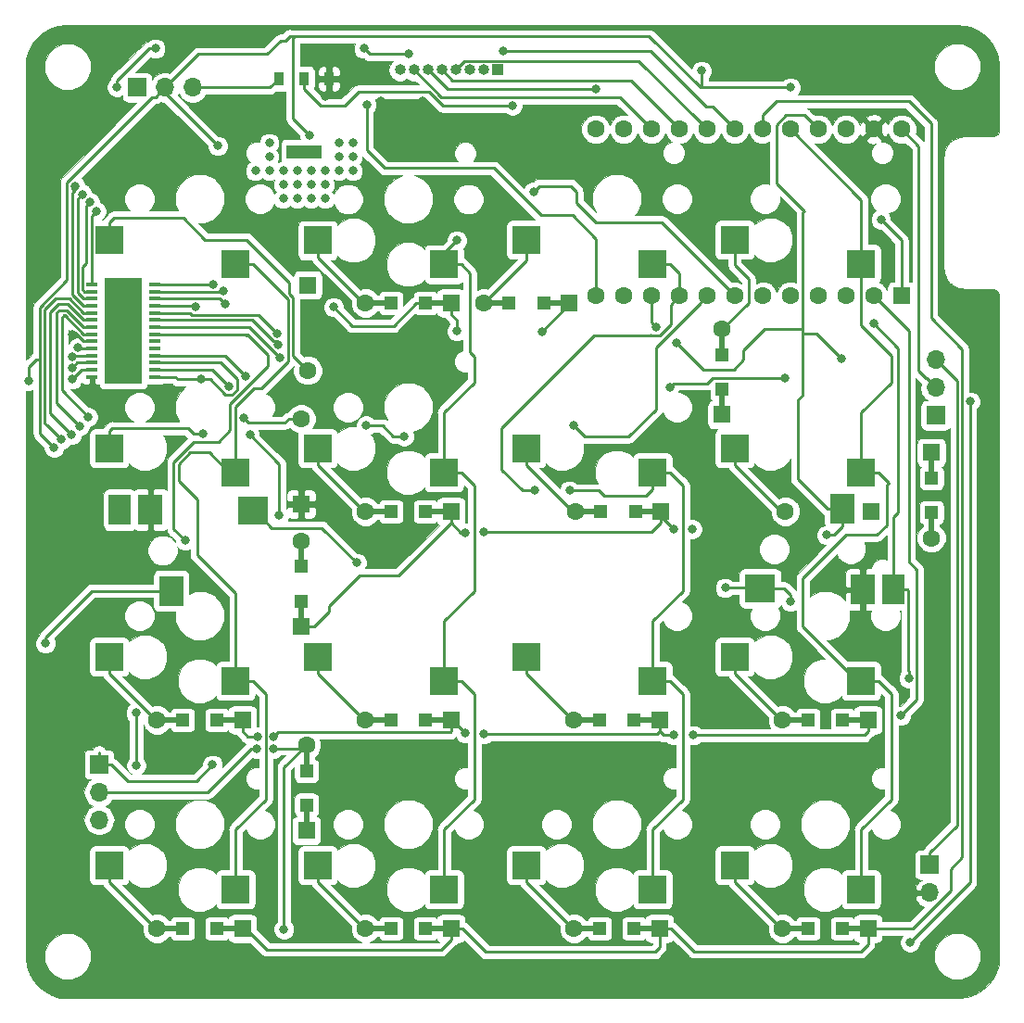
<source format=gbr>
G04 #@! TF.GenerationSoftware,KiCad,Pcbnew,(5.0.0-3-g5ebb6b6)*
G04 #@! TF.CreationDate,2019-05-07T00:15:57-07:00*
G04 #@! TF.ProjectId,arrowPad,6172726F775061642E6B696361645F70,rev?*
G04 #@! TF.SameCoordinates,Original*
G04 #@! TF.FileFunction,Copper,L2,Bot,Signal*
G04 #@! TF.FilePolarity,Positive*
%FSLAX46Y46*%
G04 Gerber Fmt 4.6, Leading zero omitted, Abs format (unit mm)*
G04 Created by KiCad (PCBNEW (5.0.0-3-g5ebb6b6)) date Tuesday, May 07, 2019 at 12:15:57 AM*
%MOMM*%
%LPD*%
G01*
G04 APERTURE LIST*
G04 #@! TA.AperFunction,SMDPad,CuDef*
%ADD10R,2.600000X2.600000*%
G04 #@! TD*
G04 #@! TA.AperFunction,Conductor*
%ADD11R,2.500000X0.500000*%
G04 #@! TD*
G04 #@! TA.AperFunction,ComponentPad*
%ADD12C,1.600000*%
G04 #@! TD*
G04 #@! TA.AperFunction,ComponentPad*
%ADD13R,1.600000X1.600000*%
G04 #@! TD*
G04 #@! TA.AperFunction,SMDPad,CuDef*
%ADD14R,1.200000X1.200000*%
G04 #@! TD*
G04 #@! TA.AperFunction,Conductor*
%ADD15R,0.500000X2.500000*%
G04 #@! TD*
G04 #@! TA.AperFunction,ComponentPad*
%ADD16O,1.000000X1.000000*%
G04 #@! TD*
G04 #@! TA.AperFunction,ComponentPad*
%ADD17R,1.000000X1.000000*%
G04 #@! TD*
G04 #@! TA.AperFunction,ComponentPad*
%ADD18R,1.700000X1.700000*%
G04 #@! TD*
G04 #@! TA.AperFunction,ComponentPad*
%ADD19O,1.700000X1.700000*%
G04 #@! TD*
G04 #@! TA.AperFunction,SMDPad,CuDef*
%ADD20R,0.930000X1.310000*%
G04 #@! TD*
G04 #@! TA.AperFunction,SMDPad,CuDef*
%ADD21R,3.240000X1.310000*%
G04 #@! TD*
G04 #@! TA.AperFunction,SMDPad,CuDef*
%ADD22R,1.100000X0.400000*%
G04 #@! TD*
G04 #@! TA.AperFunction,Conductor*
%ADD23R,3.400000X9.700000*%
G04 #@! TD*
G04 #@! TA.AperFunction,ViaPad*
%ADD24C,0.600000*%
G04 #@! TD*
G04 #@! TA.AperFunction,SMDPad,CuDef*
%ADD25R,2.200000X2.800000*%
G04 #@! TD*
G04 #@! TA.AperFunction,SMDPad,CuDef*
%ADD26R,2.800000X2.600000*%
G04 #@! TD*
G04 #@! TA.AperFunction,SMDPad,CuDef*
%ADD27R,2.000000X2.800000*%
G04 #@! TD*
G04 #@! TA.AperFunction,ViaPad*
%ADD28C,0.800000*%
G04 #@! TD*
G04 #@! TA.AperFunction,Conductor*
%ADD29C,0.250000*%
G04 #@! TD*
G04 #@! TA.AperFunction,Conductor*
%ADD30C,0.050000*%
G04 #@! TD*
G04 APERTURE END LIST*
D10*
G04 #@! TO.P,K8,1*
G04 #@! TO.N,/Col4*
X191235000Y-89770000D03*
G04 #@! TO.P,K8,2*
G04 #@! TO.N,Net-(D8-Pad2)*
X179685000Y-87570000D03*
G04 #@! TD*
G04 #@! TO.P,K6,1*
G04 #@! TO.N,/Col2*
X153135000Y-89770000D03*
G04 #@! TO.P,K6,2*
G04 #@! TO.N,Net-(D6-Pad2)*
X141585000Y-87570000D03*
G04 #@! TD*
D11*
G04 #@! TO.N,Net-(D2-Pad2)*
G04 #@! TO.C,D2*
X147160000Y-74295000D03*
G04 #@! TO.N,/Row1*
X152560000Y-74295000D03*
D12*
G04 #@! TD*
G04 #@! TO.P,D2,2*
G04 #@! TO.N,Net-(D2-Pad2)*
X145960000Y-74295000D03*
D13*
G04 #@! TO.P,D2,1*
G04 #@! TO.N,/Row1*
X153760000Y-74295000D03*
D14*
X151435000Y-74295000D03*
G04 #@! TO.P,D2,2*
G04 #@! TO.N,Net-(D2-Pad2)*
X148285000Y-74295000D03*
G04 #@! TD*
G04 #@! TO.P,D3,2*
G04 #@! TO.N,Net-(D3-Pad2)*
X159080000Y-74295000D03*
G04 #@! TO.P,D3,1*
G04 #@! TO.N,/Row1*
X162230000Y-74295000D03*
D13*
X164555000Y-74295000D03*
D12*
G04 #@! TO.P,D3,2*
G04 #@! TO.N,Net-(D3-Pad2)*
X156755000Y-74295000D03*
D11*
G04 #@! TD*
G04 #@! TO.N,/Row1*
G04 #@! TO.C,D3*
X163355000Y-74295000D03*
G04 #@! TO.N,Net-(D3-Pad2)*
G04 #@! TO.C,D3*
X157955000Y-74295000D03*
G04 #@! TD*
D15*
G04 #@! TO.N,Net-(D4-Pad2)*
G04 #@! TO.C,D4*
X178536600Y-77894200D03*
G04 #@! TO.N,/Row1*
X178536600Y-83294200D03*
D12*
G04 #@! TD*
G04 #@! TO.P,D4,2*
G04 #@! TO.N,Net-(D4-Pad2)*
X178536600Y-76694200D03*
D13*
G04 #@! TO.P,D4,1*
G04 #@! TO.N,/Row1*
X178536600Y-84494200D03*
D14*
X178536600Y-82169200D03*
G04 #@! TO.P,D4,2*
G04 #@! TO.N,Net-(D4-Pad2)*
X178536600Y-79019200D03*
G04 #@! TD*
G04 #@! TO.P,D5,2*
G04 #@! TO.N,Net-(D5-Pad2)*
X140081000Y-98374000D03*
G04 #@! TO.P,D5,1*
G04 #@! TO.N,/Row2*
X140081000Y-101524000D03*
D13*
X140081000Y-103849000D03*
D12*
G04 #@! TO.P,D5,2*
G04 #@! TO.N,Net-(D5-Pad2)*
X140081000Y-96049000D03*
D15*
G04 #@! TD*
G04 #@! TO.N,/Row2*
G04 #@! TO.C,D5*
X140081000Y-102649000D03*
G04 #@! TO.N,Net-(D5-Pad2)*
G04 #@! TO.C,D5*
X140081000Y-97249000D03*
G04 #@! TD*
D11*
G04 #@! TO.N,Net-(D6-Pad2)*
G04 #@! TO.C,D6*
X147160000Y-93345000D03*
G04 #@! TO.N,/Row2*
X152560000Y-93345000D03*
D12*
G04 #@! TD*
G04 #@! TO.P,D6,2*
G04 #@! TO.N,Net-(D6-Pad2)*
X145960000Y-93345000D03*
D13*
G04 #@! TO.P,D6,1*
G04 #@! TO.N,/Row2*
X153760000Y-93345000D03*
D14*
X151435000Y-93345000D03*
G04 #@! TO.P,D6,2*
G04 #@! TO.N,Net-(D6-Pad2)*
X148285000Y-93345000D03*
G04 #@! TD*
G04 #@! TO.P,D7,2*
G04 #@! TO.N,Net-(D7-Pad2)*
X167462000Y-93345000D03*
G04 #@! TO.P,D7,1*
G04 #@! TO.N,/Row2*
X170612000Y-93345000D03*
D13*
X172937000Y-93345000D03*
D12*
G04 #@! TO.P,D7,2*
G04 #@! TO.N,Net-(D7-Pad2)*
X165137000Y-93345000D03*
D11*
G04 #@! TD*
G04 #@! TO.N,/Row2*
G04 #@! TO.C,D7*
X171737000Y-93345000D03*
G04 #@! TO.N,Net-(D7-Pad2)*
G04 #@! TO.C,D7*
X166337000Y-93345000D03*
G04 #@! TD*
D12*
G04 #@! TO.P,D8,2*
G04 #@! TO.N,Net-(D8-Pad2)*
X184314000Y-93345000D03*
D13*
G04 #@! TO.P,D8,1*
G04 #@! TO.N,/Row2*
X192114000Y-93345000D03*
G04 #@! TD*
D14*
G04 #@! TO.P,D9,2*
G04 #@! TO.N,Net-(D9-Pad2)*
X129235000Y-112395000D03*
G04 #@! TO.P,D9,1*
G04 #@! TO.N,/Row3*
X132385000Y-112395000D03*
D13*
X134710000Y-112395000D03*
D12*
G04 #@! TO.P,D9,2*
G04 #@! TO.N,Net-(D9-Pad2)*
X126910000Y-112395000D03*
D11*
G04 #@! TD*
G04 #@! TO.N,/Row3*
G04 #@! TO.C,D9*
X133510000Y-112395000D03*
G04 #@! TO.N,Net-(D9-Pad2)*
G04 #@! TO.C,D9*
X128110000Y-112395000D03*
G04 #@! TD*
D10*
G04 #@! TO.P,K1,2*
G04 #@! TO.N,Net-(D1-Pad2)*
X122535000Y-68520000D03*
G04 #@! TO.P,K1,1*
G04 #@! TO.N,/Col1*
X134085000Y-70720000D03*
G04 #@! TD*
G04 #@! TO.P,K2,1*
G04 #@! TO.N,/Col2*
X153135000Y-70764000D03*
G04 #@! TO.P,K2,2*
G04 #@! TO.N,Net-(D2-Pad2)*
X141585000Y-68564000D03*
G04 #@! TD*
G04 #@! TO.P,K3,2*
G04 #@! TO.N,Net-(D3-Pad2)*
X160635000Y-68520000D03*
G04 #@! TO.P,K3,1*
G04 #@! TO.N,/Col3*
X172185000Y-70720000D03*
G04 #@! TD*
G04 #@! TO.P,K4,1*
G04 #@! TO.N,/Col4*
X191235000Y-70720000D03*
G04 #@! TO.P,K4,2*
G04 #@! TO.N,Net-(D4-Pad2)*
X179685000Y-68520000D03*
G04 #@! TD*
G04 #@! TO.P,K5,2*
G04 #@! TO.N,Net-(D5-Pad2)*
X122535000Y-87570000D03*
G04 #@! TO.P,K5,1*
G04 #@! TO.N,/Col1*
X134085000Y-89770000D03*
G04 #@! TD*
G04 #@! TO.P,K7,2*
G04 #@! TO.N,Net-(D7-Pad2)*
X160635000Y-87570000D03*
G04 #@! TO.P,K7,1*
G04 #@! TO.N,/Col3*
X172185000Y-89770000D03*
G04 #@! TD*
G04 #@! TO.P,K9,2*
G04 #@! TO.N,Net-(D9-Pad2)*
X122535000Y-106620000D03*
G04 #@! TO.P,K9,1*
G04 #@! TO.N,/Col1*
X134085000Y-108820000D03*
G04 #@! TD*
D16*
G04 #@! TO.P,U2,8*
G04 #@! TO.N,Net-(U2-Pad8)*
X149110000Y-53000000D03*
G04 #@! TO.P,U2,7*
G04 #@! TO.N,Net-(U1-Pad15)*
X150380000Y-53000000D03*
G04 #@! TO.P,U2,6*
G04 #@! TO.N,Net-(U1-Pad14)*
X151650000Y-53000000D03*
G04 #@! TO.P,U2,5*
G04 #@! TO.N,Net-(U1-Pad16)*
X152920000Y-53000000D03*
G04 #@! TO.P,U2,4*
G04 #@! TO.N,Net-(U1-Pad17)*
X154190000Y-53000000D03*
G04 #@! TO.P,U2,3*
G04 #@! TO.N,Net-(U1-Pad18)*
X155460000Y-53000000D03*
G04 #@! TO.P,U2,1*
G04 #@! TO.N,/GND1*
X156730000Y-53000000D03*
D17*
G04 #@! TO.P,U2,2*
G04 #@! TO.N,Net-(U2-Pad2)*
X158000000Y-53000000D03*
G04 #@! TD*
D18*
G04 #@! TO.P,U3,1*
G04 #@! TO.N,Net-(U3-Pad1)*
X198056500Y-84556600D03*
D19*
G04 #@! TO.P,U3,2*
G04 #@! TO.N,/RAW1*
X198056500Y-82016600D03*
G04 #@! TO.P,U3,3*
G04 #@! TO.N,Net-(BT1-Pad1)*
X198056500Y-79476600D03*
G04 #@! TD*
D20*
G04 #@! TO.P,U4,1*
G04 #@! TO.N,/GND1*
X142625000Y-53805000D03*
G04 #@! TO.P,U4,2*
G04 #@! TO.N,Net-(U2-Pad2)*
X140335000Y-53805000D03*
G04 #@! TO.P,U4,3*
G04 #@! TO.N,Net-(U4-Pad3)*
X138045000Y-53805000D03*
D21*
G04 #@! TO.P,U4,4*
G04 #@! TO.N,N/C*
X140335000Y-60495000D03*
G04 #@! TD*
D14*
G04 #@! TO.P,D10,2*
G04 #@! TO.N,Net-(D10-Pad2)*
X148285000Y-112395000D03*
G04 #@! TO.P,D10,1*
G04 #@! TO.N,/Row3*
X151435000Y-112395000D03*
D13*
X153760000Y-112395000D03*
D12*
G04 #@! TO.P,D10,2*
G04 #@! TO.N,Net-(D10-Pad2)*
X145960000Y-112395000D03*
D11*
G04 #@! TD*
G04 #@! TO.N,/Row3*
G04 #@! TO.C,D10*
X152560000Y-112395000D03*
G04 #@! TO.N,Net-(D10-Pad2)*
G04 #@! TO.C,D10*
X147160000Y-112395000D03*
G04 #@! TD*
G04 #@! TO.N,Net-(D11-Pad2)*
G04 #@! TO.C,D11*
X166210000Y-112395000D03*
G04 #@! TO.N,/Row3*
X171610000Y-112395000D03*
D12*
G04 #@! TD*
G04 #@! TO.P,D11,2*
G04 #@! TO.N,Net-(D11-Pad2)*
X165010000Y-112395000D03*
D13*
G04 #@! TO.P,D11,1*
G04 #@! TO.N,/Row3*
X172810000Y-112395000D03*
D14*
X170485000Y-112395000D03*
G04 #@! TO.P,D11,2*
G04 #@! TO.N,Net-(D11-Pad2)*
X167335000Y-112395000D03*
G04 #@! TD*
G04 #@! TO.P,D12,2*
G04 #@! TO.N,Net-(D12-Pad2)*
X186385000Y-112395000D03*
G04 #@! TO.P,D12,1*
G04 #@! TO.N,/Row3*
X189535000Y-112395000D03*
D13*
X191860000Y-112395000D03*
D12*
G04 #@! TO.P,D12,2*
G04 #@! TO.N,Net-(D12-Pad2)*
X184060000Y-112395000D03*
D11*
G04 #@! TD*
G04 #@! TO.N,/Row3*
G04 #@! TO.C,D12*
X190660000Y-112395000D03*
G04 #@! TO.N,Net-(D12-Pad2)*
G04 #@! TO.C,D12*
X185260000Y-112395000D03*
G04 #@! TD*
G04 #@! TO.N,Net-(D13-Pad2)*
G04 #@! TO.C,D13*
X128110000Y-131445000D03*
G04 #@! TO.N,/Row4*
X133510000Y-131445000D03*
D12*
G04 #@! TD*
G04 #@! TO.P,D13,2*
G04 #@! TO.N,Net-(D13-Pad2)*
X126910000Y-131445000D03*
D13*
G04 #@! TO.P,D13,1*
G04 #@! TO.N,/Row4*
X134710000Y-131445000D03*
D14*
X132385000Y-131445000D03*
G04 #@! TO.P,D13,2*
G04 #@! TO.N,Net-(D13-Pad2)*
X129235000Y-131445000D03*
G04 #@! TD*
G04 #@! TO.P,D14,2*
G04 #@! TO.N,Net-(D14-Pad2)*
X148285000Y-131445000D03*
G04 #@! TO.P,D14,1*
G04 #@! TO.N,/Row4*
X151435000Y-131445000D03*
D13*
X153760000Y-131445000D03*
D12*
G04 #@! TO.P,D14,2*
G04 #@! TO.N,Net-(D14-Pad2)*
X145960000Y-131445000D03*
D11*
G04 #@! TD*
G04 #@! TO.N,/Row4*
G04 #@! TO.C,D14*
X152560000Y-131445000D03*
G04 #@! TO.N,Net-(D14-Pad2)*
G04 #@! TO.C,D14*
X147160000Y-131445000D03*
G04 #@! TD*
G04 #@! TO.N,Net-(D15-Pad2)*
G04 #@! TO.C,D15*
X166210000Y-131445000D03*
G04 #@! TO.N,/Row4*
X171610000Y-131445000D03*
D12*
G04 #@! TD*
G04 #@! TO.P,D15,2*
G04 #@! TO.N,Net-(D15-Pad2)*
X165010000Y-131445000D03*
D13*
G04 #@! TO.P,D15,1*
G04 #@! TO.N,/Row4*
X172810000Y-131445000D03*
D14*
X170485000Y-131445000D03*
G04 #@! TO.P,D15,2*
G04 #@! TO.N,Net-(D15-Pad2)*
X167335000Y-131445000D03*
G04 #@! TD*
G04 #@! TO.P,D16,2*
G04 #@! TO.N,Net-(D16-Pad2)*
X186385000Y-131445000D03*
G04 #@! TO.P,D16,1*
G04 #@! TO.N,/Row4*
X189535000Y-131445000D03*
D13*
X191860000Y-131445000D03*
D12*
G04 #@! TO.P,D16,2*
G04 #@! TO.N,Net-(D16-Pad2)*
X184060000Y-131445000D03*
D11*
G04 #@! TD*
G04 #@! TO.N,/Row4*
G04 #@! TO.C,D16*
X190660000Y-131445000D03*
G04 #@! TO.N,Net-(D16-Pad2)*
G04 #@! TO.C,D16*
X185260000Y-131445000D03*
G04 #@! TD*
D10*
G04 #@! TO.P,K10,1*
G04 #@! TO.N,/Col2*
X153135000Y-108820000D03*
G04 #@! TO.P,K10,2*
G04 #@! TO.N,Net-(D10-Pad2)*
X141585000Y-106620000D03*
G04 #@! TD*
G04 #@! TO.P,K11,2*
G04 #@! TO.N,Net-(D11-Pad2)*
X160635000Y-106620000D03*
G04 #@! TO.P,K11,1*
G04 #@! TO.N,/Col3*
X172185000Y-108820000D03*
G04 #@! TD*
G04 #@! TO.P,K12,2*
G04 #@! TO.N,Net-(D12-Pad2)*
X179685000Y-106620000D03*
G04 #@! TO.P,K12,1*
G04 #@! TO.N,/Col4*
X191235000Y-108820000D03*
G04 #@! TD*
G04 #@! TO.P,K13,1*
G04 #@! TO.N,/Col1*
X134085000Y-127870000D03*
G04 #@! TO.P,K13,2*
G04 #@! TO.N,Net-(D13-Pad2)*
X122535000Y-125670000D03*
G04 #@! TD*
G04 #@! TO.P,K14,2*
G04 #@! TO.N,Net-(D14-Pad2)*
X141585000Y-125670000D03*
G04 #@! TO.P,K14,1*
G04 #@! TO.N,/Col2*
X153135000Y-127870000D03*
G04 #@! TD*
G04 #@! TO.P,K15,1*
G04 #@! TO.N,/Col3*
X172185000Y-127870000D03*
G04 #@! TO.P,K15,2*
G04 #@! TO.N,Net-(D15-Pad2)*
X160635000Y-125670000D03*
G04 #@! TD*
G04 #@! TO.P,K16,2*
G04 #@! TO.N,Net-(D16-Pad2)*
X179685000Y-125670000D03*
G04 #@! TO.P,K16,1*
G04 #@! TO.N,/Col4*
X191235000Y-127870000D03*
G04 #@! TD*
D14*
G04 #@! TO.P,R1,2*
G04 #@! TO.N,Net-(R1-Pad2)*
X197662800Y-93434100D03*
G04 #@! TO.P,R1,1*
G04 #@! TO.N,Net-(J1-Pad2)*
X197662800Y-90284100D03*
D13*
X197662800Y-87959100D03*
D12*
G04 #@! TO.P,R1,2*
G04 #@! TO.N,Net-(R1-Pad2)*
X197662800Y-95759100D03*
D15*
G04 #@! TD*
G04 #@! TO.N,Net-(J1-Pad2)*
G04 #@! TO.C,R1*
X197662800Y-89159100D03*
G04 #@! TO.N,Net-(R1-Pad2)*
G04 #@! TO.C,R1*
X197662800Y-94559100D03*
G04 #@! TD*
G04 #@! TO.N,Net-(R1-Pad2)*
G04 #@! TO.C,R2*
X140550900Y-115892600D03*
G04 #@! TO.N,Net-(J1-Pad1)*
X140550900Y-121292600D03*
D12*
G04 #@! TD*
G04 #@! TO.P,R2,2*
G04 #@! TO.N,Net-(R1-Pad2)*
X140550900Y-114692600D03*
D13*
G04 #@! TO.P,R2,1*
G04 #@! TO.N,Net-(J1-Pad1)*
X140550900Y-122492600D03*
D14*
X140550900Y-120167600D03*
G04 #@! TO.P,R2,2*
G04 #@! TO.N,Net-(R1-Pad2)*
X140550900Y-117017600D03*
G04 #@! TD*
D18*
G04 #@! TO.P,U5,1*
G04 #@! TO.N,/VCC1*
X121615200Y-116459000D03*
D19*
G04 #@! TO.P,U5,2*
G04 #@! TO.N,Net-(R1-Pad2)*
X121615200Y-118999000D03*
G04 #@! TO.P,U5,3*
G04 #@! TO.N,Net-(U5-Pad3)*
X121615200Y-121539000D03*
G04 #@! TD*
D13*
G04 #@! TO.P,U1,1*
G04 #@! TO.N,/Col2*
X194945000Y-73660000D03*
D12*
G04 #@! TO.P,U1,23*
G04 #@! TO.N,/GND1*
X192405000Y-58420000D03*
G04 #@! TO.P,U1,22*
G04 #@! TO.N,Net-(U1-Pad22)*
X189865000Y-58420000D03*
G04 #@! TO.P,U1,21*
G04 #@! TO.N,/VCC1*
X187325000Y-58420000D03*
G04 #@! TO.P,U1,20*
G04 #@! TO.N,/Col4*
X184785000Y-58420000D03*
G04 #@! TO.P,U1,19*
G04 #@! TO.N,/Row4*
X182245000Y-58420000D03*
G04 #@! TO.P,U1,18*
G04 #@! TO.N,Net-(U1-Pad18)*
X179705000Y-58420000D03*
G04 #@! TO.P,U1,17*
G04 #@! TO.N,Net-(U1-Pad17)*
X177165000Y-58420000D03*
G04 #@! TO.P,U1,16*
G04 #@! TO.N,Net-(U1-Pad16)*
X174625000Y-58420000D03*
G04 #@! TO.P,U1,15*
G04 #@! TO.N,Net-(U1-Pad15)*
X172085000Y-58420000D03*
G04 #@! TO.P,U1,14*
G04 #@! TO.N,Net-(U1-Pad14)*
X169545000Y-58420000D03*
G04 #@! TO.P,U1,13*
G04 #@! TO.N,Net-(U1-Pad13)*
X167005000Y-58420000D03*
G04 #@! TO.P,U1,12*
G04 #@! TO.N,Net-(U1-Pad12)*
X167005000Y-73660000D03*
G04 #@! TO.P,U1,11*
G04 #@! TO.N,/Row2*
X169545000Y-73660000D03*
G04 #@! TO.P,U1,10*
G04 #@! TO.N,/Row1*
X172085000Y-73660000D03*
G04 #@! TO.P,U1,9*
G04 #@! TO.N,/Col3*
X174625000Y-73660000D03*
G04 #@! TO.P,U1,8*
G04 #@! TO.N,/GSCLK*
X177165000Y-73660000D03*
G04 #@! TO.P,U1,7*
G04 #@! TO.N,/Col1*
X179705000Y-73660000D03*
G04 #@! TO.P,U1,6*
G04 #@! TO.N,Net-(J1-Pad2)*
X182245000Y-73660000D03*
G04 #@! TO.P,U1,5*
G04 #@! TO.N,Net-(J1-Pad1)*
X184785000Y-73660000D03*
G04 #@! TO.P,U1,4*
G04 #@! TO.N,Net-(U1-Pad4)*
X187325000Y-73660000D03*
G04 #@! TO.P,U1,3*
G04 #@! TO.N,Net-(U1-Pad3)*
X189865000Y-73660000D03*
G04 #@! TO.P,U1,2*
G04 #@! TO.N,/Row3*
X192405000Y-73660000D03*
G04 #@! TO.P,U1,24*
G04 #@! TO.N,/RAW1*
X194945000Y-58420000D03*
G04 #@! TD*
D18*
G04 #@! TO.P,U6,1*
G04 #@! TO.N,Net-(U6-Pad1)*
X125095000Y-54610000D03*
D19*
G04 #@! TO.P,U6,2*
G04 #@! TO.N,/VCC1*
X127635000Y-54610000D03*
G04 #@! TO.P,U6,3*
G04 #@! TO.N,Net-(U4-Pad3)*
X130175000Y-54610000D03*
G04 #@! TD*
D22*
G04 #@! TO.P,U7,1*
G04 #@! TO.N,/GND1*
X120975000Y-81047300D03*
G04 #@! TO.P,U7,2*
G04 #@! TO.N,Net-(U1-Pad13)*
X120975000Y-80397300D03*
G04 #@! TO.P,U7,3*
G04 #@! TO.N,Net-(U1-Pad12)*
X120975000Y-79747300D03*
G04 #@! TO.P,U7,4*
G04 #@! TO.N,Net-(U1-Pad16)*
X120975000Y-79097300D03*
G04 #@! TO.P,U7,5*
G04 #@! TO.N,Net-(U1-Pad14)*
X120975000Y-78447300D03*
G04 #@! TO.P,U7,6*
G04 #@! TO.N,/GND1*
X120975000Y-77797300D03*
G04 #@! TO.P,U7,7*
G04 #@! TO.N,Net-(D35-Pad2)*
X120975000Y-77147300D03*
G04 #@! TO.P,U7,8*
G04 #@! TO.N,Net-(D34-Pad2)*
X120975000Y-76497300D03*
G04 #@! TO.P,U7,9*
G04 #@! TO.N,Net-(D33-Pad2)*
X120975000Y-75847300D03*
G04 #@! TO.P,U7,10*
G04 #@! TO.N,Net-(D32-Pad2)*
X120975000Y-75197300D03*
G04 #@! TO.P,U7,11*
G04 #@! TO.N,Net-(D31-Pad2)*
X120975000Y-74547300D03*
G04 #@! TO.P,U7,12*
G04 #@! TO.N,Net-(D30-Pad2)*
X120975000Y-73897300D03*
G04 #@! TO.P,U7,13*
G04 #@! TO.N,Net-(D29-Pad2)*
X120975000Y-73247300D03*
G04 #@! TO.P,U7,14*
G04 #@! TO.N,Net-(D28-Pad2)*
X120975000Y-72597300D03*
G04 #@! TO.P,U7,15*
G04 #@! TO.N,Net-(D27-Pad2)*
X126675000Y-72597300D03*
G04 #@! TO.P,U7,16*
G04 #@! TO.N,Net-(D26-Pad2)*
X126675000Y-73247300D03*
G04 #@! TO.P,U7,17*
G04 #@! TO.N,Net-(D25-Pad2)*
X126675000Y-73897300D03*
G04 #@! TO.P,U7,18*
G04 #@! TO.N,Net-(D24-Pad2)*
X126675000Y-74547300D03*
G04 #@! TO.P,U7,19*
G04 #@! TO.N,Net-(D23-Pad2)*
X126675000Y-75197300D03*
G04 #@! TO.P,U7,20*
G04 #@! TO.N,Net-(D22-Pad2)*
X126675000Y-75847300D03*
G04 #@! TO.P,U7,21*
G04 #@! TO.N,Net-(D21-Pad2)*
X126675000Y-76497300D03*
G04 #@! TO.P,U7,22*
G04 #@! TO.N,Net-(D20-Pad2)*
X126675000Y-77147300D03*
G04 #@! TO.P,U7,23*
G04 #@! TO.N,Net-(U7-Pad23)*
X126675000Y-77797300D03*
G04 #@! TO.P,U7,24*
G04 #@! TO.N,Net-(U7-Pad24)*
X126675000Y-78447300D03*
G04 #@! TO.P,U7,25*
G04 #@! TO.N,/GSCLK*
X126675000Y-79097300D03*
G04 #@! TO.P,U7,26*
G04 #@! TO.N,/VCC1*
X126675000Y-79747300D03*
G04 #@! TO.P,U7,27*
G04 #@! TO.N,Net-(R3-Pad2)*
X126675000Y-80397300D03*
G04 #@! TO.P,U7,28*
G04 #@! TO.N,/VCC1*
X126675000Y-81047300D03*
D23*
G04 #@! TD*
G04 #@! TO.N,Net-(U7-Pad29)*
G04 #@! TO.C,U7*
X123825000Y-76822300D03*
D24*
G04 #@! TO.N,Net-(U7-Pad29)*
G04 #@! TO.C,U7*
X122525000Y-81272300D03*
X123825000Y-81272300D03*
X125125000Y-81272300D03*
X125125000Y-79492300D03*
X123825000Y-79492300D03*
X122525000Y-79492300D03*
X125125000Y-77712300D03*
X123825000Y-77712300D03*
X122525000Y-77712300D03*
X125125000Y-75932300D03*
X123825000Y-75932300D03*
X122525000Y-75932300D03*
X125125000Y-74152300D03*
X123825000Y-74152300D03*
X122525000Y-74152300D03*
X125125000Y-72372300D03*
X123825000Y-72372300D03*
X122525000Y-72372300D03*
G04 #@! TD*
D18*
G04 #@! TO.P,BT1,1*
G04 #@! TO.N,Net-(BT1-Pad1)*
X197485000Y-125628400D03*
D19*
G04 #@! TO.P,BT1,2*
G04 #@! TO.N,/GND1*
X197485000Y-128168400D03*
G04 #@! TD*
D13*
G04 #@! TO.P,D1,1*
G04 #@! TO.N,/Row1*
X140665200Y-72655600D03*
D12*
G04 #@! TO.P,D1,2*
G04 #@! TO.N,Net-(D1-Pad2)*
X140665200Y-80455600D03*
G04 #@! TD*
D25*
G04 #@! TO.P,J1,4*
G04 #@! TO.N,/GND1*
X191401700Y-100482400D03*
G04 #@! TO.P,J1,3*
G04 #@! TO.N,/VCC1*
X189501700Y-93082400D03*
D26*
G04 #@! TO.P,J1,2*
G04 #@! TO.N,Net-(J1-Pad2)*
X182001700Y-100382400D03*
D27*
G04 #@! TO.P,J1,1*
G04 #@! TO.N,Net-(J1-Pad1)*
X194201700Y-100482400D03*
G04 #@! TD*
G04 #@! TO.P,J2,1*
G04 #@! TO.N,Net-(J1-Pad1)*
X123504100Y-93188300D03*
D26*
G04 #@! TO.P,J2,2*
G04 #@! TO.N,Net-(J1-Pad2)*
X135704100Y-93288300D03*
D25*
G04 #@! TO.P,J2,3*
G04 #@! TO.N,/RAW1*
X128204100Y-100588300D03*
G04 #@! TO.P,J2,4*
G04 #@! TO.N,/GND1*
X126304100Y-93188300D03*
G04 #@! TD*
D13*
G04 #@! TO.P,R3,1*
G04 #@! TO.N,/GND1*
X140081000Y-92673000D03*
D12*
G04 #@! TO.P,R3,2*
G04 #@! TO.N,Net-(R3-Pad2)*
X140081000Y-84873000D03*
G04 #@! TD*
D28*
G04 #@! TO.N,*
X138430000Y-62230000D03*
X139700000Y-62230000D03*
X140970000Y-62230000D03*
X142240000Y-62230000D03*
X143510000Y-62230000D03*
X143510000Y-60960000D03*
X143510000Y-59690000D03*
X137160000Y-59690000D03*
X137160000Y-60960000D03*
X137160000Y-62230000D03*
X144780000Y-59690000D03*
X144780000Y-60960000D03*
X144780000Y-62230000D03*
X142240000Y-63500000D03*
X140970000Y-63500000D03*
X139700000Y-63500000D03*
X138430000Y-63500000D03*
X135890000Y-62230000D03*
X138430000Y-64770000D03*
X139700000Y-64770000D03*
X140970000Y-64770000D03*
X142240000Y-63500000D03*
X142240000Y-63500000D03*
X142240000Y-64770000D03*
G04 #@! TO.N,/RAW1*
X201175010Y-83312000D03*
X195704854Y-132712854D03*
X116713000Y-105410000D03*
G04 #@! TO.N,/GND1*
X153670000Y-59055000D03*
X151130000Y-55880000D03*
X147320000Y-55880000D03*
X146050000Y-53340000D03*
X191262000Y-104394000D03*
X133858000Y-62484000D03*
X132969000Y-62484000D03*
X133350000Y-63373000D03*
X134493000Y-63373000D03*
X142260082Y-55401387D03*
X137795000Y-56171000D03*
X119126000Y-77216000D03*
X121412000Y-83312000D03*
G04 #@! TO.N,/Row1*
X143027400Y-74676000D03*
X154292300Y-76873100D03*
X162064700Y-76898500D03*
X172500000Y-76500000D03*
X178536600Y-82169200D03*
G04 #@! TO.N,/Row2*
X155041600Y-95300800D03*
X156730700Y-95224600D03*
X174091600Y-94957900D03*
X175793400Y-94957900D03*
X173736000Y-82042000D03*
X184277000Y-81153000D03*
G04 #@! TO.N,Net-(D5-Pad2)*
X135382000Y-86360000D03*
X131064000Y-86275000D03*
X138049000Y-93726000D03*
G04 #@! TO.N,/Row3*
X136125301Y-113931700D03*
X137575301Y-113931700D03*
X155079700Y-113614200D03*
X156756100Y-113690400D03*
X174129700Y-113792000D03*
X175920400Y-113792000D03*
X194855000Y-112014000D03*
G04 #@! TO.N,/Col1*
X161290000Y-64135000D03*
X134085000Y-70720000D03*
G04 #@! TO.N,/Col2*
X193040000Y-66675000D03*
X154305000Y-68580000D03*
G04 #@! TO.N,/Col3*
X161417000Y-91440000D03*
X164592000Y-91440000D03*
G04 #@! TO.N,Net-(U1-Pad14)*
X167000000Y-54775000D03*
X119694408Y-78372300D03*
G04 #@! TO.N,Net-(U1-Pad16)*
X123258153Y-54551153D03*
X149860000Y-51562000D03*
X145796000Y-51054000D03*
X126746000Y-51054000D03*
X119126495Y-79221539D03*
G04 #@! TO.N,Net-(U1-Pad18)*
X158496000Y-51308000D03*
G04 #@! TO.N,Net-(J1-Pad1)*
X195580000Y-108585000D03*
X192405000Y-76200000D03*
X124968000Y-111760000D03*
X123504100Y-93188300D03*
X125026082Y-116527918D03*
G04 #@! TO.N,Net-(J1-Pad2)*
X184785000Y-101600000D03*
X145161000Y-98044000D03*
X178816000Y-100330000D03*
G04 #@! TO.N,Net-(U2-Pad2)*
X159385000Y-56261000D03*
G04 #@! TO.N,/VCC1*
X132461000Y-59944000D03*
X117500000Y-87500000D03*
X184785000Y-54610000D03*
X140843000Y-59007499D03*
X176657000Y-53086000D03*
X131979800Y-116497100D03*
X189460000Y-79375000D03*
X174371000Y-77978000D03*
X130937000Y-81280000D03*
X115189000Y-81407000D03*
X188087000Y-95504000D03*
G04 #@! TO.N,Net-(U1-Pad12)*
X146050000Y-56171000D03*
X119126000Y-80246996D03*
G04 #@! TO.N,Net-(R1-Pad2)*
X136000000Y-115000000D03*
X137575301Y-115000000D03*
X138500000Y-131500000D03*
G04 #@! TO.N,Net-(D20-Pad2)*
X129500000Y-96000000D03*
G04 #@! TO.N,Net-(D21-Pad2)*
X138162236Y-79287164D03*
G04 #@! TO.N,Net-(D22-Pad2)*
X137976676Y-78076299D03*
G04 #@! TO.N,Net-(D23-Pad2)*
X137883900Y-77080611D03*
G04 #@! TO.N,Net-(D24-Pad2)*
X130429000Y-74622300D03*
G04 #@! TO.N,Net-(D25-Pad2)*
X133106397Y-74352802D03*
G04 #@! TO.N,Net-(D26-Pad2)*
X133007100Y-73228200D03*
G04 #@! TO.N,Net-(D27-Pad2)*
X132041900Y-72580500D03*
G04 #@! TO.N,Net-(D28-Pad2)*
X121335800Y-65900300D03*
G04 #@! TO.N,Net-(D29-Pad2)*
X120758563Y-65083721D03*
G04 #@! TO.N,Net-(D30-Pad2)*
X120059326Y-64368828D03*
G04 #@! TO.N,Net-(D31-Pad2)*
X119419518Y-63600291D03*
G04 #@! TO.N,Net-(D32-Pad2)*
X118185680Y-86763641D03*
G04 #@! TO.N,Net-(D33-Pad2)*
X119100600Y-86360000D03*
G04 #@! TO.N,Net-(D34-Pad2)*
X119849900Y-85572600D03*
G04 #@! TO.N,Net-(D35-Pad2)*
X120611900Y-84696300D03*
G04 #@! TO.N,Net-(U1-Pad13)*
X119126000Y-81272301D03*
G04 #@! TO.N,/GSCLK*
X135000000Y-81000000D03*
X149500000Y-86500000D03*
X165000000Y-85500000D03*
X146000000Y-85500000D03*
G04 #@! TO.N,Net-(R3-Pad2)*
X133477000Y-81915000D03*
X134810000Y-84836000D03*
G04 #@! TD*
D29*
G04 #@! TO.N,/RAW1*
X197206501Y-81166601D02*
X197166601Y-81166601D01*
X198056500Y-82016600D02*
X197206501Y-81166601D01*
X197166601Y-81166601D02*
X196500000Y-80500000D01*
X196500000Y-59975000D02*
X194945000Y-58420000D01*
X196500000Y-80500000D02*
X196500000Y-59975000D01*
X201175010Y-83312000D02*
X201175010Y-124960990D01*
X199840010Y-128577698D02*
X195704854Y-132712854D01*
X201175010Y-127242698D02*
X199840010Y-128577698D01*
X201175010Y-124960990D02*
X201175010Y-127242698D01*
X120969015Y-100588300D02*
X126854100Y-100588300D01*
X126854100Y-100588300D02*
X128204100Y-100588300D01*
X116713000Y-104844315D02*
X120969015Y-100588300D01*
X116713000Y-105410000D02*
X116713000Y-104844315D01*
G04 #@! TO.N,/GND1*
X153670000Y-58420000D02*
X151130000Y-55880000D01*
X153670000Y-59055000D02*
X153670000Y-58420000D01*
X151130000Y-55880000D02*
X147320000Y-55880000D01*
X142625000Y-55036469D02*
X142260082Y-55401387D01*
X142625000Y-53805000D02*
X142625000Y-55036469D01*
X119413708Y-77036008D02*
X119126000Y-77036008D01*
X120175000Y-77797300D02*
X119413708Y-77036008D01*
X120975000Y-77797300D02*
X120175000Y-77797300D01*
X119126000Y-77036008D02*
X119051992Y-77036008D01*
X120975000Y-82875000D02*
X121412000Y-83312000D01*
X120975000Y-81047300D02*
X120975000Y-82875000D01*
G04 #@! TO.N,Net-(D1-Pad2)*
X122535000Y-66970000D02*
X123005000Y-66500000D01*
X122535000Y-68520000D02*
X122535000Y-66970000D01*
X129291002Y-66500000D02*
X131291002Y-68500000D01*
X123005000Y-66500000D02*
X129291002Y-66500000D01*
X135050002Y-68500000D02*
X139000000Y-72449998D01*
X131291002Y-68500000D02*
X135050002Y-68500000D01*
X139000000Y-72449998D02*
X139000000Y-73448590D01*
X139000000Y-73448590D02*
X139337247Y-73785837D01*
X139337247Y-79127647D02*
X140665200Y-80455600D01*
X139337247Y-73785837D02*
X139337247Y-79127647D01*
G04 #@! TO.N,/Row1*
X150585000Y-74295000D02*
X151435000Y-74295000D01*
X148502200Y-76377800D02*
X150585000Y-74295000D01*
X144729200Y-76377800D02*
X148502200Y-76377800D01*
X143027400Y-74676000D02*
X144729200Y-76377800D01*
X153760000Y-75345000D02*
X154292300Y-75877300D01*
X153760000Y-74295000D02*
X153760000Y-75345000D01*
X154292300Y-75877300D02*
X154292300Y-76873100D01*
X164555000Y-74408200D02*
X164555000Y-74295000D01*
X162064700Y-76898500D02*
X164555000Y-74408200D01*
X178536600Y-82036600D02*
X178536600Y-82169200D01*
X172085000Y-73660000D02*
X172085000Y-76085000D01*
X172085000Y-76085000D02*
X172500000Y-76500000D01*
G04 #@! TO.N,Net-(D2-Pad2)*
X145766000Y-74295000D02*
X145960000Y-74295000D01*
X141585000Y-70114000D02*
X145766000Y-74295000D01*
X141585000Y-68564000D02*
X141585000Y-70114000D01*
G04 #@! TO.N,Net-(D3-Pad2)*
X160635000Y-70415000D02*
X156755000Y-74295000D01*
X160635000Y-68520000D02*
X160635000Y-70415000D01*
G04 #@! TO.N,Net-(D4-Pad2)*
X179685000Y-70846000D02*
X179685000Y-68520000D01*
X180975000Y-72136000D02*
X179685000Y-70846000D01*
X180975000Y-74255800D02*
X180975000Y-72136000D01*
X178536600Y-76694200D02*
X180975000Y-74255800D01*
G04 #@! TO.N,/Row2*
X148992300Y-99162700D02*
X153760000Y-94395000D01*
X153760000Y-94395000D02*
X153760000Y-93345000D01*
X154665800Y-95300800D02*
X155041600Y-95300800D01*
X153760000Y-94395000D02*
X154665800Y-95300800D01*
X172107400Y-95224600D02*
X172937000Y-94395000D01*
X172937000Y-94395000D02*
X172937000Y-93345000D01*
X156730700Y-95224600D02*
X172107400Y-95224600D01*
X172937000Y-93803300D02*
X174091600Y-94957900D01*
X172937000Y-93345000D02*
X172937000Y-93803300D01*
X174135999Y-81642001D02*
X176548999Y-81642001D01*
X173736000Y-82042000D02*
X174135999Y-81642001D01*
X176548999Y-81642001D02*
X176675999Y-81642001D01*
X140081000Y-103849000D02*
X141261000Y-103849000D01*
X141261000Y-103849000D02*
X142621000Y-102489000D01*
X142621000Y-102489000D02*
X142621000Y-101981000D01*
X142621000Y-101981000D02*
X145415000Y-99187000D01*
X148968000Y-99187000D02*
X148992300Y-99162700D01*
X145415000Y-99187000D02*
X148968000Y-99187000D01*
X176548999Y-81642001D02*
X177183999Y-81642001D01*
X177183999Y-81642001D02*
X177673000Y-81153000D01*
X177673000Y-81153000D02*
X184277000Y-81153000D01*
G04 #@! TO.N,Net-(D5-Pad2)*
X135382000Y-86447800D02*
X135382000Y-86360000D01*
X122810001Y-85744999D02*
X122535000Y-86020000D01*
X129716537Y-85744999D02*
X122810001Y-85744999D01*
X122535000Y-86020000D02*
X122535000Y-87570000D01*
X130246538Y-86275000D02*
X129716537Y-85744999D01*
X131064000Y-86275000D02*
X130246538Y-86275000D01*
X135382000Y-86360000D02*
X138049000Y-89027000D01*
X138049000Y-89027000D02*
X138049000Y-93726000D01*
G04 #@! TO.N,Net-(D6-Pad2)*
X141585000Y-89120000D02*
X145810000Y-93345000D01*
X145810000Y-93345000D02*
X145960000Y-93345000D01*
X141585000Y-87570000D02*
X141585000Y-89120000D01*
G04 #@! TO.N,Net-(D7-Pad2)*
X164860000Y-93345000D02*
X165137000Y-93345000D01*
X160635000Y-89120000D02*
X164860000Y-93345000D01*
X160635000Y-87570000D02*
X160635000Y-89120000D01*
G04 #@! TO.N,/Row3*
X134710000Y-113445000D02*
X135196700Y-113931700D01*
X135196700Y-113931700D02*
X136125301Y-113931700D01*
X134710000Y-112395000D02*
X134710000Y-113445000D01*
X153760000Y-113445000D02*
X153760000Y-112395000D01*
X153673299Y-113531701D02*
X153760000Y-113445000D01*
X137975300Y-113531701D02*
X153673299Y-113531701D01*
X137575301Y-113931700D02*
X137975300Y-113531701D01*
X153860500Y-112395000D02*
X155079700Y-113614200D01*
X153760000Y-112395000D02*
X153860500Y-112395000D01*
X172810000Y-113445000D02*
X172810000Y-112395000D01*
X172564600Y-113690400D02*
X172810000Y-113445000D01*
X156756100Y-113690400D02*
X172564600Y-113690400D01*
X173157000Y-113792000D02*
X174129700Y-113792000D01*
X172810000Y-113445000D02*
X173157000Y-113792000D01*
X191513000Y-113792000D02*
X191860000Y-113445000D01*
X191860000Y-113445000D02*
X191860000Y-112395000D01*
X175920400Y-113792000D02*
X191513000Y-113792000D01*
X192405000Y-73660000D02*
X195580000Y-76835000D01*
X195580000Y-76835000D02*
X195580000Y-97917000D01*
X196305001Y-98642001D02*
X196305001Y-110399999D01*
X195580000Y-97917000D02*
X196305001Y-98642001D01*
X196305001Y-110563999D02*
X194855000Y-112014000D01*
X196305001Y-110399999D02*
X196305001Y-110563999D01*
G04 #@! TO.N,Net-(D8-Pad2)*
X183910000Y-93345000D02*
X184060000Y-93345000D01*
X179685000Y-89120000D02*
X179685000Y-87570000D01*
X183910000Y-93345000D02*
X179685000Y-89120000D01*
X184314000Y-93345000D02*
X183910000Y-93345000D01*
G04 #@! TO.N,Net-(D9-Pad2)*
X126760000Y-112395000D02*
X126910000Y-112395000D01*
X122535000Y-108170000D02*
X126760000Y-112395000D01*
X122535000Y-106620000D02*
X122535000Y-108170000D01*
G04 #@! TO.N,/Col1*
X138887237Y-79635165D02*
X136429602Y-82092800D01*
X135635000Y-70720000D02*
X138887237Y-73972237D01*
X138887237Y-73972237D02*
X138887237Y-79635165D01*
X134085000Y-70720000D02*
X135635000Y-70720000D01*
X136429602Y-82092800D02*
X135737600Y-82092800D01*
X134085000Y-83745400D02*
X134085000Y-89770000D01*
X135737600Y-82092800D02*
X134085000Y-83745400D01*
X129933999Y-87944999D02*
X128866900Y-89012098D01*
X133511002Y-89770000D02*
X131686001Y-87944999D01*
X131686001Y-87944999D02*
X129933999Y-87944999D01*
X134085000Y-89770000D02*
X133511002Y-89770000D01*
X128866900Y-90527902D02*
X130553698Y-92214700D01*
X128866900Y-89012098D02*
X128866900Y-90527902D01*
X130553698Y-92214700D02*
X130553698Y-97292398D01*
X134085000Y-100823700D02*
X134085000Y-108820000D01*
X130553698Y-97292398D02*
X134085000Y-100823700D01*
X134085000Y-122404666D02*
X134085000Y-126320000D01*
X134085000Y-126320000D02*
X134085000Y-127870000D01*
X136850301Y-119639365D02*
X134085000Y-122404666D01*
X136850301Y-110035301D02*
X136850301Y-119639365D01*
X135635000Y-108820000D02*
X136850301Y-110035301D01*
X134085000Y-108820000D02*
X135635000Y-108820000D01*
X179705000Y-73660000D02*
X172974000Y-66929000D01*
X172974000Y-66929000D02*
X167640000Y-66929000D01*
X167640000Y-66929000D02*
X167005000Y-66929000D01*
X167005000Y-66929000D02*
X165227000Y-65151000D01*
X165227000Y-65151000D02*
X165227000Y-64135000D01*
X164686099Y-63594099D02*
X161830901Y-63594099D01*
X165227000Y-64135000D02*
X164686099Y-63594099D01*
X161830901Y-63594099D02*
X161290000Y-64135000D01*
G04 #@! TO.N,/Col2*
X153135000Y-88220000D02*
X153135000Y-89770000D01*
X153135000Y-84304666D02*
X153135000Y-88220000D01*
X155900301Y-81539365D02*
X153135000Y-84304666D01*
X155473745Y-78799699D02*
X155900301Y-79226255D01*
X155900301Y-79226255D02*
X155900301Y-81539365D01*
X155473745Y-71552745D02*
X155473745Y-78799699D01*
X154685000Y-70764000D02*
X155473745Y-71552745D01*
X153135000Y-70764000D02*
X154685000Y-70764000D01*
X153135000Y-107270000D02*
X153135000Y-108820000D01*
X153135000Y-103354666D02*
X153135000Y-107270000D01*
X155900301Y-100589365D02*
X153135000Y-103354666D01*
X155900301Y-90985301D02*
X155900301Y-100589365D01*
X154685000Y-89770000D02*
X155900301Y-90985301D01*
X153135000Y-89770000D02*
X154685000Y-89770000D01*
X153135000Y-126320000D02*
X153135000Y-127870000D01*
X155900301Y-119639365D02*
X153135000Y-122404666D01*
X155900301Y-110035301D02*
X155900301Y-119639365D01*
X153135000Y-122404666D02*
X153135000Y-126320000D01*
X154685000Y-108820000D02*
X155900301Y-110035301D01*
X153135000Y-108820000D02*
X154685000Y-108820000D01*
X194945000Y-68580000D02*
X193040000Y-66675000D01*
X194945000Y-73660000D02*
X194945000Y-68580000D01*
X153135000Y-69750000D02*
X153135000Y-70764000D01*
X154305000Y-68580000D02*
X153135000Y-69750000D01*
G04 #@! TO.N,/Col3*
X172185000Y-107270000D02*
X172185000Y-108820000D01*
X172185000Y-103354666D02*
X172185000Y-107270000D01*
X174950301Y-100589365D02*
X172185000Y-103354666D01*
X174950301Y-90985301D02*
X174950301Y-100589365D01*
X173735000Y-89770000D02*
X174950301Y-90985301D01*
X172185000Y-89770000D02*
X173735000Y-89770000D01*
X172185000Y-126320000D02*
X172185000Y-127870000D01*
X174950301Y-119639365D02*
X172185000Y-122404666D01*
X172185000Y-122404666D02*
X172185000Y-126320000D01*
X174950301Y-110035301D02*
X174950301Y-119639365D01*
X173735000Y-108820000D02*
X174950301Y-110035301D01*
X172185000Y-108820000D02*
X173735000Y-108820000D01*
X174625000Y-72528630D02*
X174625000Y-73660000D01*
X174625000Y-71610000D02*
X174625000Y-72528630D01*
X173735000Y-70720000D02*
X174625000Y-71610000D01*
X172185000Y-70720000D02*
X173735000Y-70720000D01*
X171967001Y-77225001D02*
X171958000Y-77216000D01*
X172848001Y-77225001D02*
X171967001Y-77225001D01*
X173825001Y-76248001D02*
X172848001Y-77225001D01*
X173825001Y-74459999D02*
X173825001Y-76248001D01*
X174625000Y-73660000D02*
X173825001Y-74459999D01*
X171967001Y-77225001D02*
X170170999Y-77225001D01*
X170170999Y-77225001D02*
X166868999Y-77225001D01*
X166868999Y-77225001D02*
X158369000Y-85725000D01*
X158369000Y-85725000D02*
X158369000Y-89535000D01*
X160274000Y-91440000D02*
X161417000Y-91440000D01*
X158369000Y-89535000D02*
X160274000Y-91440000D01*
X164592000Y-91440000D02*
X167259000Y-91440000D01*
X167259000Y-91440000D02*
X167767000Y-91948000D01*
X172185000Y-91320000D02*
X172185000Y-89770000D01*
X171557000Y-91948000D02*
X172185000Y-91320000D01*
X167767000Y-91948000D02*
X171557000Y-91948000D01*
G04 #@! TO.N,Net-(U1-Pad14)*
X153425000Y-54775000D02*
X151650000Y-53000000D01*
X167000000Y-54775000D02*
X153425000Y-54775000D01*
X119769408Y-78447300D02*
X119694408Y-78372300D01*
X120975000Y-78447300D02*
X119769408Y-78447300D01*
G04 #@! TO.N,Net-(U1-Pad15)*
X171285001Y-57620001D02*
X172085000Y-58420000D01*
X169165000Y-55500000D02*
X171285001Y-57620001D01*
X152880000Y-55500000D02*
X169165000Y-55500000D01*
X150380000Y-53000000D02*
X152880000Y-55500000D01*
G04 #@! TO.N,Net-(U1-Pad16)*
X170205000Y-54000000D02*
X173825001Y-57620001D01*
X153920000Y-54000000D02*
X170205000Y-54000000D01*
X173825001Y-57620001D02*
X174625000Y-58420000D01*
X152920000Y-53000000D02*
X153920000Y-54000000D01*
X123258153Y-53985468D02*
X125427621Y-51816000D01*
X123258153Y-54551153D02*
X123258153Y-53985468D01*
X149860000Y-51562000D02*
X146558000Y-51562000D01*
X146304000Y-51562000D02*
X145796000Y-51054000D01*
X146558000Y-51562000D02*
X146304000Y-51562000D01*
X125427621Y-51806694D02*
X125427621Y-51816000D01*
X126180315Y-51054000D02*
X125427621Y-51806694D01*
X126746000Y-51054000D02*
X126180315Y-51054000D01*
X119250734Y-79097300D02*
X119126495Y-79221539D01*
X120975000Y-79097300D02*
X119250734Y-79097300D01*
G04 #@! TO.N,Net-(U1-Pad17)*
X176365001Y-57620001D02*
X177165000Y-58420000D01*
X170919999Y-52174999D02*
X176365001Y-57620001D01*
X155015001Y-52174999D02*
X170919999Y-52174999D01*
X154190000Y-53000000D02*
X155015001Y-52174999D01*
G04 #@! TO.N,Net-(U1-Pad18)*
X177673000Y-56388000D02*
X179705000Y-58420000D01*
X171958000Y-51308000D02*
X177038000Y-56388000D01*
X177038000Y-56388000D02*
X177673000Y-56388000D01*
X158496000Y-51308000D02*
X171958000Y-51308000D01*
G04 #@! TO.N,Net-(BT1-Pad1)*
X198056500Y-79476600D02*
X200000000Y-81420100D01*
X197485000Y-124528400D02*
X197485000Y-125628400D01*
X200000000Y-122013400D02*
X197485000Y-124528400D01*
X200000000Y-81420100D02*
X200000000Y-122013400D01*
G04 #@! TO.N,Net-(D10-Pad2)*
X145810000Y-112395000D02*
X145960000Y-112395000D01*
X141585000Y-108170000D02*
X145810000Y-112395000D01*
X141585000Y-106620000D02*
X141585000Y-108170000D01*
G04 #@! TO.N,Net-(J1-Pad1)*
X195500000Y-100530700D02*
X195451700Y-100482400D01*
X195451700Y-100482400D02*
X194201700Y-100482400D01*
X195500000Y-104000000D02*
X195500000Y-100530700D01*
X195500000Y-104000000D02*
X195500000Y-107870000D01*
X195580000Y-107950000D02*
X195580000Y-108585000D01*
X195500000Y-107870000D02*
X195580000Y-107950000D01*
X194201700Y-93824712D02*
X194635901Y-93390511D01*
X194635901Y-78430901D02*
X192405000Y-76200000D01*
X194635901Y-93390511D02*
X194635901Y-78430901D01*
X194201700Y-100482400D02*
X194201700Y-93824712D01*
X125000000Y-111792000D02*
X124968000Y-111760000D01*
X125000000Y-113157000D02*
X125000000Y-111792000D01*
X125000000Y-113000000D02*
X125000000Y-113157000D01*
X125000000Y-116501836D02*
X125026082Y-116527918D01*
X125000000Y-113000000D02*
X125000000Y-116501836D01*
G04 #@! TO.N,Net-(J1-Pad2)*
X184785000Y-101600000D02*
X184785000Y-100965000D01*
X184202400Y-100382400D02*
X182001700Y-100382400D01*
X184785000Y-100965000D02*
X184202400Y-100382400D01*
X141955300Y-94838300D02*
X145161000Y-98044000D01*
X137354100Y-94838300D02*
X141955300Y-94838300D01*
X135804100Y-93288300D02*
X137354100Y-94838300D01*
X135704100Y-93288300D02*
X135804100Y-93288300D01*
X181949300Y-100330000D02*
X182001700Y-100382400D01*
X178816000Y-100330000D02*
X181949300Y-100330000D01*
G04 #@! TO.N,Net-(U2-Pad2)*
X140335000Y-53995000D02*
X140335000Y-53805000D01*
X158819315Y-56261000D02*
X159385000Y-56261000D01*
X153004590Y-56261000D02*
X158819315Y-56261000D01*
X151734590Y-54991000D02*
X153004590Y-56261000D01*
X145288000Y-54991000D02*
X151734590Y-54991000D01*
X140335000Y-54710000D02*
X141886000Y-56261000D01*
X140335000Y-53805000D02*
X140335000Y-54710000D01*
X144018000Y-56261000D02*
X145288000Y-54991000D01*
X141886000Y-56261000D02*
X144018000Y-56261000D01*
G04 #@! TO.N,Net-(D11-Pad2)*
X164860000Y-112395000D02*
X165010000Y-112395000D01*
X160635000Y-108170000D02*
X164860000Y-112395000D01*
X160635000Y-106620000D02*
X160635000Y-108170000D01*
G04 #@! TO.N,Net-(D12-Pad2)*
X183910000Y-112395000D02*
X184060000Y-112395000D01*
X179685000Y-108170000D02*
X183910000Y-112395000D01*
X179685000Y-106620000D02*
X179685000Y-108170000D01*
G04 #@! TO.N,Net-(D13-Pad2)*
X122535000Y-127220000D02*
X126760000Y-131445000D01*
X126760000Y-131445000D02*
X126910000Y-131445000D01*
X122535000Y-125670000D02*
X122535000Y-127220000D01*
G04 #@! TO.N,/Row4*
X153760000Y-132495000D02*
X153760000Y-131445000D01*
X152892300Y-133362700D02*
X153760000Y-132495000D01*
X135010000Y-131445000D02*
X136927700Y-133362700D01*
X136927700Y-133362700D02*
X152892300Y-133362700D01*
X133510000Y-131445000D02*
X135010000Y-131445000D01*
X172810000Y-133171100D02*
X172810000Y-131445000D01*
X156956300Y-133591300D02*
X172389800Y-133591300D01*
X172389800Y-133591300D02*
X172810000Y-133171100D01*
X154810000Y-131445000D02*
X156956300Y-133591300D01*
X153760000Y-131445000D02*
X154810000Y-131445000D01*
X191860000Y-132866300D02*
X191860000Y-131445000D01*
X191198500Y-133527800D02*
X191860000Y-132866300D01*
X173860000Y-131445000D02*
X175942800Y-133527800D01*
X172810000Y-131445000D02*
X173860000Y-131445000D01*
X175942800Y-133527800D02*
X191198500Y-133527800D01*
X192160000Y-131445000D02*
X190660000Y-131445000D01*
X197612000Y-75692000D02*
X200450010Y-78530010D01*
X200450010Y-78530010D02*
X200450010Y-124948392D01*
X183515000Y-55880000D02*
X195580000Y-55880000D01*
X200450010Y-124948392D02*
X199390000Y-126008402D01*
X182245000Y-57150000D02*
X183515000Y-55880000D01*
X199390000Y-126008402D02*
X199390000Y-128002402D01*
X197612000Y-57912000D02*
X197612000Y-75692000D01*
X195580000Y-55880000D02*
X197612000Y-57912000D01*
X195947402Y-131445000D02*
X192160000Y-131445000D01*
X182245000Y-58420000D02*
X182245000Y-57150000D01*
X199390000Y-128002402D02*
X195947402Y-131445000D01*
G04 #@! TO.N,Net-(D14-Pad2)*
X145810000Y-131445000D02*
X145960000Y-131445000D01*
X141585000Y-127220000D02*
X145810000Y-131445000D01*
X141585000Y-125670000D02*
X141585000Y-127220000D01*
G04 #@! TO.N,Net-(D15-Pad2)*
X164860000Y-131445000D02*
X165010000Y-131445000D01*
X160635000Y-127220000D02*
X164860000Y-131445000D01*
X160635000Y-125670000D02*
X160635000Y-127220000D01*
G04 #@! TO.N,Net-(D16-Pad2)*
X183910000Y-131445000D02*
X184060000Y-131445000D01*
X179685000Y-127220000D02*
X183910000Y-131445000D01*
X179685000Y-125670000D02*
X179685000Y-127220000D01*
G04 #@! TO.N,/VCC1*
X118694517Y-63252290D02*
X118694517Y-72194517D01*
X126785001Y-55459999D02*
X126486808Y-55459999D01*
X126486808Y-55459999D02*
X118694517Y-63252290D01*
X127635000Y-54610000D02*
X126785001Y-55459999D01*
X118694517Y-72194517D02*
X116199491Y-74689543D01*
X116199491Y-86199491D02*
X117500000Y-87500000D01*
X121615200Y-115359000D02*
X121615200Y-116459000D01*
X185420000Y-83185000D02*
X185420000Y-90350700D01*
X185920499Y-82684501D02*
X185420000Y-83185000D01*
X186055000Y-65883462D02*
X185920499Y-66017963D01*
X188151700Y-93082400D02*
X189501700Y-93082400D01*
X187325000Y-58420000D02*
X186055000Y-57150000D01*
X183515000Y-63343462D02*
X186055000Y-65883462D01*
X185420000Y-90350700D02*
X188151700Y-93082400D01*
X184389998Y-57150000D02*
X183515000Y-58024998D01*
X186055000Y-57150000D02*
X184389998Y-57150000D01*
X183515000Y-58024998D02*
X183515000Y-63343462D01*
X138647001Y-50328999D02*
X139045990Y-49930010D01*
X138212999Y-50328999D02*
X138647001Y-50328999D01*
X136979998Y-51562000D02*
X138212999Y-50328999D01*
X130683000Y-51562000D02*
X136979998Y-51562000D01*
X171851420Y-49930010D02*
X176531410Y-54610000D01*
X127635000Y-54610000D02*
X130683000Y-51562000D01*
X127635000Y-55118000D02*
X127635000Y-54610000D01*
X132461000Y-59944000D02*
X127635000Y-55118000D01*
X140843000Y-59007499D02*
X139319000Y-57483499D01*
X139319000Y-57483499D02*
X139319000Y-50057010D01*
X139319000Y-50057010D02*
X139446000Y-49930010D01*
X139446000Y-49930010D02*
X171851420Y-49930010D01*
X139045990Y-49930010D02*
X139446000Y-49930010D01*
X176657000Y-54483000D02*
X176784000Y-54610000D01*
X176657000Y-53086000D02*
X176657000Y-54483000D01*
X176784000Y-54610000D02*
X184785000Y-54610000D01*
X176531410Y-54610000D02*
X176784000Y-54610000D01*
X122715200Y-116459000D02*
X124239200Y-117983000D01*
X121615200Y-116459000D02*
X122715200Y-116459000D01*
X130493900Y-117983000D02*
X131979800Y-116497100D01*
X124239200Y-117983000D02*
X130493900Y-117983000D01*
X185920499Y-77089000D02*
X187174000Y-77089000D01*
X187174000Y-77089000D02*
X189460000Y-79375000D01*
X185920499Y-77089000D02*
X185920499Y-82684501D01*
X185920499Y-76708000D02*
X182499000Y-76708000D01*
X185920499Y-66017963D02*
X185920499Y-76708000D01*
X185920499Y-76708000D02*
X185920499Y-77089000D01*
X182499000Y-76708000D02*
X182372000Y-76708000D01*
X182372000Y-76708000D02*
X180467000Y-78613000D01*
X180467000Y-78613000D02*
X180467000Y-79502000D01*
X180467000Y-79502000D02*
X179578000Y-80391000D01*
X176784000Y-80391000D02*
X174371000Y-77978000D01*
X179578000Y-80391000D02*
X176784000Y-80391000D01*
X128787300Y-81280000D02*
X128554600Y-81047300D01*
X130937000Y-81280000D02*
X128787300Y-81280000D01*
X116199491Y-79502000D02*
X115824000Y-79502000D01*
X116199491Y-74689543D02*
X116199491Y-79502000D01*
X116199491Y-79502000D02*
X116199491Y-86199491D01*
X115189000Y-80137000D02*
X115189000Y-81407000D01*
X115824000Y-79502000D02*
X115189000Y-80137000D01*
X188730100Y-95504000D02*
X188087000Y-95504000D01*
X189501700Y-94732400D02*
X188730100Y-95504000D01*
X189501700Y-93082400D02*
X189501700Y-94732400D01*
X128554600Y-79747300D02*
X126675000Y-79747300D01*
X134202001Y-81243001D02*
X132706300Y-79747300D01*
X134202001Y-82234591D02*
X134202001Y-81243001D01*
X133759592Y-82677000D02*
X134202001Y-82234591D01*
X132706300Y-79747300D02*
X128554600Y-79747300D01*
X130937000Y-81280000D02*
X131768998Y-81280000D01*
X133165998Y-82677000D02*
X133759592Y-82677000D01*
X131768998Y-81280000D02*
X133165998Y-82677000D01*
X128554600Y-81047300D02*
X126675000Y-81047300D01*
G04 #@! TO.N,/Col4*
X191235000Y-70720000D02*
X191235000Y-76363500D01*
X191235000Y-88220000D02*
X191235000Y-89770000D01*
X194000301Y-81539365D02*
X191235000Y-84304666D01*
X191235000Y-84304666D02*
X191235000Y-88220000D01*
X194000301Y-79128801D02*
X194000301Y-81539365D01*
X191235000Y-76363500D02*
X194000301Y-79128801D01*
X191235000Y-122404666D02*
X191235000Y-126320000D01*
X191235000Y-126320000D02*
X191235000Y-127870000D01*
X194000301Y-119639365D02*
X191235000Y-122404666D01*
X194000301Y-110035301D02*
X194000301Y-119639365D01*
X192785000Y-108820000D02*
X194000301Y-110035301D01*
X191235000Y-108820000D02*
X192785000Y-108820000D01*
X191235000Y-64870000D02*
X191235000Y-70720000D01*
X184785000Y-58420000D02*
X191235000Y-64870000D01*
X193548000Y-90964800D02*
X193763900Y-90748900D01*
X192785000Y-89770000D02*
X191235000Y-89770000D01*
X193548000Y-94615000D02*
X193548000Y-90964800D01*
X189866498Y-95478600D02*
X192684400Y-95478600D01*
X185920499Y-99424599D02*
X189866498Y-95478600D01*
X192684400Y-95478600D02*
X193548000Y-94615000D01*
X185920499Y-103848961D02*
X185920499Y-99424599D01*
X191058800Y-108987262D02*
X185920499Y-103848961D01*
X193763900Y-90748900D02*
X192785000Y-89770000D01*
X191067738Y-108987262D02*
X191058800Y-108987262D01*
X191235000Y-108820000D02*
X191067738Y-108987262D01*
G04 #@! TO.N,Net-(U1-Pad12)*
X167005000Y-73660000D02*
X167005000Y-68453000D01*
X167005000Y-68453000D02*
X164846000Y-66294000D01*
X161974046Y-66294000D02*
X157656046Y-61976000D01*
X164846000Y-66294000D02*
X161974046Y-66294000D01*
X157656046Y-61976000D02*
X147701000Y-61976000D01*
X147701000Y-61976000D02*
X146050000Y-60325000D01*
X146050000Y-56171000D02*
X146050000Y-56388000D01*
X146050000Y-60325000D02*
X146050000Y-56171000D01*
X119625696Y-79747300D02*
X119126000Y-80246996D01*
X120975000Y-79747300D02*
X119625696Y-79747300D01*
G04 #@! TO.N,Net-(R1-Pad2)*
X121615200Y-118999000D02*
X131501000Y-118999000D01*
X135500000Y-115000000D02*
X136000000Y-115000000D01*
X131501000Y-118999000D02*
X135500000Y-115000000D01*
X140243500Y-115000000D02*
X140550900Y-114692600D01*
X137575301Y-115000000D02*
X140243500Y-115000000D01*
X140550900Y-114692600D02*
X138500000Y-116743500D01*
X138500000Y-116743500D02*
X138500000Y-131500000D01*
G04 #@! TO.N,Net-(U4-Pad3)*
X137240000Y-54610000D02*
X138045000Y-53805000D01*
X130175000Y-54610000D02*
X137240000Y-54610000D01*
G04 #@! TO.N,Net-(D20-Pad2)*
X129354600Y-77147300D02*
X129385200Y-77177900D01*
X128554600Y-77147300D02*
X129354600Y-77147300D01*
X135027666Y-77177900D02*
X135115933Y-77266167D01*
X129385200Y-77177900D02*
X135027666Y-77177900D01*
X135027666Y-77177900D02*
X135177900Y-77177900D01*
X135177900Y-77177900D02*
X137000000Y-79000000D01*
X137000000Y-80073002D02*
X133573002Y-83500000D01*
X137000000Y-79000000D02*
X137000000Y-80073002D01*
X133573002Y-83500000D02*
X133573002Y-85926998D01*
X133573002Y-85926998D02*
X132500000Y-87000000D01*
X128416890Y-88825698D02*
X128416890Y-94416890D01*
X130242588Y-87000000D02*
X128416890Y-88825698D01*
X132500000Y-87000000D02*
X130242588Y-87000000D01*
X128416890Y-94916890D02*
X129500000Y-96000000D01*
X128416890Y-94416890D02*
X128416890Y-94916890D01*
X128554600Y-77147300D02*
X126675000Y-77147300D01*
G04 #@! TO.N,Net-(D21-Pad2)*
X135372372Y-76497300D02*
X138162236Y-79287164D01*
X128554600Y-76497300D02*
X135372372Y-76497300D01*
X128554600Y-76497300D02*
X126675000Y-76497300D01*
G04 #@! TO.N,Net-(D22-Pad2)*
X128554600Y-75847300D02*
X129354600Y-75847300D01*
X128554600Y-75847300D02*
X135588100Y-75847300D01*
X135588100Y-75857813D02*
X137535899Y-77805612D01*
X135588100Y-75847300D02*
X135588100Y-75857813D01*
X137705989Y-77805612D02*
X137976676Y-78076299D01*
X137535899Y-77805612D02*
X137705989Y-77805612D01*
X128554600Y-75847300D02*
X126675000Y-75847300D01*
G04 #@! TO.N,Net-(D23-Pad2)*
X130120898Y-75387200D02*
X136190489Y-75387200D01*
X136190489Y-75387200D02*
X137883900Y-77080611D01*
X129930998Y-75197300D02*
X130120898Y-75387200D01*
X126675000Y-75197300D02*
X129930998Y-75197300D01*
G04 #@! TO.N,Net-(D24-Pad2)*
X129354600Y-74547300D02*
X129365600Y-74536300D01*
X128554600Y-74547300D02*
X129354600Y-74547300D01*
X130354000Y-74547300D02*
X130429000Y-74622300D01*
X129354600Y-74547300D02*
X130354000Y-74547300D01*
X128554600Y-74547300D02*
X126675000Y-74547300D01*
G04 #@! TO.N,Net-(D25-Pad2)*
X132603198Y-73897300D02*
X132696098Y-73990200D01*
X128554600Y-73897300D02*
X132603198Y-73897300D01*
X132743795Y-73990200D02*
X133106397Y-74352802D01*
X132696098Y-73990200D02*
X132743795Y-73990200D01*
X128554600Y-73897300D02*
X126675000Y-73897300D01*
G04 #@! TO.N,Net-(D26-Pad2)*
X132929799Y-73305501D02*
X133007100Y-73228200D01*
X129412801Y-73305501D02*
X132929799Y-73305501D01*
X129354600Y-73247300D02*
X129412801Y-73305501D01*
X128554600Y-73247300D02*
X129354600Y-73247300D01*
X128554600Y-73247300D02*
X126675000Y-73247300D01*
G04 #@! TO.N,Net-(D27-Pad2)*
X132025100Y-72597300D02*
X132041900Y-72580500D01*
X128554600Y-72597300D02*
X132025100Y-72597300D01*
X128554600Y-72597300D02*
X126675000Y-72597300D01*
G04 #@! TO.N,Net-(D28-Pad2)*
X120909999Y-66326101D02*
X121335800Y-65900300D01*
X120975000Y-72597300D02*
X120975000Y-71185001D01*
X120909999Y-71120000D02*
X120909999Y-70485000D01*
X120975000Y-71185001D02*
X120909999Y-71120000D01*
X120909999Y-70485000D02*
X120909999Y-66326101D01*
X120909999Y-71002699D02*
X120909999Y-70485000D01*
G04 #@! TO.N,Net-(D29-Pad2)*
X120459989Y-65382295D02*
X120758563Y-65083721D01*
X120099999Y-73057301D02*
X120099999Y-71035001D01*
X120289998Y-73247300D02*
X120099999Y-73057301D01*
X120975000Y-73247300D02*
X120289998Y-73247300D01*
X120459989Y-70675011D02*
X120459989Y-68580000D01*
X120099999Y-71035001D02*
X120459989Y-70675011D01*
X120459989Y-68580000D02*
X120459989Y-68770011D01*
X120459989Y-65382295D02*
X120459989Y-68580000D01*
G04 #@! TO.N,Net-(D30-Pad2)*
X120009979Y-64418175D02*
X120059326Y-64368828D01*
X119659327Y-64768827D02*
X120059326Y-64368828D01*
X119659327Y-70586673D02*
X119659327Y-64768827D01*
X119634000Y-70612000D02*
X119659327Y-70586673D01*
X119634000Y-73356300D02*
X119634000Y-70612000D01*
X120175000Y-73897300D02*
X119634000Y-73356300D01*
X120975000Y-73897300D02*
X120175000Y-73897300D01*
G04 #@! TO.N,Net-(D31-Pad2)*
X119334325Y-63685484D02*
X119419518Y-63600291D01*
X119419518Y-63600291D02*
X119144527Y-63875282D01*
X120175000Y-74547300D02*
X120975000Y-74547300D01*
X119144527Y-64210625D02*
X119144527Y-73516827D01*
X119144527Y-73516827D02*
X120175000Y-74547300D01*
X119419518Y-63935634D02*
X119144527Y-64210625D01*
X119419518Y-63600291D02*
X119419518Y-63935634D01*
G04 #@! TO.N,Net-(D32-Pad2)*
X116893039Y-85471000D02*
X118185680Y-86763641D01*
X116649500Y-74875944D02*
X116649500Y-85280500D01*
X116840000Y-85471000D02*
X116893039Y-85471000D01*
X117611444Y-73914000D02*
X116649500Y-74875944D01*
X118891700Y-73914000D02*
X117611444Y-73914000D01*
X116649500Y-85280500D02*
X116840000Y-85471000D01*
X120175000Y-75197300D02*
X118891700Y-73914000D01*
X120975000Y-75197300D02*
X120175000Y-75197300D01*
G04 #@! TO.N,Net-(D33-Pad2)*
X117099510Y-84358910D02*
X119100600Y-86360000D01*
X117106700Y-77495400D02*
X117106700Y-77965300D01*
X117099510Y-77972490D02*
X117099510Y-84358910D01*
X117106700Y-77965300D02*
X117099510Y-77972490D01*
X118749700Y-74422000D02*
X117856000Y-74422000D01*
X120175000Y-75847300D02*
X118749700Y-74422000D01*
X117856000Y-74422000D02*
X117099510Y-75178490D01*
X120975000Y-75847300D02*
X120175000Y-75847300D01*
X117099510Y-75178490D02*
X117099510Y-77724000D01*
G04 #@! TO.N,Net-(D34-Pad2)*
X117741700Y-83464400D02*
X119849900Y-85572600D01*
X117741700Y-75172710D02*
X117741700Y-83464400D01*
X117974110Y-74940300D02*
X117741700Y-75172710D01*
X118618000Y-74940300D02*
X117974110Y-74940300D01*
X120175000Y-76497300D02*
X118618000Y-74940300D01*
X120975000Y-76497300D02*
X120175000Y-76497300D01*
G04 #@! TO.N,Net-(D35-Pad2)*
X118191710Y-82276110D02*
X120611900Y-84696300D01*
X118191710Y-77724000D02*
X118191710Y-77978000D01*
X120188590Y-77147300D02*
X118479290Y-75438000D01*
X120975000Y-77147300D02*
X120188590Y-77147300D01*
X118364000Y-75438000D02*
X118191710Y-75610290D01*
X118479290Y-75438000D02*
X118364000Y-75438000D01*
X118191710Y-77978000D02*
X118191710Y-82276110D01*
X118191710Y-77832790D02*
X118191710Y-77978000D01*
X118191710Y-75610290D02*
X118191710Y-77724000D01*
G04 #@! TO.N,Net-(U1-Pad13)*
X120001001Y-80397300D02*
X119126000Y-81272301D01*
X120975000Y-80397300D02*
X120001001Y-80397300D01*
G04 #@! TO.N,/GSCLK*
X133097300Y-79097300D02*
X135000000Y-81000000D01*
X128554600Y-79097300D02*
X133097300Y-79097300D01*
X146500000Y-85500000D02*
X147500000Y-85500000D01*
X148500000Y-86500000D02*
X149500000Y-86500000D01*
X147500000Y-85500000D02*
X148500000Y-86500000D01*
X176365001Y-74459999D02*
X177165000Y-73660000D01*
X172500000Y-78325000D02*
X176365001Y-74459999D01*
X166000000Y-86500000D02*
X170000000Y-86500000D01*
X172500000Y-84000000D02*
X172500000Y-78325000D01*
X170000000Y-86500000D02*
X172500000Y-84000000D01*
X165000000Y-85500000D02*
X166000000Y-86500000D01*
X146500000Y-85500000D02*
X146000000Y-85500000D01*
X128554600Y-79097300D02*
X126675000Y-79097300D01*
G04 #@! TO.N,Net-(U7-Pad29)*
X122779600Y-81122300D02*
X122854600Y-81047300D01*
G04 #@! TO.N,Net-(R3-Pad2)*
X128554600Y-80397300D02*
X131959300Y-80397300D01*
X131959300Y-80397300D02*
X133477000Y-81915000D01*
X138586631Y-85235999D02*
X138949630Y-84873000D01*
X138949630Y-84873000D02*
X140081000Y-84873000D01*
X135209999Y-85235999D02*
X138586631Y-85235999D01*
X134810000Y-84836000D02*
X135209999Y-85235999D01*
X128554600Y-80397300D02*
X126675000Y-80397300D01*
G04 #@! TD*
D30*
G04 #@! TO.N,/GND1*
G36*
X199905209Y-48873413D02*
X199965639Y-48882175D01*
X200746811Y-48956706D01*
X201442571Y-49160819D01*
X202087183Y-49492817D01*
X202657390Y-49940719D01*
X203132608Y-50488360D01*
X203495704Y-51115994D01*
X203733561Y-51800950D01*
X203840794Y-52540530D01*
X203845187Y-52720271D01*
X203859347Y-52838145D01*
X203870000Y-52871426D01*
X203870001Y-58367500D01*
X203820896Y-58645987D01*
X203706158Y-58844719D01*
X203530373Y-58992220D01*
X203289550Y-59079873D01*
X203173802Y-59090000D01*
X200600909Y-59090000D01*
X200575082Y-59095137D01*
X200387174Y-59111577D01*
X200311455Y-59131866D01*
X200234255Y-59145478D01*
X199819792Y-59296331D01*
X199819787Y-59296332D01*
X199743237Y-59340529D01*
X199639327Y-59400521D01*
X199639324Y-59400524D01*
X199301456Y-59684029D01*
X199301452Y-59684032D01*
X199167509Y-59843659D01*
X198946975Y-60225632D01*
X198946974Y-60225634D01*
X198923547Y-60290000D01*
X198875705Y-60421443D01*
X198875705Y-60421445D01*
X198800243Y-60849416D01*
X198790000Y-60900910D01*
X198790001Y-71179091D01*
X198795137Y-71204909D01*
X198811577Y-71392826D01*
X198831867Y-71468548D01*
X198845479Y-71545746D01*
X198996331Y-71960208D01*
X198996332Y-71960213D01*
X199039884Y-72035646D01*
X199100521Y-72140673D01*
X199100524Y-72140676D01*
X199384029Y-72478544D01*
X199384032Y-72478548D01*
X199472063Y-72552415D01*
X199543660Y-72612492D01*
X199543662Y-72612493D01*
X199925632Y-72833023D01*
X199925635Y-72833026D01*
X200030999Y-72871375D01*
X200121443Y-72904295D01*
X200121446Y-72904295D01*
X200549407Y-72979756D01*
X200600909Y-72990000D01*
X203147506Y-72990000D01*
X203425988Y-73039104D01*
X203624717Y-73153840D01*
X203772221Y-73329628D01*
X203859873Y-73570450D01*
X203870001Y-73686209D01*
X203870000Y-133956438D01*
X203797955Y-134711559D01*
X203592499Y-135411897D01*
X203258316Y-136060752D01*
X202807470Y-136634706D01*
X202256222Y-137113055D01*
X201624465Y-137478536D01*
X200934998Y-137717959D01*
X200191579Y-137825749D01*
X200017664Y-137830000D01*
X118773562Y-137830000D01*
X118018441Y-137757955D01*
X117318103Y-137552499D01*
X116669248Y-137218316D01*
X116095294Y-136767470D01*
X115616945Y-136216222D01*
X115251464Y-135584465D01*
X115012041Y-134894998D01*
X114904251Y-134151579D01*
X114904235Y-134150948D01*
X114925000Y-134046555D01*
X114925000Y-133562311D01*
X116620000Y-133562311D01*
X116620000Y-134407689D01*
X116943512Y-135188716D01*
X117541284Y-135786488D01*
X118322311Y-136110000D01*
X119167689Y-136110000D01*
X119948716Y-135786488D01*
X120546488Y-135188716D01*
X120870000Y-134407689D01*
X120870000Y-133562311D01*
X120546488Y-132781284D01*
X119948716Y-132183512D01*
X119167689Y-131860000D01*
X118322311Y-131860000D01*
X117541284Y-132183512D01*
X116943512Y-132781284D01*
X116620000Y-133562311D01*
X114925000Y-133562311D01*
X114925000Y-124370000D01*
X120699715Y-124370000D01*
X120699715Y-126970000D01*
X120740461Y-127174845D01*
X120856496Y-127348504D01*
X121030155Y-127464539D01*
X121235000Y-127505285D01*
X121943875Y-127505285D01*
X122066377Y-127688624D01*
X122120652Y-127724889D01*
X125585000Y-131189239D01*
X125585000Y-131708559D01*
X125786719Y-132195552D01*
X126159448Y-132568281D01*
X126646441Y-132770000D01*
X127173559Y-132770000D01*
X127660552Y-132568281D01*
X127998548Y-132230285D01*
X128136570Y-132230285D01*
X128140461Y-132249845D01*
X128256496Y-132423504D01*
X128430155Y-132539539D01*
X128635000Y-132580285D01*
X129835000Y-132580285D01*
X130039845Y-132539539D01*
X130213504Y-132423504D01*
X130329539Y-132249845D01*
X130370285Y-132045000D01*
X130370285Y-130845000D01*
X130329539Y-130640155D01*
X130213504Y-130466496D01*
X130039845Y-130350461D01*
X129835000Y-130309715D01*
X128635000Y-130309715D01*
X128430155Y-130350461D01*
X128256496Y-130466496D01*
X128140461Y-130640155D01*
X128136570Y-130659715D01*
X127998548Y-130659715D01*
X127660552Y-130321719D01*
X127173559Y-130120000D01*
X126646441Y-130120000D01*
X126439823Y-130205584D01*
X123739522Y-127505285D01*
X123835000Y-127505285D01*
X124039845Y-127464539D01*
X124213504Y-127348504D01*
X124329539Y-127174845D01*
X124349701Y-127073483D01*
X124662930Y-127386712D01*
X125407202Y-127695000D01*
X126212798Y-127695000D01*
X126957070Y-127386712D01*
X127526712Y-126817070D01*
X127835000Y-126072798D01*
X127835000Y-125267202D01*
X127526712Y-124522930D01*
X126957070Y-123953288D01*
X126212798Y-123645000D01*
X125407202Y-123645000D01*
X124662930Y-123953288D01*
X124349701Y-124266517D01*
X124329539Y-124165155D01*
X124213504Y-123991496D01*
X124039845Y-123875461D01*
X123835000Y-123834715D01*
X121235000Y-123834715D01*
X121030155Y-123875461D01*
X120856496Y-123991496D01*
X120740461Y-124165155D01*
X120699715Y-124370000D01*
X114925000Y-124370000D01*
X114925000Y-105226006D01*
X115788000Y-105226006D01*
X115788000Y-105593994D01*
X115928823Y-105933971D01*
X116189029Y-106194177D01*
X116529006Y-106335000D01*
X116896994Y-106335000D01*
X117236971Y-106194177D01*
X117497177Y-105933971D01*
X117638000Y-105593994D01*
X117638000Y-105226006D01*
X117524517Y-104952035D01*
X119880235Y-102596317D01*
X123934100Y-102596317D01*
X123934100Y-103143683D01*
X124143569Y-103649384D01*
X124530616Y-104036431D01*
X125036317Y-104245900D01*
X125583683Y-104245900D01*
X126089384Y-104036431D01*
X126476431Y-103649384D01*
X126685900Y-103143683D01*
X126685900Y-102596317D01*
X126476431Y-102090616D01*
X126089384Y-101703569D01*
X125583683Y-101494100D01*
X125036317Y-101494100D01*
X124530616Y-101703569D01*
X124143569Y-102090616D01*
X123934100Y-102596317D01*
X119880235Y-102596317D01*
X121238253Y-101238300D01*
X126568815Y-101238300D01*
X126568815Y-101988300D01*
X126609561Y-102193145D01*
X126725596Y-102366804D01*
X126899255Y-102482839D01*
X127104100Y-102523585D01*
X128570500Y-102523585D01*
X128570500Y-103315464D01*
X128911444Y-104138575D01*
X129541425Y-104768556D01*
X130364536Y-105109500D01*
X131255464Y-105109500D01*
X132078575Y-104768556D01*
X132708556Y-104138575D01*
X133049500Y-103315464D01*
X133049500Y-102424536D01*
X132708556Y-101601425D01*
X132078575Y-100971444D01*
X131255464Y-100630500D01*
X130364536Y-100630500D01*
X129839385Y-100848025D01*
X129839385Y-99188300D01*
X129798639Y-98983455D01*
X129682604Y-98809796D01*
X129508945Y-98693761D01*
X129304100Y-98653015D01*
X127104100Y-98653015D01*
X126899255Y-98693761D01*
X126725596Y-98809796D01*
X126609561Y-98983455D01*
X126568815Y-99188300D01*
X126568815Y-99938300D01*
X121033031Y-99938300D01*
X120969014Y-99925566D01*
X120904998Y-99938300D01*
X120904997Y-99938300D01*
X120715398Y-99976014D01*
X120500391Y-100119676D01*
X120464126Y-100173951D01*
X116298652Y-104339426D01*
X116244377Y-104375691D01*
X116100714Y-104590698D01*
X116070063Y-104744789D01*
X115928823Y-104886029D01*
X115788000Y-105226006D01*
X114925000Y-105226006D01*
X114925000Y-91788300D01*
X121968815Y-91788300D01*
X121968815Y-94588300D01*
X122009561Y-94793145D01*
X122125596Y-94966804D01*
X122299255Y-95082839D01*
X122504100Y-95123585D01*
X124504100Y-95123585D01*
X124708945Y-95082839D01*
X124850368Y-94988343D01*
X124902180Y-95040156D01*
X125098080Y-95121300D01*
X125941850Y-95121300D01*
X126075100Y-94988050D01*
X126075100Y-93417300D01*
X126055100Y-93417300D01*
X126055100Y-92959300D01*
X126075100Y-92959300D01*
X126075100Y-91388550D01*
X125941850Y-91255300D01*
X125098080Y-91255300D01*
X124902180Y-91336444D01*
X124850368Y-91388257D01*
X124708945Y-91293761D01*
X124504100Y-91253015D01*
X122504100Y-91253015D01*
X122299255Y-91293761D01*
X122125596Y-91409796D01*
X122009561Y-91583455D01*
X121968815Y-91788300D01*
X114925000Y-91788300D01*
X114925000Y-82298860D01*
X115005006Y-82332000D01*
X115372994Y-82332000D01*
X115549491Y-82258892D01*
X115549492Y-86135470D01*
X115536757Y-86199491D01*
X115566696Y-86350000D01*
X115587206Y-86453108D01*
X115730868Y-86668115D01*
X115785143Y-86704380D01*
X116575000Y-87494238D01*
X116575000Y-87683994D01*
X116715823Y-88023971D01*
X116976029Y-88284177D01*
X117316006Y-88425000D01*
X117683994Y-88425000D01*
X118023971Y-88284177D01*
X118284177Y-88023971D01*
X118425000Y-87683994D01*
X118425000Y-87665724D01*
X118709651Y-87547818D01*
X118969857Y-87287612D01*
X118970939Y-87285000D01*
X119284594Y-87285000D01*
X119624571Y-87144177D01*
X119884777Y-86883971D01*
X120025600Y-86543994D01*
X120025600Y-86497600D01*
X120033894Y-86497600D01*
X120373871Y-86356777D01*
X120634077Y-86096571D01*
X120774900Y-85756594D01*
X120774900Y-85621300D01*
X120795894Y-85621300D01*
X121135871Y-85480477D01*
X121396077Y-85220271D01*
X121536900Y-84880294D01*
X121536900Y-84512306D01*
X121396077Y-84172329D01*
X121135871Y-83912123D01*
X120795894Y-83771300D01*
X120606139Y-83771300D01*
X119032138Y-82197301D01*
X119309994Y-82197301D01*
X119649971Y-82056478D01*
X119910177Y-81796272D01*
X120000980Y-81577055D01*
X120123080Y-81699156D01*
X120318980Y-81780300D01*
X120612750Y-81780300D01*
X120746000Y-81647050D01*
X120746000Y-81147300D01*
X120726000Y-81147300D01*
X120726000Y-81132585D01*
X121224000Y-81132585D01*
X121224000Y-81147300D01*
X121204000Y-81147300D01*
X121204000Y-81647050D01*
X121337250Y-81780300D01*
X121611197Y-81780300D01*
X121630461Y-81877145D01*
X121746496Y-82050804D01*
X121920155Y-82166839D01*
X122125000Y-82207585D01*
X125525000Y-82207585D01*
X125729845Y-82166839D01*
X125903504Y-82050804D01*
X126019539Y-81877145D01*
X126041646Y-81766005D01*
X126125000Y-81782585D01*
X127225000Y-81782585D01*
X127429845Y-81741839D01*
X127496502Y-81697300D01*
X128284383Y-81697300D01*
X128318676Y-81748624D01*
X128533683Y-81892286D01*
X128723282Y-81930000D01*
X128723283Y-81930000D01*
X128787299Y-81942734D01*
X128851315Y-81930000D01*
X129532869Y-81930000D01*
X128911444Y-82551425D01*
X128570500Y-83374536D01*
X128570500Y-84265464D01*
X128911444Y-85088575D01*
X128917868Y-85094999D01*
X125827279Y-85094999D01*
X126089384Y-84986431D01*
X126476431Y-84599384D01*
X126685900Y-84093683D01*
X126685900Y-83546317D01*
X126476431Y-83040616D01*
X126089384Y-82653569D01*
X125583683Y-82444100D01*
X125036317Y-82444100D01*
X124530616Y-82653569D01*
X124143569Y-83040616D01*
X123934100Y-83546317D01*
X123934100Y-84093683D01*
X124143569Y-84599384D01*
X124530616Y-84986431D01*
X124792721Y-85094999D01*
X122874017Y-85094999D01*
X122810000Y-85082265D01*
X122745984Y-85094999D01*
X122745983Y-85094999D01*
X122556384Y-85132713D01*
X122341377Y-85276375D01*
X122305110Y-85330653D01*
X122120654Y-85515109D01*
X122066376Y-85551376D01*
X121943874Y-85734715D01*
X121235000Y-85734715D01*
X121030155Y-85775461D01*
X120856496Y-85891496D01*
X120740461Y-86065155D01*
X120699715Y-86270000D01*
X120699715Y-88870000D01*
X120740461Y-89074845D01*
X120856496Y-89248504D01*
X121030155Y-89364539D01*
X121235000Y-89405285D01*
X123835000Y-89405285D01*
X124039845Y-89364539D01*
X124213504Y-89248504D01*
X124329539Y-89074845D01*
X124349701Y-88973483D01*
X124662930Y-89286712D01*
X125407202Y-89595000D01*
X126212798Y-89595000D01*
X126957070Y-89286712D01*
X127526712Y-88717070D01*
X127835000Y-87972798D01*
X127835000Y-87167202D01*
X127526712Y-86422930D01*
X127498781Y-86394999D01*
X129447299Y-86394999D01*
X129687824Y-86635525D01*
X128002544Y-88320807D01*
X127948266Y-88357074D01*
X127804604Y-88572082D01*
X127766890Y-88761680D01*
X127754156Y-88825698D01*
X127766890Y-88889714D01*
X127766890Y-91397315D01*
X127706020Y-91336444D01*
X127510120Y-91255300D01*
X126666350Y-91255300D01*
X126533100Y-91388550D01*
X126533100Y-92959300D01*
X126553100Y-92959300D01*
X126553100Y-93417300D01*
X126533100Y-93417300D01*
X126533100Y-94988050D01*
X126666350Y-95121300D01*
X127510120Y-95121300D01*
X127706020Y-95040156D01*
X127766621Y-94979554D01*
X127766890Y-94980906D01*
X127766890Y-94980908D01*
X127804604Y-95170507D01*
X127948267Y-95385514D01*
X128002542Y-95421779D01*
X128575000Y-95994238D01*
X128575000Y-96122054D01*
X128569769Y-96109425D01*
X128182975Y-95722631D01*
X127677605Y-95513300D01*
X127130595Y-95513300D01*
X126625225Y-95722631D01*
X126238431Y-96109425D01*
X126029100Y-96614795D01*
X126029100Y-97161805D01*
X126238431Y-97667175D01*
X126625225Y-98053969D01*
X127130595Y-98263300D01*
X127677605Y-98263300D01*
X128182975Y-98053969D01*
X128569769Y-97667175D01*
X128779100Y-97161805D01*
X128779100Y-96614795D01*
X128759621Y-96567769D01*
X128976029Y-96784177D01*
X129316006Y-96925000D01*
X129683994Y-96925000D01*
X129903699Y-96833995D01*
X129903699Y-97228377D01*
X129890964Y-97292398D01*
X129914778Y-97412114D01*
X129941413Y-97546015D01*
X130085075Y-97761022D01*
X130139350Y-97797287D01*
X133435000Y-101092938D01*
X133435001Y-106984715D01*
X132785000Y-106984715D01*
X132580155Y-107025461D01*
X132406496Y-107141496D01*
X132290461Y-107315155D01*
X132270299Y-107416517D01*
X131957070Y-107103288D01*
X131212798Y-106795000D01*
X130407202Y-106795000D01*
X129662930Y-107103288D01*
X129093288Y-107672930D01*
X128785000Y-108417202D01*
X128785000Y-109222798D01*
X129093288Y-109967070D01*
X129662930Y-110536712D01*
X130407202Y-110845000D01*
X131212798Y-110845000D01*
X131957070Y-110536712D01*
X132270299Y-110223483D01*
X132290461Y-110324845D01*
X132406496Y-110498504D01*
X132580155Y-110614539D01*
X132785000Y-110655285D01*
X135385000Y-110655285D01*
X135589845Y-110614539D01*
X135763504Y-110498504D01*
X135879539Y-110324845D01*
X135920285Y-110120000D01*
X135920285Y-110024523D01*
X136200301Y-110304539D01*
X136200301Y-113006700D01*
X136045285Y-113006700D01*
X136045285Y-111595000D01*
X136004539Y-111390155D01*
X135888504Y-111216496D01*
X135714845Y-111100461D01*
X135510000Y-111059715D01*
X133910000Y-111059715D01*
X133705155Y-111100461D01*
X133531496Y-111216496D01*
X133415461Y-111390155D01*
X133399504Y-111470375D01*
X133363504Y-111416496D01*
X133189845Y-111300461D01*
X132985000Y-111259715D01*
X131785000Y-111259715D01*
X131580155Y-111300461D01*
X131406496Y-111416496D01*
X131290461Y-111590155D01*
X131249715Y-111795000D01*
X131249715Y-112995000D01*
X131290461Y-113199845D01*
X131406496Y-113373504D01*
X131580155Y-113489539D01*
X131785000Y-113530285D01*
X132985000Y-113530285D01*
X133189845Y-113489539D01*
X133363504Y-113373504D01*
X133399504Y-113319625D01*
X133415461Y-113399845D01*
X133531496Y-113573504D01*
X133705155Y-113689539D01*
X133910000Y-113730285D01*
X134118875Y-113730285D01*
X134241377Y-113913624D01*
X134295651Y-113949889D01*
X134691812Y-114346051D01*
X134728076Y-114400324D01*
X134782348Y-114436587D01*
X134943082Y-114543986D01*
X135013580Y-114558009D01*
X134995111Y-114585651D01*
X132904800Y-116675963D01*
X132904800Y-116313106D01*
X132763977Y-115973129D01*
X132503771Y-115712923D01*
X132163794Y-115572100D01*
X131795806Y-115572100D01*
X131455829Y-115712923D01*
X131195623Y-115973129D01*
X131054800Y-116313106D01*
X131054800Y-116502862D01*
X130224663Y-117333000D01*
X125499584Y-117333000D01*
X125550053Y-117312095D01*
X125810259Y-117051889D01*
X125951082Y-116711912D01*
X125951082Y-116343924D01*
X125810259Y-116003947D01*
X125650000Y-115843688D01*
X125650000Y-112815483D01*
X125786719Y-113145552D01*
X126159448Y-113518281D01*
X126646441Y-113720000D01*
X127173559Y-113720000D01*
X127660552Y-113518281D01*
X127998548Y-113180285D01*
X128136570Y-113180285D01*
X128140461Y-113199845D01*
X128256496Y-113373504D01*
X128430155Y-113489539D01*
X128635000Y-113530285D01*
X129835000Y-113530285D01*
X130039845Y-113489539D01*
X130213504Y-113373504D01*
X130329539Y-113199845D01*
X130370285Y-112995000D01*
X130370285Y-111795000D01*
X130329539Y-111590155D01*
X130213504Y-111416496D01*
X130039845Y-111300461D01*
X129835000Y-111259715D01*
X128635000Y-111259715D01*
X128430155Y-111300461D01*
X128256496Y-111416496D01*
X128140461Y-111590155D01*
X128136570Y-111609715D01*
X127998548Y-111609715D01*
X127660552Y-111271719D01*
X127173559Y-111070000D01*
X126646441Y-111070000D01*
X126439823Y-111155584D01*
X123739522Y-108455285D01*
X123835000Y-108455285D01*
X124039845Y-108414539D01*
X124213504Y-108298504D01*
X124329539Y-108124845D01*
X124349701Y-108023483D01*
X124662930Y-108336712D01*
X125407202Y-108645000D01*
X126212798Y-108645000D01*
X126957070Y-108336712D01*
X127526712Y-107767070D01*
X127835000Y-107022798D01*
X127835000Y-106217202D01*
X127526712Y-105472930D01*
X126957070Y-104903288D01*
X126212798Y-104595000D01*
X125407202Y-104595000D01*
X124662930Y-104903288D01*
X124349701Y-105216517D01*
X124329539Y-105115155D01*
X124213504Y-104941496D01*
X124039845Y-104825461D01*
X123835000Y-104784715D01*
X121235000Y-104784715D01*
X121030155Y-104825461D01*
X120856496Y-104941496D01*
X120740461Y-105115155D01*
X120699715Y-105320000D01*
X120699715Y-107920000D01*
X120740461Y-108124845D01*
X120856496Y-108298504D01*
X121030155Y-108414539D01*
X121235000Y-108455285D01*
X121943875Y-108455285D01*
X122066377Y-108638624D01*
X122120652Y-108674889D01*
X124432807Y-110987045D01*
X124183823Y-111236029D01*
X124043000Y-111576006D01*
X124043000Y-111943994D01*
X124183823Y-112283971D01*
X124350001Y-112450149D01*
X124350000Y-112935982D01*
X124350000Y-112935983D01*
X124350001Y-115895851D01*
X124241905Y-116003947D01*
X124101082Y-116343924D01*
X124101082Y-116711912D01*
X124241905Y-117051889D01*
X124502111Y-117312095D01*
X124552580Y-117333000D01*
X124508439Y-117333000D01*
X123220091Y-116044654D01*
X123183824Y-115990376D01*
X123000485Y-115867874D01*
X123000485Y-115609000D01*
X122959739Y-115404155D01*
X122843704Y-115230496D01*
X122670045Y-115114461D01*
X122465200Y-115073715D01*
X122206326Y-115073715D01*
X122083824Y-114890376D01*
X121868816Y-114746714D01*
X121615200Y-114696266D01*
X121361583Y-114746714D01*
X121146576Y-114890376D01*
X121024074Y-115073715D01*
X120765200Y-115073715D01*
X120560355Y-115114461D01*
X120386696Y-115230496D01*
X120270661Y-115404155D01*
X120229915Y-115609000D01*
X120229915Y-117309000D01*
X120270661Y-117513845D01*
X120386696Y-117687504D01*
X120560355Y-117803539D01*
X120765200Y-117844285D01*
X120868420Y-117844285D01*
X120623881Y-118007681D01*
X120319979Y-118462502D01*
X120213263Y-118999000D01*
X120319979Y-119535498D01*
X120623881Y-119990319D01*
X121040956Y-120269000D01*
X120623881Y-120547681D01*
X120319979Y-121002502D01*
X120213263Y-121539000D01*
X120319979Y-122075498D01*
X120623881Y-122530319D01*
X121078702Y-122834221D01*
X121479778Y-122914000D01*
X121750622Y-122914000D01*
X122151698Y-122834221D01*
X122606519Y-122530319D01*
X122910421Y-122075498D01*
X122995790Y-121646317D01*
X123934100Y-121646317D01*
X123934100Y-122193683D01*
X124143569Y-122699384D01*
X124530616Y-123086431D01*
X125036317Y-123295900D01*
X125583683Y-123295900D01*
X126089384Y-123086431D01*
X126476431Y-122699384D01*
X126685900Y-122193683D01*
X126685900Y-121646317D01*
X126614746Y-121474536D01*
X128570500Y-121474536D01*
X128570500Y-122365464D01*
X128911444Y-123188575D01*
X129541425Y-123818556D01*
X130364536Y-124159500D01*
X131255464Y-124159500D01*
X132078575Y-123818556D01*
X132708556Y-123188575D01*
X133049500Y-122365464D01*
X133049500Y-121474536D01*
X132708556Y-120651425D01*
X132078575Y-120021444D01*
X131255464Y-119680500D01*
X130364536Y-119680500D01*
X129541425Y-120021444D01*
X128911444Y-120651425D01*
X128570500Y-121474536D01*
X126614746Y-121474536D01*
X126476431Y-121140616D01*
X126089384Y-120753569D01*
X125583683Y-120544100D01*
X125036317Y-120544100D01*
X124530616Y-120753569D01*
X124143569Y-121140616D01*
X123934100Y-121646317D01*
X122995790Y-121646317D01*
X123017137Y-121539000D01*
X122910421Y-121002502D01*
X122606519Y-120547681D01*
X122189444Y-120269000D01*
X122606519Y-119990319D01*
X122834581Y-119649000D01*
X131436984Y-119649000D01*
X131501000Y-119661734D01*
X131565016Y-119649000D01*
X131565018Y-119649000D01*
X131754617Y-119611286D01*
X131969624Y-119467624D01*
X132005891Y-119413346D01*
X135588482Y-115830756D01*
X135816006Y-115925000D01*
X136183994Y-115925000D01*
X136200302Y-115918245D01*
X136200302Y-116699700D01*
X135827050Y-116699700D01*
X135452046Y-116855031D01*
X135165031Y-117142046D01*
X135009700Y-117517050D01*
X135009700Y-117922950D01*
X135165031Y-118297954D01*
X135452046Y-118584969D01*
X135827050Y-118740300D01*
X136200302Y-118740300D01*
X136200302Y-119370126D01*
X133670654Y-121899775D01*
X133616376Y-121936042D01*
X133472714Y-122151050D01*
X133435000Y-122340648D01*
X133422266Y-122404666D01*
X133435000Y-122468682D01*
X133435001Y-126034715D01*
X132785000Y-126034715D01*
X132580155Y-126075461D01*
X132406496Y-126191496D01*
X132290461Y-126365155D01*
X132270299Y-126466517D01*
X131957070Y-126153288D01*
X131212798Y-125845000D01*
X130407202Y-125845000D01*
X129662930Y-126153288D01*
X129093288Y-126722930D01*
X128785000Y-127467202D01*
X128785000Y-128272798D01*
X129093288Y-129017070D01*
X129662930Y-129586712D01*
X130407202Y-129895000D01*
X131212798Y-129895000D01*
X131957070Y-129586712D01*
X132270299Y-129273483D01*
X132290461Y-129374845D01*
X132406496Y-129548504D01*
X132580155Y-129664539D01*
X132785000Y-129705285D01*
X135385000Y-129705285D01*
X135589845Y-129664539D01*
X135763504Y-129548504D01*
X135879539Y-129374845D01*
X135920285Y-129170000D01*
X135920285Y-126570000D01*
X135879539Y-126365155D01*
X135763504Y-126191496D01*
X135589845Y-126075461D01*
X135385000Y-126034715D01*
X134735000Y-126034715D01*
X134735000Y-122673903D01*
X135016438Y-122392465D01*
X135143569Y-122699384D01*
X135530616Y-123086431D01*
X136036317Y-123295900D01*
X136583683Y-123295900D01*
X137089384Y-123086431D01*
X137476431Y-122699384D01*
X137685900Y-122193683D01*
X137685900Y-121646317D01*
X137476431Y-121140616D01*
X137089384Y-120753569D01*
X136782465Y-120626439D01*
X137264650Y-120144254D01*
X137318925Y-120107989D01*
X137462587Y-119892982D01*
X137500301Y-119703383D01*
X137500301Y-119703382D01*
X137513035Y-119639366D01*
X137500301Y-119575349D01*
X137500301Y-115925000D01*
X137759295Y-115925000D01*
X138099272Y-115784177D01*
X138233449Y-115650000D01*
X138674262Y-115650000D01*
X138085654Y-116238609D01*
X138031376Y-116274876D01*
X137887714Y-116489884D01*
X137850000Y-116679482D01*
X137837266Y-116743500D01*
X137850000Y-116807516D01*
X137850001Y-130841851D01*
X137715823Y-130976029D01*
X137575000Y-131316006D01*
X137575000Y-131683994D01*
X137715823Y-132023971D01*
X137976029Y-132284177D01*
X138316006Y-132425000D01*
X138683994Y-132425000D01*
X139023971Y-132284177D01*
X139284177Y-132023971D01*
X139425000Y-131683994D01*
X139425000Y-131316006D01*
X139284177Y-130976029D01*
X139150000Y-130841852D01*
X139150000Y-121692600D01*
X139215615Y-121692600D01*
X139215615Y-123292600D01*
X139256361Y-123497445D01*
X139372396Y-123671104D01*
X139546055Y-123787139D01*
X139750900Y-123827885D01*
X141350900Y-123827885D01*
X141555745Y-123787139D01*
X141729404Y-123671104D01*
X141845439Y-123497445D01*
X141886185Y-123292600D01*
X141886185Y-121692600D01*
X141876979Y-121646317D01*
X142984100Y-121646317D01*
X142984100Y-122193683D01*
X143193569Y-122699384D01*
X143580616Y-123086431D01*
X144086317Y-123295900D01*
X144633683Y-123295900D01*
X145139384Y-123086431D01*
X145526431Y-122699384D01*
X145735900Y-122193683D01*
X145735900Y-121646317D01*
X145664746Y-121474536D01*
X147620500Y-121474536D01*
X147620500Y-122365464D01*
X147961444Y-123188575D01*
X148591425Y-123818556D01*
X149414536Y-124159500D01*
X150305464Y-124159500D01*
X151128575Y-123818556D01*
X151758556Y-123188575D01*
X152099500Y-122365464D01*
X152099500Y-121474536D01*
X151758556Y-120651425D01*
X151128575Y-120021444D01*
X150305464Y-119680500D01*
X149414536Y-119680500D01*
X148591425Y-120021444D01*
X147961444Y-120651425D01*
X147620500Y-121474536D01*
X145664746Y-121474536D01*
X145526431Y-121140616D01*
X145139384Y-120753569D01*
X144633683Y-120544100D01*
X144086317Y-120544100D01*
X143580616Y-120753569D01*
X143193569Y-121140616D01*
X142984100Y-121646317D01*
X141876979Y-121646317D01*
X141845439Y-121487755D01*
X141729404Y-121314096D01*
X141555745Y-121198061D01*
X141475525Y-121182104D01*
X141529404Y-121146104D01*
X141645439Y-120972445D01*
X141686185Y-120767600D01*
X141686185Y-119567600D01*
X141645439Y-119362755D01*
X141529404Y-119189096D01*
X141355745Y-119073061D01*
X141150900Y-119032315D01*
X139950900Y-119032315D01*
X139746055Y-119073061D01*
X139572396Y-119189096D01*
X139456361Y-119362755D01*
X139415615Y-119567600D01*
X139415615Y-120767600D01*
X139456361Y-120972445D01*
X139572396Y-121146104D01*
X139626275Y-121182104D01*
X139546055Y-121198061D01*
X139372396Y-121314096D01*
X139256361Y-121487755D01*
X139215615Y-121692600D01*
X139150000Y-121692600D01*
X139150000Y-117012737D01*
X139415615Y-116747122D01*
X139415615Y-117617600D01*
X139456361Y-117822445D01*
X139572396Y-117996104D01*
X139746055Y-118112139D01*
X139950900Y-118152885D01*
X141150900Y-118152885D01*
X141355745Y-118112139D01*
X141529404Y-117996104D01*
X141645439Y-117822445D01*
X141686185Y-117617600D01*
X141686185Y-116417600D01*
X141645439Y-116212755D01*
X141529404Y-116039096D01*
X141355745Y-115923061D01*
X141336185Y-115919170D01*
X141336185Y-115781148D01*
X141674181Y-115443152D01*
X141875900Y-114956159D01*
X141875900Y-114429041D01*
X141773448Y-114181701D01*
X153609283Y-114181701D01*
X153673299Y-114194435D01*
X153737315Y-114181701D01*
X153737317Y-114181701D01*
X153926916Y-114143987D01*
X154141923Y-114000325D01*
X154176651Y-113948351D01*
X154208173Y-113927289D01*
X154295523Y-114138171D01*
X154555729Y-114398377D01*
X154895706Y-114539200D01*
X155250301Y-114539200D01*
X155250302Y-116699700D01*
X154877050Y-116699700D01*
X154502046Y-116855031D01*
X154215031Y-117142046D01*
X154059700Y-117517050D01*
X154059700Y-117922950D01*
X154215031Y-118297954D01*
X154502046Y-118584969D01*
X154877050Y-118740300D01*
X155250302Y-118740300D01*
X155250302Y-119370126D01*
X152720654Y-121899775D01*
X152666376Y-121936042D01*
X152522714Y-122151050D01*
X152485000Y-122340648D01*
X152472266Y-122404666D01*
X152485000Y-122468682D01*
X152485001Y-126034715D01*
X151835000Y-126034715D01*
X151630155Y-126075461D01*
X151456496Y-126191496D01*
X151340461Y-126365155D01*
X151320299Y-126466517D01*
X151007070Y-126153288D01*
X150262798Y-125845000D01*
X149457202Y-125845000D01*
X148712930Y-126153288D01*
X148143288Y-126722930D01*
X147835000Y-127467202D01*
X147835000Y-128272798D01*
X148143288Y-129017070D01*
X148712930Y-129586712D01*
X149457202Y-129895000D01*
X150262798Y-129895000D01*
X151007070Y-129586712D01*
X151320299Y-129273483D01*
X151340461Y-129374845D01*
X151456496Y-129548504D01*
X151630155Y-129664539D01*
X151835000Y-129705285D01*
X154435000Y-129705285D01*
X154639845Y-129664539D01*
X154813504Y-129548504D01*
X154929539Y-129374845D01*
X154970285Y-129170000D01*
X154970285Y-126570000D01*
X154929539Y-126365155D01*
X154813504Y-126191496D01*
X154639845Y-126075461D01*
X154435000Y-126034715D01*
X153785000Y-126034715D01*
X153785000Y-124370000D01*
X158799715Y-124370000D01*
X158799715Y-126970000D01*
X158840461Y-127174845D01*
X158956496Y-127348504D01*
X159130155Y-127464539D01*
X159335000Y-127505285D01*
X160043875Y-127505285D01*
X160166377Y-127688624D01*
X160220652Y-127724889D01*
X163685000Y-131189239D01*
X163685000Y-131708559D01*
X163886719Y-132195552D01*
X164259448Y-132568281D01*
X164746441Y-132770000D01*
X165273559Y-132770000D01*
X165760552Y-132568281D01*
X166098548Y-132230285D01*
X166236570Y-132230285D01*
X166240461Y-132249845D01*
X166356496Y-132423504D01*
X166530155Y-132539539D01*
X166735000Y-132580285D01*
X167935000Y-132580285D01*
X168139845Y-132539539D01*
X168313504Y-132423504D01*
X168429539Y-132249845D01*
X168470285Y-132045000D01*
X168470285Y-130845000D01*
X168429539Y-130640155D01*
X168313504Y-130466496D01*
X168139845Y-130350461D01*
X167935000Y-130309715D01*
X166735000Y-130309715D01*
X166530155Y-130350461D01*
X166356496Y-130466496D01*
X166240461Y-130640155D01*
X166236570Y-130659715D01*
X166098548Y-130659715D01*
X165760552Y-130321719D01*
X165273559Y-130120000D01*
X164746441Y-130120000D01*
X164539823Y-130205584D01*
X161839522Y-127505285D01*
X161935000Y-127505285D01*
X162139845Y-127464539D01*
X162313504Y-127348504D01*
X162429539Y-127174845D01*
X162449701Y-127073483D01*
X162762930Y-127386712D01*
X163507202Y-127695000D01*
X164312798Y-127695000D01*
X165057070Y-127386712D01*
X165626712Y-126817070D01*
X165935000Y-126072798D01*
X165935000Y-125267202D01*
X165626712Y-124522930D01*
X165057070Y-123953288D01*
X164312798Y-123645000D01*
X163507202Y-123645000D01*
X162762930Y-123953288D01*
X162449701Y-124266517D01*
X162429539Y-124165155D01*
X162313504Y-123991496D01*
X162139845Y-123875461D01*
X161935000Y-123834715D01*
X159335000Y-123834715D01*
X159130155Y-123875461D01*
X158956496Y-123991496D01*
X158840461Y-124165155D01*
X158799715Y-124370000D01*
X153785000Y-124370000D01*
X153785000Y-122673903D01*
X154066438Y-122392465D01*
X154193569Y-122699384D01*
X154580616Y-123086431D01*
X155086317Y-123295900D01*
X155633683Y-123295900D01*
X156139384Y-123086431D01*
X156526431Y-122699384D01*
X156735900Y-122193683D01*
X156735900Y-121646317D01*
X162034100Y-121646317D01*
X162034100Y-122193683D01*
X162243569Y-122699384D01*
X162630616Y-123086431D01*
X163136317Y-123295900D01*
X163683683Y-123295900D01*
X164189384Y-123086431D01*
X164576431Y-122699384D01*
X164785900Y-122193683D01*
X164785900Y-121646317D01*
X164714746Y-121474536D01*
X166670500Y-121474536D01*
X166670500Y-122365464D01*
X167011444Y-123188575D01*
X167641425Y-123818556D01*
X168464536Y-124159500D01*
X169355464Y-124159500D01*
X170178575Y-123818556D01*
X170808556Y-123188575D01*
X171149500Y-122365464D01*
X171149500Y-121474536D01*
X170808556Y-120651425D01*
X170178575Y-120021444D01*
X169355464Y-119680500D01*
X168464536Y-119680500D01*
X167641425Y-120021444D01*
X167011444Y-120651425D01*
X166670500Y-121474536D01*
X164714746Y-121474536D01*
X164576431Y-121140616D01*
X164189384Y-120753569D01*
X163683683Y-120544100D01*
X163136317Y-120544100D01*
X162630616Y-120753569D01*
X162243569Y-121140616D01*
X162034100Y-121646317D01*
X156735900Y-121646317D01*
X156526431Y-121140616D01*
X156139384Y-120753569D01*
X155832465Y-120626439D01*
X156314650Y-120144254D01*
X156368925Y-120107989D01*
X156512587Y-119892982D01*
X156550301Y-119703383D01*
X156550301Y-119703382D01*
X156563035Y-119639366D01*
X156550301Y-119575349D01*
X156550301Y-114606368D01*
X156572106Y-114615400D01*
X156940094Y-114615400D01*
X157280071Y-114474577D01*
X157414248Y-114340400D01*
X172500584Y-114340400D01*
X172564600Y-114353134D01*
X172628616Y-114340400D01*
X172628618Y-114340400D01*
X172766672Y-114312939D01*
X172903383Y-114404286D01*
X173092982Y-114442000D01*
X173092983Y-114442000D01*
X173156999Y-114454734D01*
X173221016Y-114442000D01*
X173471552Y-114442000D01*
X173605729Y-114576177D01*
X173945706Y-114717000D01*
X174300301Y-114717000D01*
X174300302Y-116699700D01*
X173927050Y-116699700D01*
X173552046Y-116855031D01*
X173265031Y-117142046D01*
X173109700Y-117517050D01*
X173109700Y-117922950D01*
X173265031Y-118297954D01*
X173552046Y-118584969D01*
X173927050Y-118740300D01*
X174300302Y-118740300D01*
X174300302Y-119370126D01*
X171770654Y-121899775D01*
X171716376Y-121936042D01*
X171572714Y-122151050D01*
X171535000Y-122340648D01*
X171522266Y-122404666D01*
X171535000Y-122468682D01*
X171535001Y-126034715D01*
X170885000Y-126034715D01*
X170680155Y-126075461D01*
X170506496Y-126191496D01*
X170390461Y-126365155D01*
X170370299Y-126466517D01*
X170057070Y-126153288D01*
X169312798Y-125845000D01*
X168507202Y-125845000D01*
X167762930Y-126153288D01*
X167193288Y-126722930D01*
X166885000Y-127467202D01*
X166885000Y-128272798D01*
X167193288Y-129017070D01*
X167762930Y-129586712D01*
X168507202Y-129895000D01*
X169312798Y-129895000D01*
X170057070Y-129586712D01*
X170370299Y-129273483D01*
X170390461Y-129374845D01*
X170506496Y-129548504D01*
X170680155Y-129664539D01*
X170885000Y-129705285D01*
X173485000Y-129705285D01*
X173689845Y-129664539D01*
X173863504Y-129548504D01*
X173979539Y-129374845D01*
X174020285Y-129170000D01*
X174020285Y-126570000D01*
X173979539Y-126365155D01*
X173863504Y-126191496D01*
X173689845Y-126075461D01*
X173485000Y-126034715D01*
X172835000Y-126034715D01*
X172835000Y-124370000D01*
X177849715Y-124370000D01*
X177849715Y-126970000D01*
X177890461Y-127174845D01*
X178006496Y-127348504D01*
X178180155Y-127464539D01*
X178385000Y-127505285D01*
X179093875Y-127505285D01*
X179216377Y-127688624D01*
X179270652Y-127724889D01*
X182735000Y-131189239D01*
X182735000Y-131708559D01*
X182936719Y-132195552D01*
X183309448Y-132568281D01*
X183796441Y-132770000D01*
X184323559Y-132770000D01*
X184810552Y-132568281D01*
X185148548Y-132230285D01*
X185286570Y-132230285D01*
X185290461Y-132249845D01*
X185406496Y-132423504D01*
X185580155Y-132539539D01*
X185785000Y-132580285D01*
X186985000Y-132580285D01*
X187189845Y-132539539D01*
X187363504Y-132423504D01*
X187479539Y-132249845D01*
X187520285Y-132045000D01*
X187520285Y-130845000D01*
X187479539Y-130640155D01*
X187363504Y-130466496D01*
X187189845Y-130350461D01*
X186985000Y-130309715D01*
X185785000Y-130309715D01*
X185580155Y-130350461D01*
X185406496Y-130466496D01*
X185290461Y-130640155D01*
X185286570Y-130659715D01*
X185148548Y-130659715D01*
X184810552Y-130321719D01*
X184323559Y-130120000D01*
X183796441Y-130120000D01*
X183589823Y-130205584D01*
X180889522Y-127505285D01*
X180985000Y-127505285D01*
X181189845Y-127464539D01*
X181363504Y-127348504D01*
X181479539Y-127174845D01*
X181499701Y-127073483D01*
X181812930Y-127386712D01*
X182557202Y-127695000D01*
X183362798Y-127695000D01*
X184107070Y-127386712D01*
X184676712Y-126817070D01*
X184985000Y-126072798D01*
X184985000Y-125267202D01*
X184676712Y-124522930D01*
X184107070Y-123953288D01*
X183362798Y-123645000D01*
X182557202Y-123645000D01*
X181812930Y-123953288D01*
X181499701Y-124266517D01*
X181479539Y-124165155D01*
X181363504Y-123991496D01*
X181189845Y-123875461D01*
X180985000Y-123834715D01*
X178385000Y-123834715D01*
X178180155Y-123875461D01*
X178006496Y-123991496D01*
X177890461Y-124165155D01*
X177849715Y-124370000D01*
X172835000Y-124370000D01*
X172835000Y-122673903D01*
X173116438Y-122392465D01*
X173243569Y-122699384D01*
X173630616Y-123086431D01*
X174136317Y-123295900D01*
X174683683Y-123295900D01*
X175189384Y-123086431D01*
X175576431Y-122699384D01*
X175785900Y-122193683D01*
X175785900Y-121646317D01*
X181084100Y-121646317D01*
X181084100Y-122193683D01*
X181293569Y-122699384D01*
X181680616Y-123086431D01*
X182186317Y-123295900D01*
X182733683Y-123295900D01*
X183239384Y-123086431D01*
X183626431Y-122699384D01*
X183835900Y-122193683D01*
X183835900Y-121646317D01*
X183764746Y-121474536D01*
X185720500Y-121474536D01*
X185720500Y-122365464D01*
X186061444Y-123188575D01*
X186691425Y-123818556D01*
X187514536Y-124159500D01*
X188405464Y-124159500D01*
X189228575Y-123818556D01*
X189858556Y-123188575D01*
X190199500Y-122365464D01*
X190199500Y-121474536D01*
X189858556Y-120651425D01*
X189228575Y-120021444D01*
X188405464Y-119680500D01*
X187514536Y-119680500D01*
X186691425Y-120021444D01*
X186061444Y-120651425D01*
X185720500Y-121474536D01*
X183764746Y-121474536D01*
X183626431Y-121140616D01*
X183239384Y-120753569D01*
X182733683Y-120544100D01*
X182186317Y-120544100D01*
X181680616Y-120753569D01*
X181293569Y-121140616D01*
X181084100Y-121646317D01*
X175785900Y-121646317D01*
X175576431Y-121140616D01*
X175189384Y-120753569D01*
X174882465Y-120626439D01*
X175364650Y-120144254D01*
X175418925Y-120107989D01*
X175562587Y-119892982D01*
X175600301Y-119703383D01*
X175600301Y-119703382D01*
X175613035Y-119639366D01*
X175600301Y-119575349D01*
X175600301Y-114660623D01*
X175736406Y-114717000D01*
X176104394Y-114717000D01*
X176444371Y-114576177D01*
X176578548Y-114442000D01*
X191448984Y-114442000D01*
X191513000Y-114454734D01*
X191577016Y-114442000D01*
X191577018Y-114442000D01*
X191766617Y-114404286D01*
X191981624Y-114260624D01*
X192017891Y-114206346D01*
X192274346Y-113949891D01*
X192328624Y-113913624D01*
X192451126Y-113730285D01*
X192660000Y-113730285D01*
X192864845Y-113689539D01*
X193038504Y-113573504D01*
X193154539Y-113399845D01*
X193195285Y-113195000D01*
X193195285Y-111595000D01*
X193154539Y-111390155D01*
X193038504Y-111216496D01*
X192864845Y-111100461D01*
X192660000Y-111059715D01*
X191060000Y-111059715D01*
X190855155Y-111100461D01*
X190681496Y-111216496D01*
X190565461Y-111390155D01*
X190549504Y-111470375D01*
X190513504Y-111416496D01*
X190339845Y-111300461D01*
X190135000Y-111259715D01*
X188935000Y-111259715D01*
X188730155Y-111300461D01*
X188556496Y-111416496D01*
X188440461Y-111590155D01*
X188399715Y-111795000D01*
X188399715Y-112995000D01*
X188428955Y-113142000D01*
X187491045Y-113142000D01*
X187520285Y-112995000D01*
X187520285Y-111795000D01*
X187479539Y-111590155D01*
X187363504Y-111416496D01*
X187189845Y-111300461D01*
X186985000Y-111259715D01*
X185785000Y-111259715D01*
X185580155Y-111300461D01*
X185406496Y-111416496D01*
X185290461Y-111590155D01*
X185286570Y-111609715D01*
X185148548Y-111609715D01*
X184810552Y-111271719D01*
X184323559Y-111070000D01*
X183796441Y-111070000D01*
X183589823Y-111155584D01*
X180889522Y-108455285D01*
X180985000Y-108455285D01*
X181189845Y-108414539D01*
X181363504Y-108298504D01*
X181479539Y-108124845D01*
X181499701Y-108023483D01*
X181812930Y-108336712D01*
X182557202Y-108645000D01*
X183362798Y-108645000D01*
X184107070Y-108336712D01*
X184676712Y-107767070D01*
X184985000Y-107022798D01*
X184985000Y-106217202D01*
X184676712Y-105472930D01*
X184107070Y-104903288D01*
X183362798Y-104595000D01*
X182557202Y-104595000D01*
X181812930Y-104903288D01*
X181499701Y-105216517D01*
X181479539Y-105115155D01*
X181363504Y-104941496D01*
X181189845Y-104825461D01*
X180985000Y-104784715D01*
X178385000Y-104784715D01*
X178180155Y-104825461D01*
X178006496Y-104941496D01*
X177890461Y-105115155D01*
X177849715Y-105320000D01*
X177849715Y-107920000D01*
X177890461Y-108124845D01*
X178006496Y-108298504D01*
X178180155Y-108414539D01*
X178385000Y-108455285D01*
X179093875Y-108455285D01*
X179216377Y-108638624D01*
X179270652Y-108674889D01*
X182735000Y-112139239D01*
X182735000Y-112658559D01*
X182935248Y-113142000D01*
X176578548Y-113142000D01*
X176444371Y-113007823D01*
X176104394Y-112867000D01*
X175736406Y-112867000D01*
X175600301Y-112923377D01*
X175600301Y-110099317D01*
X175613035Y-110035300D01*
X175596408Y-109951714D01*
X175562587Y-109781684D01*
X175418925Y-109566677D01*
X175364650Y-109530412D01*
X174239891Y-108405654D01*
X174203624Y-108351376D01*
X174020285Y-108228874D01*
X174020285Y-107520000D01*
X173979539Y-107315155D01*
X173863504Y-107141496D01*
X173689845Y-107025461D01*
X173485000Y-106984715D01*
X172835000Y-106984715D01*
X172835000Y-103623903D01*
X173116438Y-103342465D01*
X173243569Y-103649384D01*
X173630616Y-104036431D01*
X174136317Y-104245900D01*
X174683683Y-104245900D01*
X175189384Y-104036431D01*
X175576431Y-103649384D01*
X175785900Y-103143683D01*
X175785900Y-102596317D01*
X175576431Y-102090616D01*
X175189384Y-101703569D01*
X174882465Y-101576439D01*
X175364650Y-101094254D01*
X175418925Y-101057989D01*
X175562587Y-100842982D01*
X175600301Y-100653383D01*
X175600301Y-100653382D01*
X175613035Y-100589366D01*
X175600301Y-100525349D01*
X175600301Y-96508895D01*
X181926700Y-96508895D01*
X181926700Y-97055905D01*
X182136031Y-97561275D01*
X182522825Y-97948069D01*
X183028195Y-98157400D01*
X183575205Y-98157400D01*
X184080575Y-97948069D01*
X184467369Y-97561275D01*
X184676700Y-97055905D01*
X184676700Y-96508895D01*
X184467369Y-96003525D01*
X184080575Y-95616731D01*
X183575205Y-95407400D01*
X183028195Y-95407400D01*
X182522825Y-95616731D01*
X182136031Y-96003525D01*
X181926700Y-96508895D01*
X175600301Y-96508895D01*
X175600301Y-95879129D01*
X175609406Y-95882900D01*
X175977394Y-95882900D01*
X176317371Y-95742077D01*
X176577577Y-95481871D01*
X176718400Y-95141894D01*
X176718400Y-94773906D01*
X176577577Y-94433929D01*
X176317371Y-94173723D01*
X175977394Y-94032900D01*
X175609406Y-94032900D01*
X175600301Y-94036671D01*
X175600301Y-91049317D01*
X175613035Y-90985300D01*
X175596223Y-90900782D01*
X175562587Y-90731684D01*
X175418925Y-90516677D01*
X175364650Y-90480412D01*
X174239891Y-89355654D01*
X174203624Y-89301376D01*
X174020285Y-89178874D01*
X174020285Y-88470000D01*
X173979539Y-88265155D01*
X173863504Y-88091496D01*
X173689845Y-87975461D01*
X173485000Y-87934715D01*
X170885000Y-87934715D01*
X170680155Y-87975461D01*
X170506496Y-88091496D01*
X170390461Y-88265155D01*
X170370299Y-88366517D01*
X170057070Y-88053288D01*
X169312798Y-87745000D01*
X168507202Y-87745000D01*
X167762930Y-88053288D01*
X167193288Y-88622930D01*
X166885000Y-89367202D01*
X166885000Y-90172798D01*
X167140654Y-90790000D01*
X165250148Y-90790000D01*
X165115971Y-90655823D01*
X164775994Y-90515000D01*
X164408006Y-90515000D01*
X164068029Y-90655823D01*
X163807823Y-90916029D01*
X163673808Y-91239570D01*
X161839522Y-89405285D01*
X161935000Y-89405285D01*
X162139845Y-89364539D01*
X162313504Y-89248504D01*
X162429539Y-89074845D01*
X162449701Y-88973483D01*
X162762930Y-89286712D01*
X163507202Y-89595000D01*
X164312798Y-89595000D01*
X165057070Y-89286712D01*
X165626712Y-88717070D01*
X165935000Y-87972798D01*
X165935000Y-87167202D01*
X165927147Y-87148242D01*
X166000000Y-87162734D01*
X166064018Y-87150000D01*
X169935984Y-87150000D01*
X170000000Y-87162734D01*
X170064016Y-87150000D01*
X170064018Y-87150000D01*
X170253617Y-87112286D01*
X170468624Y-86968624D01*
X170504891Y-86914346D01*
X172914352Y-84504887D01*
X172968624Y-84468624D01*
X173104916Y-84264647D01*
X173243569Y-84599384D01*
X173630616Y-84986431D01*
X174136317Y-85195900D01*
X174683683Y-85195900D01*
X175189384Y-84986431D01*
X175576431Y-84599384D01*
X175785900Y-84093683D01*
X175785900Y-83546317D01*
X175576431Y-83040616D01*
X175189384Y-82653569D01*
X174683683Y-82444100D01*
X174570658Y-82444100D01*
X174633659Y-82292001D01*
X177119983Y-82292001D01*
X177183999Y-82304735D01*
X177248015Y-82292001D01*
X177248017Y-82292001D01*
X177401315Y-82261508D01*
X177401315Y-82769200D01*
X177442061Y-82974045D01*
X177558096Y-83147704D01*
X177611975Y-83183704D01*
X177531755Y-83199661D01*
X177358096Y-83315696D01*
X177242061Y-83489355D01*
X177201315Y-83694200D01*
X177201315Y-85294200D01*
X177242061Y-85499045D01*
X177358096Y-85672704D01*
X177531755Y-85788739D01*
X177736600Y-85829485D01*
X178099302Y-85829485D01*
X178006496Y-85891496D01*
X177890461Y-86065155D01*
X177849715Y-86270000D01*
X177849715Y-88870000D01*
X177890461Y-89074845D01*
X178006496Y-89248504D01*
X178180155Y-89364539D01*
X178385000Y-89405285D01*
X179093874Y-89405285D01*
X179216376Y-89588624D01*
X179270654Y-89624891D01*
X182989000Y-93343239D01*
X182989000Y-93608559D01*
X183190719Y-94095552D01*
X183563448Y-94468281D01*
X184050441Y-94670000D01*
X184577559Y-94670000D01*
X185064552Y-94468281D01*
X185437281Y-94095552D01*
X185639000Y-93608559D01*
X185639000Y-93081441D01*
X185437281Y-92594448D01*
X185064552Y-92221719D01*
X184577559Y-92020000D01*
X184050441Y-92020000D01*
X183664218Y-92179979D01*
X180889522Y-89405285D01*
X180985000Y-89405285D01*
X181189845Y-89364539D01*
X181363504Y-89248504D01*
X181479539Y-89074845D01*
X181499701Y-88973483D01*
X181812930Y-89286712D01*
X182557202Y-89595000D01*
X183362798Y-89595000D01*
X184107070Y-89286712D01*
X184676712Y-88717070D01*
X184770001Y-88491851D01*
X184770001Y-90286679D01*
X184757266Y-90350700D01*
X184790282Y-90516677D01*
X184807715Y-90604317D01*
X184951377Y-90819324D01*
X185005652Y-90855589D01*
X187646811Y-93496749D01*
X187683076Y-93551024D01*
X187866415Y-93673526D01*
X187866415Y-94482400D01*
X187886953Y-94585650D01*
X187563029Y-94719823D01*
X187302823Y-94980029D01*
X187162000Y-95320006D01*
X187162000Y-95687994D01*
X187302823Y-96027971D01*
X187563029Y-96288177D01*
X187903006Y-96429000D01*
X187996860Y-96429000D01*
X185506151Y-98919710D01*
X185451876Y-98955975D01*
X185348544Y-99110624D01*
X185308214Y-99170982D01*
X185257765Y-99424599D01*
X185270500Y-99488620D01*
X185270500Y-100521633D01*
X185253624Y-100496376D01*
X185199351Y-100460112D01*
X184707291Y-99968054D01*
X184671024Y-99913776D01*
X184456017Y-99770114D01*
X184266418Y-99732400D01*
X184266416Y-99732400D01*
X184202400Y-99719666D01*
X184138384Y-99732400D01*
X183936985Y-99732400D01*
X183936985Y-99082400D01*
X183896239Y-98877555D01*
X183780204Y-98703896D01*
X183606545Y-98587861D01*
X183401700Y-98547115D01*
X180601700Y-98547115D01*
X180396855Y-98587861D01*
X180223196Y-98703896D01*
X180107161Y-98877555D01*
X180066415Y-99082400D01*
X180066415Y-99680000D01*
X179474148Y-99680000D01*
X179339971Y-99545823D01*
X178999994Y-99405000D01*
X178632006Y-99405000D01*
X178292029Y-99545823D01*
X178031823Y-99806029D01*
X177891000Y-100146006D01*
X177891000Y-100513994D01*
X178031823Y-100853971D01*
X178292029Y-101114177D01*
X178632006Y-101255000D01*
X178999994Y-101255000D01*
X179339971Y-101114177D01*
X179474148Y-100980000D01*
X180066415Y-100980000D01*
X180066415Y-101682400D01*
X180107161Y-101887245D01*
X180223196Y-102060904D01*
X180396855Y-102176939D01*
X180601700Y-102217685D01*
X181240935Y-102217685D01*
X181084100Y-102596317D01*
X181084100Y-103143683D01*
X181293569Y-103649384D01*
X181680616Y-104036431D01*
X182186317Y-104245900D01*
X182733683Y-104245900D01*
X183239384Y-104036431D01*
X183626431Y-103649384D01*
X183835900Y-103143683D01*
X183835900Y-102596317D01*
X183650126Y-102147819D01*
X183780204Y-102060904D01*
X183896239Y-101887245D01*
X183898357Y-101876596D01*
X184000823Y-102123971D01*
X184261029Y-102384177D01*
X184601006Y-102525000D01*
X184968994Y-102525000D01*
X185270499Y-102400112D01*
X185270499Y-103784945D01*
X185257765Y-103848961D01*
X185270499Y-103912977D01*
X185270499Y-103912978D01*
X185308213Y-104102577D01*
X185451875Y-104317585D01*
X185506153Y-104353852D01*
X187947301Y-106795000D01*
X187557202Y-106795000D01*
X186812930Y-107103288D01*
X186243288Y-107672930D01*
X185935000Y-108417202D01*
X185935000Y-109222798D01*
X186243288Y-109967070D01*
X186812930Y-110536712D01*
X187557202Y-110845000D01*
X188362798Y-110845000D01*
X189107070Y-110536712D01*
X189420299Y-110223483D01*
X189440461Y-110324845D01*
X189556496Y-110498504D01*
X189730155Y-110614539D01*
X189935000Y-110655285D01*
X192535000Y-110655285D01*
X192739845Y-110614539D01*
X192913504Y-110498504D01*
X193029539Y-110324845D01*
X193070285Y-110120000D01*
X193070285Y-110024523D01*
X193350301Y-110304539D01*
X193350302Y-116699700D01*
X192977050Y-116699700D01*
X192602046Y-116855031D01*
X192315031Y-117142046D01*
X192159700Y-117517050D01*
X192159700Y-117922950D01*
X192315031Y-118297954D01*
X192602046Y-118584969D01*
X192977050Y-118740300D01*
X193350302Y-118740300D01*
X193350302Y-119370126D01*
X190820654Y-121899775D01*
X190766376Y-121936042D01*
X190622714Y-122151050D01*
X190585000Y-122340648D01*
X190572266Y-122404666D01*
X190585000Y-122468682D01*
X190585001Y-126034715D01*
X189935000Y-126034715D01*
X189730155Y-126075461D01*
X189556496Y-126191496D01*
X189440461Y-126365155D01*
X189420299Y-126466517D01*
X189107070Y-126153288D01*
X188362798Y-125845000D01*
X187557202Y-125845000D01*
X186812930Y-126153288D01*
X186243288Y-126722930D01*
X185935000Y-127467202D01*
X185935000Y-128272798D01*
X186243288Y-129017070D01*
X186812930Y-129586712D01*
X187557202Y-129895000D01*
X188362798Y-129895000D01*
X189107070Y-129586712D01*
X189420299Y-129273483D01*
X189440461Y-129374845D01*
X189556496Y-129548504D01*
X189730155Y-129664539D01*
X189935000Y-129705285D01*
X192535000Y-129705285D01*
X192739845Y-129664539D01*
X192913504Y-129548504D01*
X193029539Y-129374845D01*
X193070285Y-129170000D01*
X193070285Y-126570000D01*
X193029539Y-126365155D01*
X192913504Y-126191496D01*
X192739845Y-126075461D01*
X192535000Y-126034715D01*
X191885000Y-126034715D01*
X191885000Y-122673903D01*
X192166438Y-122392465D01*
X192293569Y-122699384D01*
X192680616Y-123086431D01*
X193186317Y-123295900D01*
X193733683Y-123295900D01*
X194239384Y-123086431D01*
X194626431Y-122699384D01*
X194835900Y-122193683D01*
X194835900Y-121646317D01*
X194626431Y-121140616D01*
X194239384Y-120753569D01*
X193932465Y-120626439D01*
X194414650Y-120144254D01*
X194468925Y-120107989D01*
X194612587Y-119892982D01*
X194650301Y-119703383D01*
X194650301Y-119703382D01*
X194663035Y-119639366D01*
X194650301Y-119575349D01*
X194650301Y-112930424D01*
X194671006Y-112939000D01*
X195038994Y-112939000D01*
X195378971Y-112798177D01*
X195639177Y-112537971D01*
X195780000Y-112197994D01*
X195780000Y-112008237D01*
X196719349Y-111068888D01*
X196773625Y-111032623D01*
X196917287Y-110817615D01*
X196955001Y-110628016D01*
X196967735Y-110564000D01*
X196955001Y-110499983D01*
X196955001Y-98706017D01*
X196967735Y-98642000D01*
X196939290Y-98499000D01*
X196917287Y-98388384D01*
X196773625Y-98173377D01*
X196719352Y-98137114D01*
X196230000Y-97647762D01*
X196230000Y-95495541D01*
X196337800Y-95495541D01*
X196337800Y-96022659D01*
X196539519Y-96509652D01*
X196912248Y-96882381D01*
X197399241Y-97084100D01*
X197926359Y-97084100D01*
X198413352Y-96882381D01*
X198786081Y-96509652D01*
X198987800Y-96022659D01*
X198987800Y-95495541D01*
X198786081Y-95008548D01*
X198448085Y-94670552D01*
X198448085Y-94532530D01*
X198467645Y-94528639D01*
X198641304Y-94412604D01*
X198757339Y-94238945D01*
X198798085Y-94034100D01*
X198798085Y-92834100D01*
X198757339Y-92629255D01*
X198641304Y-92455596D01*
X198467645Y-92339561D01*
X198262800Y-92298815D01*
X197062800Y-92298815D01*
X196857955Y-92339561D01*
X196684296Y-92455596D01*
X196568261Y-92629255D01*
X196527515Y-92834100D01*
X196527515Y-94034100D01*
X196568261Y-94238945D01*
X196684296Y-94412604D01*
X196857955Y-94528639D01*
X196877515Y-94532530D01*
X196877515Y-94670552D01*
X196539519Y-95008548D01*
X196337800Y-95495541D01*
X196230000Y-95495541D01*
X196230000Y-87159100D01*
X196327515Y-87159100D01*
X196327515Y-88759100D01*
X196368261Y-88963945D01*
X196484296Y-89137604D01*
X196657955Y-89253639D01*
X196738175Y-89269596D01*
X196684296Y-89305596D01*
X196568261Y-89479255D01*
X196527515Y-89684100D01*
X196527515Y-90884100D01*
X196568261Y-91088945D01*
X196684296Y-91262604D01*
X196857955Y-91378639D01*
X197062800Y-91419385D01*
X198262800Y-91419385D01*
X198467645Y-91378639D01*
X198641304Y-91262604D01*
X198757339Y-91088945D01*
X198798085Y-90884100D01*
X198798085Y-89684100D01*
X198757339Y-89479255D01*
X198641304Y-89305596D01*
X198587425Y-89269596D01*
X198667645Y-89253639D01*
X198841304Y-89137604D01*
X198957339Y-88963945D01*
X198998085Y-88759100D01*
X198998085Y-87159100D01*
X198957339Y-86954255D01*
X198841304Y-86780596D01*
X198667645Y-86664561D01*
X198462800Y-86623815D01*
X196862800Y-86623815D01*
X196657955Y-86664561D01*
X196484296Y-86780596D01*
X196368261Y-86954255D01*
X196327515Y-87159100D01*
X196230000Y-87159100D01*
X196230000Y-81149237D01*
X196661711Y-81580949D01*
X196697977Y-81635225D01*
X196726617Y-81654361D01*
X196654563Y-82016600D01*
X196761279Y-82553098D01*
X197065181Y-83007919D01*
X197309720Y-83171315D01*
X197206500Y-83171315D01*
X197001655Y-83212061D01*
X196827996Y-83328096D01*
X196711961Y-83501755D01*
X196671215Y-83706600D01*
X196671215Y-85406600D01*
X196711961Y-85611445D01*
X196827996Y-85785104D01*
X197001655Y-85901139D01*
X197206500Y-85941885D01*
X198906500Y-85941885D01*
X199111345Y-85901139D01*
X199285004Y-85785104D01*
X199350000Y-85687830D01*
X199350001Y-121744161D01*
X197070654Y-124023509D01*
X197016376Y-124059776D01*
X196893874Y-124243115D01*
X196635000Y-124243115D01*
X196430155Y-124283861D01*
X196256496Y-124399896D01*
X196140461Y-124573555D01*
X196099715Y-124778400D01*
X196099715Y-126478400D01*
X196140461Y-126683245D01*
X196256496Y-126856904D01*
X196430155Y-126972939D01*
X196635000Y-127013685D01*
X196771809Y-127013685D01*
X196577095Y-127125113D01*
X196246957Y-127551969D01*
X196173706Y-127728857D01*
X196256410Y-127939400D01*
X197256000Y-127939400D01*
X197256000Y-127919400D01*
X197714000Y-127919400D01*
X197714000Y-127939400D01*
X197734000Y-127939400D01*
X197734000Y-128397400D01*
X197714000Y-128397400D01*
X197714000Y-128417400D01*
X197256000Y-128417400D01*
X197256000Y-128397400D01*
X196256410Y-128397400D01*
X196173706Y-128607943D01*
X196246957Y-128784831D01*
X196577095Y-129211687D01*
X197012379Y-129460785D01*
X195678165Y-130795000D01*
X193195285Y-130795000D01*
X193195285Y-130645000D01*
X193154539Y-130440155D01*
X193038504Y-130266496D01*
X192864845Y-130150461D01*
X192660000Y-130109715D01*
X191060000Y-130109715D01*
X190855155Y-130150461D01*
X190681496Y-130266496D01*
X190565461Y-130440155D01*
X190549504Y-130520375D01*
X190513504Y-130466496D01*
X190339845Y-130350461D01*
X190135000Y-130309715D01*
X188935000Y-130309715D01*
X188730155Y-130350461D01*
X188556496Y-130466496D01*
X188440461Y-130640155D01*
X188399715Y-130845000D01*
X188399715Y-132045000D01*
X188440461Y-132249845D01*
X188556496Y-132423504D01*
X188730155Y-132539539D01*
X188935000Y-132580285D01*
X190135000Y-132580285D01*
X190339845Y-132539539D01*
X190513504Y-132423504D01*
X190549504Y-132369625D01*
X190565461Y-132449845D01*
X190681496Y-132623504D01*
X190855155Y-132739539D01*
X191032289Y-132774773D01*
X190929262Y-132877800D01*
X176212038Y-132877800D01*
X174364891Y-131030654D01*
X174328624Y-130976376D01*
X174145285Y-130853874D01*
X174145285Y-130645000D01*
X174104539Y-130440155D01*
X173988504Y-130266496D01*
X173814845Y-130150461D01*
X173610000Y-130109715D01*
X172010000Y-130109715D01*
X171805155Y-130150461D01*
X171631496Y-130266496D01*
X171515461Y-130440155D01*
X171499504Y-130520375D01*
X171463504Y-130466496D01*
X171289845Y-130350461D01*
X171085000Y-130309715D01*
X169885000Y-130309715D01*
X169680155Y-130350461D01*
X169506496Y-130466496D01*
X169390461Y-130640155D01*
X169349715Y-130845000D01*
X169349715Y-132045000D01*
X169390461Y-132249845D01*
X169506496Y-132423504D01*
X169680155Y-132539539D01*
X169885000Y-132580285D01*
X171085000Y-132580285D01*
X171289845Y-132539539D01*
X171463504Y-132423504D01*
X171499504Y-132369625D01*
X171515461Y-132449845D01*
X171631496Y-132623504D01*
X171805155Y-132739539D01*
X172010000Y-132780285D01*
X172160000Y-132780285D01*
X172160000Y-132901862D01*
X172120562Y-132941300D01*
X157225539Y-132941300D01*
X155314891Y-131030654D01*
X155278624Y-130976376D01*
X155095285Y-130853874D01*
X155095285Y-130645000D01*
X155054539Y-130440155D01*
X154938504Y-130266496D01*
X154764845Y-130150461D01*
X154560000Y-130109715D01*
X152960000Y-130109715D01*
X152755155Y-130150461D01*
X152581496Y-130266496D01*
X152465461Y-130440155D01*
X152449504Y-130520375D01*
X152413504Y-130466496D01*
X152239845Y-130350461D01*
X152035000Y-130309715D01*
X150835000Y-130309715D01*
X150630155Y-130350461D01*
X150456496Y-130466496D01*
X150340461Y-130640155D01*
X150299715Y-130845000D01*
X150299715Y-132045000D01*
X150340461Y-132249845D01*
X150456496Y-132423504D01*
X150630155Y-132539539D01*
X150835000Y-132580285D01*
X152035000Y-132580285D01*
X152239845Y-132539539D01*
X152413504Y-132423504D01*
X152449504Y-132369625D01*
X152465461Y-132449845D01*
X152581496Y-132623504D01*
X152659883Y-132675880D01*
X152623063Y-132712700D01*
X146361894Y-132712700D01*
X146710552Y-132568281D01*
X147048548Y-132230285D01*
X147186570Y-132230285D01*
X147190461Y-132249845D01*
X147306496Y-132423504D01*
X147480155Y-132539539D01*
X147685000Y-132580285D01*
X148885000Y-132580285D01*
X149089845Y-132539539D01*
X149263504Y-132423504D01*
X149379539Y-132249845D01*
X149420285Y-132045000D01*
X149420285Y-130845000D01*
X149379539Y-130640155D01*
X149263504Y-130466496D01*
X149089845Y-130350461D01*
X148885000Y-130309715D01*
X147685000Y-130309715D01*
X147480155Y-130350461D01*
X147306496Y-130466496D01*
X147190461Y-130640155D01*
X147186570Y-130659715D01*
X147048548Y-130659715D01*
X146710552Y-130321719D01*
X146223559Y-130120000D01*
X145696441Y-130120000D01*
X145489823Y-130205584D01*
X142789522Y-127505285D01*
X142885000Y-127505285D01*
X143089845Y-127464539D01*
X143263504Y-127348504D01*
X143379539Y-127174845D01*
X143399701Y-127073483D01*
X143712930Y-127386712D01*
X144457202Y-127695000D01*
X145262798Y-127695000D01*
X146007070Y-127386712D01*
X146576712Y-126817070D01*
X146885000Y-126072798D01*
X146885000Y-125267202D01*
X146576712Y-124522930D01*
X146007070Y-123953288D01*
X145262798Y-123645000D01*
X144457202Y-123645000D01*
X143712930Y-123953288D01*
X143399701Y-124266517D01*
X143379539Y-124165155D01*
X143263504Y-123991496D01*
X143089845Y-123875461D01*
X142885000Y-123834715D01*
X140285000Y-123834715D01*
X140080155Y-123875461D01*
X139906496Y-123991496D01*
X139790461Y-124165155D01*
X139749715Y-124370000D01*
X139749715Y-126970000D01*
X139790461Y-127174845D01*
X139906496Y-127348504D01*
X140080155Y-127464539D01*
X140285000Y-127505285D01*
X140993875Y-127505285D01*
X141116377Y-127688624D01*
X141170652Y-127724889D01*
X144635000Y-131189239D01*
X144635000Y-131708559D01*
X144836719Y-132195552D01*
X145209448Y-132568281D01*
X145558106Y-132712700D01*
X137196939Y-132712700D01*
X136045285Y-131561047D01*
X136045285Y-130645000D01*
X136004539Y-130440155D01*
X135888504Y-130266496D01*
X135714845Y-130150461D01*
X135510000Y-130109715D01*
X133910000Y-130109715D01*
X133705155Y-130150461D01*
X133531496Y-130266496D01*
X133415461Y-130440155D01*
X133399504Y-130520375D01*
X133363504Y-130466496D01*
X133189845Y-130350461D01*
X132985000Y-130309715D01*
X131785000Y-130309715D01*
X131580155Y-130350461D01*
X131406496Y-130466496D01*
X131290461Y-130640155D01*
X131249715Y-130845000D01*
X131249715Y-132045000D01*
X131290461Y-132249845D01*
X131406496Y-132423504D01*
X131580155Y-132539539D01*
X131785000Y-132580285D01*
X132985000Y-132580285D01*
X133189845Y-132539539D01*
X133363504Y-132423504D01*
X133399504Y-132369625D01*
X133415461Y-132449845D01*
X133531496Y-132623504D01*
X133705155Y-132739539D01*
X133910000Y-132780285D01*
X135426047Y-132780285D01*
X136422812Y-133777051D01*
X136459076Y-133831324D01*
X136674083Y-133974986D01*
X136863682Y-134012700D01*
X136863683Y-134012700D01*
X136927699Y-134025434D01*
X136991716Y-134012700D01*
X152828284Y-134012700D01*
X152892300Y-134025434D01*
X152956316Y-134012700D01*
X152956318Y-134012700D01*
X153145917Y-133974986D01*
X153360924Y-133831324D01*
X153397191Y-133777046D01*
X154174349Y-132999889D01*
X154228624Y-132963624D01*
X154351126Y-132780285D01*
X154560000Y-132780285D01*
X154764845Y-132739539D01*
X154938504Y-132623504D01*
X154990880Y-132545118D01*
X156451412Y-134005651D01*
X156487676Y-134059924D01*
X156702683Y-134203586D01*
X156834856Y-134229877D01*
X156956300Y-134254034D01*
X157020318Y-134241300D01*
X172325784Y-134241300D01*
X172389800Y-134254034D01*
X172453816Y-134241300D01*
X172453818Y-134241300D01*
X172643417Y-134203586D01*
X172858424Y-134059924D01*
X172894691Y-134005647D01*
X173224351Y-133675988D01*
X173278624Y-133639724D01*
X173422286Y-133424717D01*
X173460000Y-133235118D01*
X173460000Y-133235117D01*
X173472734Y-133171100D01*
X173460000Y-133107082D01*
X173460000Y-132780285D01*
X173610000Y-132780285D01*
X173814845Y-132739539D01*
X173988504Y-132623504D01*
X174040880Y-132545117D01*
X175437911Y-133942149D01*
X175474176Y-133996424D01*
X175689183Y-134140086D01*
X175878782Y-134177800D01*
X175878783Y-134177800D01*
X175942799Y-134190534D01*
X176006816Y-134177800D01*
X191134484Y-134177800D01*
X191198500Y-134190534D01*
X191262516Y-134177800D01*
X191262518Y-134177800D01*
X191452117Y-134140086D01*
X191667124Y-133996424D01*
X191703391Y-133942146D01*
X192274351Y-133371187D01*
X192328624Y-133334924D01*
X192472286Y-133119917D01*
X192510000Y-132930318D01*
X192510000Y-132930317D01*
X192522734Y-132866301D01*
X192510000Y-132802284D01*
X192510000Y-132780285D01*
X192660000Y-132780285D01*
X192864845Y-132739539D01*
X193038504Y-132623504D01*
X193154539Y-132449845D01*
X193195285Y-132245000D01*
X193195285Y-132095000D01*
X195014560Y-132095000D01*
X194920677Y-132188883D01*
X194779854Y-132528860D01*
X194779854Y-132896848D01*
X194920677Y-133236825D01*
X195180883Y-133497031D01*
X195520860Y-133637854D01*
X195888848Y-133637854D01*
X196071225Y-133562311D01*
X197900000Y-133562311D01*
X197900000Y-134407689D01*
X198223512Y-135188716D01*
X198821284Y-135786488D01*
X199602311Y-136110000D01*
X200447689Y-136110000D01*
X201228716Y-135786488D01*
X201826488Y-135188716D01*
X202150000Y-134407689D01*
X202150000Y-133562311D01*
X201826488Y-132781284D01*
X201228716Y-132183512D01*
X200447689Y-131860000D01*
X199602311Y-131860000D01*
X198821284Y-132183512D01*
X198223512Y-132781284D01*
X197900000Y-133562311D01*
X196071225Y-133562311D01*
X196228825Y-133497031D01*
X196489031Y-133236825D01*
X196629854Y-132896848D01*
X196629854Y-132707091D01*
X200344897Y-128992050D01*
X200344901Y-128992044D01*
X201589358Y-127747587D01*
X201643634Y-127711322D01*
X201787296Y-127496315D01*
X201825010Y-127306716D01*
X201825010Y-127306715D01*
X201837744Y-127242699D01*
X201825010Y-127178682D01*
X201825010Y-83970148D01*
X201959187Y-83835971D01*
X202100010Y-83495994D01*
X202100010Y-83128006D01*
X201959187Y-82788029D01*
X201698981Y-82527823D01*
X201359004Y-82387000D01*
X201100010Y-82387000D01*
X201100010Y-78594026D01*
X201112744Y-78530009D01*
X201096292Y-78447300D01*
X201062296Y-78276393D01*
X200918634Y-78061386D01*
X200864362Y-78025123D01*
X198262000Y-75422763D01*
X198262000Y-57976016D01*
X198274734Y-57912000D01*
X198262000Y-57847982D01*
X198224286Y-57658383D01*
X198080624Y-57443376D01*
X198026349Y-57407111D01*
X196084891Y-55465654D01*
X196048624Y-55411376D01*
X195833617Y-55267714D01*
X195644018Y-55230000D01*
X195644016Y-55230000D01*
X195580000Y-55217266D01*
X195515984Y-55230000D01*
X185473148Y-55230000D01*
X185569177Y-55133971D01*
X185710000Y-54793994D01*
X185710000Y-54426006D01*
X185569177Y-54086029D01*
X185308971Y-53825823D01*
X184968994Y-53685000D01*
X184601006Y-53685000D01*
X184261029Y-53825823D01*
X184126852Y-53960000D01*
X177307000Y-53960000D01*
X177307000Y-53744148D01*
X177441177Y-53609971D01*
X177582000Y-53269994D01*
X177582000Y-52902006D01*
X177441177Y-52562029D01*
X177180971Y-52301823D01*
X177133865Y-52282311D01*
X197900000Y-52282311D01*
X197900000Y-53127689D01*
X198223512Y-53908716D01*
X198821284Y-54506488D01*
X199602311Y-54830000D01*
X200447689Y-54830000D01*
X201228716Y-54506488D01*
X201826488Y-53908716D01*
X202150000Y-53127689D01*
X202150000Y-52282311D01*
X201826488Y-51501284D01*
X201228716Y-50903512D01*
X200447689Y-50580000D01*
X199602311Y-50580000D01*
X198821284Y-50903512D01*
X198223512Y-51501284D01*
X197900000Y-52282311D01*
X177133865Y-52282311D01*
X176840994Y-52161000D01*
X176473006Y-52161000D01*
X176133029Y-52301823D01*
X175872823Y-52562029D01*
X175735121Y-52894472D01*
X172356311Y-49515664D01*
X172320044Y-49461386D01*
X172105037Y-49317724D01*
X171915438Y-49280010D01*
X171915436Y-49280010D01*
X171851420Y-49267276D01*
X171787404Y-49280010D01*
X139510016Y-49280010D01*
X139445999Y-49267276D01*
X139381983Y-49280010D01*
X139110008Y-49280010D01*
X139045990Y-49267276D01*
X138792372Y-49317724D01*
X138759600Y-49339622D01*
X138577366Y-49461386D01*
X138541100Y-49515662D01*
X138377764Y-49678999D01*
X138277017Y-49678999D01*
X138212999Y-49666265D01*
X138148981Y-49678999D01*
X138121774Y-49684411D01*
X137959381Y-49716713D01*
X137836188Y-49799028D01*
X137744375Y-49860375D01*
X137708111Y-49914648D01*
X136710761Y-50912000D01*
X130747016Y-50912000D01*
X130683000Y-50899266D01*
X130618983Y-50912000D01*
X130618982Y-50912000D01*
X130429383Y-50949714D01*
X130214376Y-51093376D01*
X130178114Y-51147647D01*
X128037615Y-53288148D01*
X127770422Y-53235000D01*
X127499578Y-53235000D01*
X127098502Y-53314779D01*
X126643681Y-53618681D01*
X126480285Y-53863220D01*
X126480285Y-53760000D01*
X126439539Y-53555155D01*
X126323504Y-53381496D01*
X126149845Y-53265461D01*
X125945000Y-53224715D01*
X124938144Y-53224715D01*
X125841970Y-52320889D01*
X125896245Y-52284624D01*
X125951250Y-52202302D01*
X126288035Y-51865518D01*
X126562006Y-51979000D01*
X126929994Y-51979000D01*
X127269971Y-51838177D01*
X127530177Y-51577971D01*
X127671000Y-51237994D01*
X127671000Y-50870006D01*
X127530177Y-50530029D01*
X127269971Y-50269823D01*
X126929994Y-50129000D01*
X126562006Y-50129000D01*
X126222029Y-50269823D01*
X126080789Y-50411063D01*
X125926698Y-50441714D01*
X125711691Y-50585376D01*
X125675425Y-50639652D01*
X125013275Y-51301803D01*
X124958997Y-51338070D01*
X124903994Y-51420390D01*
X122843805Y-53480579D01*
X122789530Y-53516844D01*
X122645867Y-53731851D01*
X122618352Y-53870177D01*
X122615217Y-53885941D01*
X122473976Y-54027182D01*
X122333153Y-54367159D01*
X122333153Y-54735147D01*
X122473976Y-55075124D01*
X122734182Y-55335330D01*
X123074159Y-55476153D01*
X123442147Y-55476153D01*
X123709715Y-55365323D01*
X123709715Y-55460000D01*
X123750461Y-55664845D01*
X123866496Y-55838504D01*
X124040155Y-55954539D01*
X124245000Y-55995285D01*
X125032283Y-55995285D01*
X118280171Y-62747399D01*
X118225893Y-62783666D01*
X118082231Y-62998674D01*
X118044517Y-63188272D01*
X118031783Y-63252290D01*
X118044517Y-63316306D01*
X118044518Y-71925277D01*
X115785145Y-74184652D01*
X115730867Y-74220919D01*
X115587205Y-74435927D01*
X115556192Y-74591839D01*
X115536757Y-74689543D01*
X115549491Y-74753559D01*
X115549492Y-78903672D01*
X115446276Y-78972639D01*
X115355376Y-79033376D01*
X115319112Y-79087649D01*
X114925000Y-79481762D01*
X114925000Y-52643445D01*
X114913915Y-52587716D01*
X114943053Y-52282311D01*
X116620000Y-52282311D01*
X116620000Y-53127689D01*
X116943512Y-53908716D01*
X117541284Y-54506488D01*
X118322311Y-54830000D01*
X119167689Y-54830000D01*
X119948716Y-54506488D01*
X120546488Y-53908716D01*
X120870000Y-53127689D01*
X120870000Y-52282311D01*
X120546488Y-51501284D01*
X119948716Y-50903512D01*
X119167689Y-50580000D01*
X118322311Y-50580000D01*
X117541284Y-50903512D01*
X116943512Y-51501284D01*
X116620000Y-52282311D01*
X114943053Y-52282311D01*
X114972045Y-51978441D01*
X115177501Y-51278103D01*
X115511684Y-50629248D01*
X115962532Y-50055291D01*
X116513778Y-49576945D01*
X117145535Y-49211464D01*
X117835003Y-48972041D01*
X118578421Y-48864251D01*
X118752336Y-48860000D01*
X199859929Y-48860000D01*
X199905209Y-48873413D01*
X199905209Y-48873413D01*
G37*
X199905209Y-48873413D02*
X199965639Y-48882175D01*
X200746811Y-48956706D01*
X201442571Y-49160819D01*
X202087183Y-49492817D01*
X202657390Y-49940719D01*
X203132608Y-50488360D01*
X203495704Y-51115994D01*
X203733561Y-51800950D01*
X203840794Y-52540530D01*
X203845187Y-52720271D01*
X203859347Y-52838145D01*
X203870000Y-52871426D01*
X203870001Y-58367500D01*
X203820896Y-58645987D01*
X203706158Y-58844719D01*
X203530373Y-58992220D01*
X203289550Y-59079873D01*
X203173802Y-59090000D01*
X200600909Y-59090000D01*
X200575082Y-59095137D01*
X200387174Y-59111577D01*
X200311455Y-59131866D01*
X200234255Y-59145478D01*
X199819792Y-59296331D01*
X199819787Y-59296332D01*
X199743237Y-59340529D01*
X199639327Y-59400521D01*
X199639324Y-59400524D01*
X199301456Y-59684029D01*
X199301452Y-59684032D01*
X199167509Y-59843659D01*
X198946975Y-60225632D01*
X198946974Y-60225634D01*
X198923547Y-60290000D01*
X198875705Y-60421443D01*
X198875705Y-60421445D01*
X198800243Y-60849416D01*
X198790000Y-60900910D01*
X198790001Y-71179091D01*
X198795137Y-71204909D01*
X198811577Y-71392826D01*
X198831867Y-71468548D01*
X198845479Y-71545746D01*
X198996331Y-71960208D01*
X198996332Y-71960213D01*
X199039884Y-72035646D01*
X199100521Y-72140673D01*
X199100524Y-72140676D01*
X199384029Y-72478544D01*
X199384032Y-72478548D01*
X199472063Y-72552415D01*
X199543660Y-72612492D01*
X199543662Y-72612493D01*
X199925632Y-72833023D01*
X199925635Y-72833026D01*
X200030999Y-72871375D01*
X200121443Y-72904295D01*
X200121446Y-72904295D01*
X200549407Y-72979756D01*
X200600909Y-72990000D01*
X203147506Y-72990000D01*
X203425988Y-73039104D01*
X203624717Y-73153840D01*
X203772221Y-73329628D01*
X203859873Y-73570450D01*
X203870001Y-73686209D01*
X203870000Y-133956438D01*
X203797955Y-134711559D01*
X203592499Y-135411897D01*
X203258316Y-136060752D01*
X202807470Y-136634706D01*
X202256222Y-137113055D01*
X201624465Y-137478536D01*
X200934998Y-137717959D01*
X200191579Y-137825749D01*
X200017664Y-137830000D01*
X118773562Y-137830000D01*
X118018441Y-137757955D01*
X117318103Y-137552499D01*
X116669248Y-137218316D01*
X116095294Y-136767470D01*
X115616945Y-136216222D01*
X115251464Y-135584465D01*
X115012041Y-134894998D01*
X114904251Y-134151579D01*
X114904235Y-134150948D01*
X114925000Y-134046555D01*
X114925000Y-133562311D01*
X116620000Y-133562311D01*
X116620000Y-134407689D01*
X116943512Y-135188716D01*
X117541284Y-135786488D01*
X118322311Y-136110000D01*
X119167689Y-136110000D01*
X119948716Y-135786488D01*
X120546488Y-135188716D01*
X120870000Y-134407689D01*
X120870000Y-133562311D01*
X120546488Y-132781284D01*
X119948716Y-132183512D01*
X119167689Y-131860000D01*
X118322311Y-131860000D01*
X117541284Y-132183512D01*
X116943512Y-132781284D01*
X116620000Y-133562311D01*
X114925000Y-133562311D01*
X114925000Y-124370000D01*
X120699715Y-124370000D01*
X120699715Y-126970000D01*
X120740461Y-127174845D01*
X120856496Y-127348504D01*
X121030155Y-127464539D01*
X121235000Y-127505285D01*
X121943875Y-127505285D01*
X122066377Y-127688624D01*
X122120652Y-127724889D01*
X125585000Y-131189239D01*
X125585000Y-131708559D01*
X125786719Y-132195552D01*
X126159448Y-132568281D01*
X126646441Y-132770000D01*
X127173559Y-132770000D01*
X127660552Y-132568281D01*
X127998548Y-132230285D01*
X128136570Y-132230285D01*
X128140461Y-132249845D01*
X128256496Y-132423504D01*
X128430155Y-132539539D01*
X128635000Y-132580285D01*
X129835000Y-132580285D01*
X130039845Y-132539539D01*
X130213504Y-132423504D01*
X130329539Y-132249845D01*
X130370285Y-132045000D01*
X130370285Y-130845000D01*
X130329539Y-130640155D01*
X130213504Y-130466496D01*
X130039845Y-130350461D01*
X129835000Y-130309715D01*
X128635000Y-130309715D01*
X128430155Y-130350461D01*
X128256496Y-130466496D01*
X128140461Y-130640155D01*
X128136570Y-130659715D01*
X127998548Y-130659715D01*
X127660552Y-130321719D01*
X127173559Y-130120000D01*
X126646441Y-130120000D01*
X126439823Y-130205584D01*
X123739522Y-127505285D01*
X123835000Y-127505285D01*
X124039845Y-127464539D01*
X124213504Y-127348504D01*
X124329539Y-127174845D01*
X124349701Y-127073483D01*
X124662930Y-127386712D01*
X125407202Y-127695000D01*
X126212798Y-127695000D01*
X126957070Y-127386712D01*
X127526712Y-126817070D01*
X127835000Y-126072798D01*
X127835000Y-125267202D01*
X127526712Y-124522930D01*
X126957070Y-123953288D01*
X126212798Y-123645000D01*
X125407202Y-123645000D01*
X124662930Y-123953288D01*
X124349701Y-124266517D01*
X124329539Y-124165155D01*
X124213504Y-123991496D01*
X124039845Y-123875461D01*
X123835000Y-123834715D01*
X121235000Y-123834715D01*
X121030155Y-123875461D01*
X120856496Y-123991496D01*
X120740461Y-124165155D01*
X120699715Y-124370000D01*
X114925000Y-124370000D01*
X114925000Y-105226006D01*
X115788000Y-105226006D01*
X115788000Y-105593994D01*
X115928823Y-105933971D01*
X116189029Y-106194177D01*
X116529006Y-106335000D01*
X116896994Y-106335000D01*
X117236971Y-106194177D01*
X117497177Y-105933971D01*
X117638000Y-105593994D01*
X117638000Y-105226006D01*
X117524517Y-104952035D01*
X119880235Y-102596317D01*
X123934100Y-102596317D01*
X123934100Y-103143683D01*
X124143569Y-103649384D01*
X124530616Y-104036431D01*
X125036317Y-104245900D01*
X125583683Y-104245900D01*
X126089384Y-104036431D01*
X126476431Y-103649384D01*
X126685900Y-103143683D01*
X126685900Y-102596317D01*
X126476431Y-102090616D01*
X126089384Y-101703569D01*
X125583683Y-101494100D01*
X125036317Y-101494100D01*
X124530616Y-101703569D01*
X124143569Y-102090616D01*
X123934100Y-102596317D01*
X119880235Y-102596317D01*
X121238253Y-101238300D01*
X126568815Y-101238300D01*
X126568815Y-101988300D01*
X126609561Y-102193145D01*
X126725596Y-102366804D01*
X126899255Y-102482839D01*
X127104100Y-102523585D01*
X128570500Y-102523585D01*
X128570500Y-103315464D01*
X128911444Y-104138575D01*
X129541425Y-104768556D01*
X130364536Y-105109500D01*
X131255464Y-105109500D01*
X132078575Y-104768556D01*
X132708556Y-104138575D01*
X133049500Y-103315464D01*
X133049500Y-102424536D01*
X132708556Y-101601425D01*
X132078575Y-100971444D01*
X131255464Y-100630500D01*
X130364536Y-100630500D01*
X129839385Y-100848025D01*
X129839385Y-99188300D01*
X129798639Y-98983455D01*
X129682604Y-98809796D01*
X129508945Y-98693761D01*
X129304100Y-98653015D01*
X127104100Y-98653015D01*
X126899255Y-98693761D01*
X126725596Y-98809796D01*
X126609561Y-98983455D01*
X126568815Y-99188300D01*
X126568815Y-99938300D01*
X121033031Y-99938300D01*
X120969014Y-99925566D01*
X120904998Y-99938300D01*
X120904997Y-99938300D01*
X120715398Y-99976014D01*
X120500391Y-100119676D01*
X120464126Y-100173951D01*
X116298652Y-104339426D01*
X116244377Y-104375691D01*
X116100714Y-104590698D01*
X116070063Y-104744789D01*
X115928823Y-104886029D01*
X115788000Y-105226006D01*
X114925000Y-105226006D01*
X114925000Y-91788300D01*
X121968815Y-91788300D01*
X121968815Y-94588300D01*
X122009561Y-94793145D01*
X122125596Y-94966804D01*
X122299255Y-95082839D01*
X122504100Y-95123585D01*
X124504100Y-95123585D01*
X124708945Y-95082839D01*
X124850368Y-94988343D01*
X124902180Y-95040156D01*
X125098080Y-95121300D01*
X125941850Y-95121300D01*
X126075100Y-94988050D01*
X126075100Y-93417300D01*
X126055100Y-93417300D01*
X126055100Y-92959300D01*
X126075100Y-92959300D01*
X126075100Y-91388550D01*
X125941850Y-91255300D01*
X125098080Y-91255300D01*
X124902180Y-91336444D01*
X124850368Y-91388257D01*
X124708945Y-91293761D01*
X124504100Y-91253015D01*
X122504100Y-91253015D01*
X122299255Y-91293761D01*
X122125596Y-91409796D01*
X122009561Y-91583455D01*
X121968815Y-91788300D01*
X114925000Y-91788300D01*
X114925000Y-82298860D01*
X115005006Y-82332000D01*
X115372994Y-82332000D01*
X115549491Y-82258892D01*
X115549492Y-86135470D01*
X115536757Y-86199491D01*
X115566696Y-86350000D01*
X115587206Y-86453108D01*
X115730868Y-86668115D01*
X115785143Y-86704380D01*
X116575000Y-87494238D01*
X116575000Y-87683994D01*
X116715823Y-88023971D01*
X116976029Y-88284177D01*
X117316006Y-88425000D01*
X117683994Y-88425000D01*
X118023971Y-88284177D01*
X118284177Y-88023971D01*
X118425000Y-87683994D01*
X118425000Y-87665724D01*
X118709651Y-87547818D01*
X118969857Y-87287612D01*
X118970939Y-87285000D01*
X119284594Y-87285000D01*
X119624571Y-87144177D01*
X119884777Y-86883971D01*
X120025600Y-86543994D01*
X120025600Y-86497600D01*
X120033894Y-86497600D01*
X120373871Y-86356777D01*
X120634077Y-86096571D01*
X120774900Y-85756594D01*
X120774900Y-85621300D01*
X120795894Y-85621300D01*
X121135871Y-85480477D01*
X121396077Y-85220271D01*
X121536900Y-84880294D01*
X121536900Y-84512306D01*
X121396077Y-84172329D01*
X121135871Y-83912123D01*
X120795894Y-83771300D01*
X120606139Y-83771300D01*
X119032138Y-82197301D01*
X119309994Y-82197301D01*
X119649971Y-82056478D01*
X119910177Y-81796272D01*
X120000980Y-81577055D01*
X120123080Y-81699156D01*
X120318980Y-81780300D01*
X120612750Y-81780300D01*
X120746000Y-81647050D01*
X120746000Y-81147300D01*
X120726000Y-81147300D01*
X120726000Y-81132585D01*
X121224000Y-81132585D01*
X121224000Y-81147300D01*
X121204000Y-81147300D01*
X121204000Y-81647050D01*
X121337250Y-81780300D01*
X121611197Y-81780300D01*
X121630461Y-81877145D01*
X121746496Y-82050804D01*
X121920155Y-82166839D01*
X122125000Y-82207585D01*
X125525000Y-82207585D01*
X125729845Y-82166839D01*
X125903504Y-82050804D01*
X126019539Y-81877145D01*
X126041646Y-81766005D01*
X126125000Y-81782585D01*
X127225000Y-81782585D01*
X127429845Y-81741839D01*
X127496502Y-81697300D01*
X128284383Y-81697300D01*
X128318676Y-81748624D01*
X128533683Y-81892286D01*
X128723282Y-81930000D01*
X128723283Y-81930000D01*
X128787299Y-81942734D01*
X128851315Y-81930000D01*
X129532869Y-81930000D01*
X128911444Y-82551425D01*
X128570500Y-83374536D01*
X128570500Y-84265464D01*
X128911444Y-85088575D01*
X128917868Y-85094999D01*
X125827279Y-85094999D01*
X126089384Y-84986431D01*
X126476431Y-84599384D01*
X126685900Y-84093683D01*
X126685900Y-83546317D01*
X126476431Y-83040616D01*
X126089384Y-82653569D01*
X125583683Y-82444100D01*
X125036317Y-82444100D01*
X124530616Y-82653569D01*
X124143569Y-83040616D01*
X123934100Y-83546317D01*
X123934100Y-84093683D01*
X124143569Y-84599384D01*
X124530616Y-84986431D01*
X124792721Y-85094999D01*
X122874017Y-85094999D01*
X122810000Y-85082265D01*
X122745984Y-85094999D01*
X122745983Y-85094999D01*
X122556384Y-85132713D01*
X122341377Y-85276375D01*
X122305110Y-85330653D01*
X122120654Y-85515109D01*
X122066376Y-85551376D01*
X121943874Y-85734715D01*
X121235000Y-85734715D01*
X121030155Y-85775461D01*
X120856496Y-85891496D01*
X120740461Y-86065155D01*
X120699715Y-86270000D01*
X120699715Y-88870000D01*
X120740461Y-89074845D01*
X120856496Y-89248504D01*
X121030155Y-89364539D01*
X121235000Y-89405285D01*
X123835000Y-89405285D01*
X124039845Y-89364539D01*
X124213504Y-89248504D01*
X124329539Y-89074845D01*
X124349701Y-88973483D01*
X124662930Y-89286712D01*
X125407202Y-89595000D01*
X126212798Y-89595000D01*
X126957070Y-89286712D01*
X127526712Y-88717070D01*
X127835000Y-87972798D01*
X127835000Y-87167202D01*
X127526712Y-86422930D01*
X127498781Y-86394999D01*
X129447299Y-86394999D01*
X129687824Y-86635525D01*
X128002544Y-88320807D01*
X127948266Y-88357074D01*
X127804604Y-88572082D01*
X127766890Y-88761680D01*
X127754156Y-88825698D01*
X127766890Y-88889714D01*
X127766890Y-91397315D01*
X127706020Y-91336444D01*
X127510120Y-91255300D01*
X126666350Y-91255300D01*
X126533100Y-91388550D01*
X126533100Y-92959300D01*
X126553100Y-92959300D01*
X126553100Y-93417300D01*
X126533100Y-93417300D01*
X126533100Y-94988050D01*
X126666350Y-95121300D01*
X127510120Y-95121300D01*
X127706020Y-95040156D01*
X127766621Y-94979554D01*
X127766890Y-94980906D01*
X127766890Y-94980908D01*
X127804604Y-95170507D01*
X127948267Y-95385514D01*
X128002542Y-95421779D01*
X128575000Y-95994238D01*
X128575000Y-96122054D01*
X128569769Y-96109425D01*
X128182975Y-95722631D01*
X127677605Y-95513300D01*
X127130595Y-95513300D01*
X126625225Y-95722631D01*
X126238431Y-96109425D01*
X126029100Y-96614795D01*
X126029100Y-97161805D01*
X126238431Y-97667175D01*
X126625225Y-98053969D01*
X127130595Y-98263300D01*
X127677605Y-98263300D01*
X128182975Y-98053969D01*
X128569769Y-97667175D01*
X128779100Y-97161805D01*
X128779100Y-96614795D01*
X128759621Y-96567769D01*
X128976029Y-96784177D01*
X129316006Y-96925000D01*
X129683994Y-96925000D01*
X129903699Y-96833995D01*
X129903699Y-97228377D01*
X129890964Y-97292398D01*
X129914778Y-97412114D01*
X129941413Y-97546015D01*
X130085075Y-97761022D01*
X130139350Y-97797287D01*
X133435000Y-101092938D01*
X133435001Y-106984715D01*
X132785000Y-106984715D01*
X132580155Y-107025461D01*
X132406496Y-107141496D01*
X132290461Y-107315155D01*
X132270299Y-107416517D01*
X131957070Y-107103288D01*
X131212798Y-106795000D01*
X130407202Y-106795000D01*
X129662930Y-107103288D01*
X129093288Y-107672930D01*
X128785000Y-108417202D01*
X128785000Y-109222798D01*
X129093288Y-109967070D01*
X129662930Y-110536712D01*
X130407202Y-110845000D01*
X131212798Y-110845000D01*
X131957070Y-110536712D01*
X132270299Y-110223483D01*
X132290461Y-110324845D01*
X132406496Y-110498504D01*
X132580155Y-110614539D01*
X132785000Y-110655285D01*
X135385000Y-110655285D01*
X135589845Y-110614539D01*
X135763504Y-110498504D01*
X135879539Y-110324845D01*
X135920285Y-110120000D01*
X135920285Y-110024523D01*
X136200301Y-110304539D01*
X136200301Y-113006700D01*
X136045285Y-113006700D01*
X136045285Y-111595000D01*
X136004539Y-111390155D01*
X135888504Y-111216496D01*
X135714845Y-111100461D01*
X135510000Y-111059715D01*
X133910000Y-111059715D01*
X133705155Y-111100461D01*
X133531496Y-111216496D01*
X133415461Y-111390155D01*
X133399504Y-111470375D01*
X133363504Y-111416496D01*
X133189845Y-111300461D01*
X132985000Y-111259715D01*
X131785000Y-111259715D01*
X131580155Y-111300461D01*
X131406496Y-111416496D01*
X131290461Y-111590155D01*
X131249715Y-111795000D01*
X131249715Y-112995000D01*
X131290461Y-113199845D01*
X131406496Y-113373504D01*
X131580155Y-113489539D01*
X131785000Y-113530285D01*
X132985000Y-113530285D01*
X133189845Y-113489539D01*
X133363504Y-113373504D01*
X133399504Y-113319625D01*
X133415461Y-113399845D01*
X133531496Y-113573504D01*
X133705155Y-113689539D01*
X133910000Y-113730285D01*
X134118875Y-113730285D01*
X134241377Y-113913624D01*
X134295651Y-113949889D01*
X134691812Y-114346051D01*
X134728076Y-114400324D01*
X134782348Y-114436587D01*
X134943082Y-114543986D01*
X135013580Y-114558009D01*
X134995111Y-114585651D01*
X132904800Y-116675963D01*
X132904800Y-116313106D01*
X132763977Y-115973129D01*
X132503771Y-115712923D01*
X132163794Y-115572100D01*
X131795806Y-115572100D01*
X131455829Y-115712923D01*
X131195623Y-115973129D01*
X131054800Y-116313106D01*
X131054800Y-116502862D01*
X130224663Y-117333000D01*
X125499584Y-117333000D01*
X125550053Y-117312095D01*
X125810259Y-117051889D01*
X125951082Y-116711912D01*
X125951082Y-116343924D01*
X125810259Y-116003947D01*
X125650000Y-115843688D01*
X125650000Y-112815483D01*
X125786719Y-113145552D01*
X126159448Y-113518281D01*
X126646441Y-113720000D01*
X127173559Y-113720000D01*
X127660552Y-113518281D01*
X127998548Y-113180285D01*
X128136570Y-113180285D01*
X128140461Y-113199845D01*
X128256496Y-113373504D01*
X128430155Y-113489539D01*
X128635000Y-113530285D01*
X129835000Y-113530285D01*
X130039845Y-113489539D01*
X130213504Y-113373504D01*
X130329539Y-113199845D01*
X130370285Y-112995000D01*
X130370285Y-111795000D01*
X130329539Y-111590155D01*
X130213504Y-111416496D01*
X130039845Y-111300461D01*
X129835000Y-111259715D01*
X128635000Y-111259715D01*
X128430155Y-111300461D01*
X128256496Y-111416496D01*
X128140461Y-111590155D01*
X128136570Y-111609715D01*
X127998548Y-111609715D01*
X127660552Y-111271719D01*
X127173559Y-111070000D01*
X126646441Y-111070000D01*
X126439823Y-111155584D01*
X123739522Y-108455285D01*
X123835000Y-108455285D01*
X124039845Y-108414539D01*
X124213504Y-108298504D01*
X124329539Y-108124845D01*
X124349701Y-108023483D01*
X124662930Y-108336712D01*
X125407202Y-108645000D01*
X126212798Y-108645000D01*
X126957070Y-108336712D01*
X127526712Y-107767070D01*
X127835000Y-107022798D01*
X127835000Y-106217202D01*
X127526712Y-105472930D01*
X126957070Y-104903288D01*
X126212798Y-104595000D01*
X125407202Y-104595000D01*
X124662930Y-104903288D01*
X124349701Y-105216517D01*
X124329539Y-105115155D01*
X124213504Y-104941496D01*
X124039845Y-104825461D01*
X123835000Y-104784715D01*
X121235000Y-104784715D01*
X121030155Y-104825461D01*
X120856496Y-104941496D01*
X120740461Y-105115155D01*
X120699715Y-105320000D01*
X120699715Y-107920000D01*
X120740461Y-108124845D01*
X120856496Y-108298504D01*
X121030155Y-108414539D01*
X121235000Y-108455285D01*
X121943875Y-108455285D01*
X122066377Y-108638624D01*
X122120652Y-108674889D01*
X124432807Y-110987045D01*
X124183823Y-111236029D01*
X124043000Y-111576006D01*
X124043000Y-111943994D01*
X124183823Y-112283971D01*
X124350001Y-112450149D01*
X124350000Y-112935982D01*
X124350000Y-112935983D01*
X124350001Y-115895851D01*
X124241905Y-116003947D01*
X124101082Y-116343924D01*
X124101082Y-116711912D01*
X124241905Y-117051889D01*
X124502111Y-117312095D01*
X124552580Y-117333000D01*
X124508439Y-117333000D01*
X123220091Y-116044654D01*
X123183824Y-115990376D01*
X123000485Y-115867874D01*
X123000485Y-115609000D01*
X122959739Y-115404155D01*
X122843704Y-115230496D01*
X122670045Y-115114461D01*
X122465200Y-115073715D01*
X122206326Y-115073715D01*
X122083824Y-114890376D01*
X121868816Y-114746714D01*
X121615200Y-114696266D01*
X121361583Y-114746714D01*
X121146576Y-114890376D01*
X121024074Y-115073715D01*
X120765200Y-115073715D01*
X120560355Y-115114461D01*
X120386696Y-115230496D01*
X120270661Y-115404155D01*
X120229915Y-115609000D01*
X120229915Y-117309000D01*
X120270661Y-117513845D01*
X120386696Y-117687504D01*
X120560355Y-117803539D01*
X120765200Y-117844285D01*
X120868420Y-117844285D01*
X120623881Y-118007681D01*
X120319979Y-118462502D01*
X120213263Y-118999000D01*
X120319979Y-119535498D01*
X120623881Y-119990319D01*
X121040956Y-120269000D01*
X120623881Y-120547681D01*
X120319979Y-121002502D01*
X120213263Y-121539000D01*
X120319979Y-122075498D01*
X120623881Y-122530319D01*
X121078702Y-122834221D01*
X121479778Y-122914000D01*
X121750622Y-122914000D01*
X122151698Y-122834221D01*
X122606519Y-122530319D01*
X122910421Y-122075498D01*
X122995790Y-121646317D01*
X123934100Y-121646317D01*
X123934100Y-122193683D01*
X124143569Y-122699384D01*
X124530616Y-123086431D01*
X125036317Y-123295900D01*
X125583683Y-123295900D01*
X126089384Y-123086431D01*
X126476431Y-122699384D01*
X126685900Y-122193683D01*
X126685900Y-121646317D01*
X126614746Y-121474536D01*
X128570500Y-121474536D01*
X128570500Y-122365464D01*
X128911444Y-123188575D01*
X129541425Y-123818556D01*
X130364536Y-124159500D01*
X131255464Y-124159500D01*
X132078575Y-123818556D01*
X132708556Y-123188575D01*
X133049500Y-122365464D01*
X133049500Y-121474536D01*
X132708556Y-120651425D01*
X132078575Y-120021444D01*
X131255464Y-119680500D01*
X130364536Y-119680500D01*
X129541425Y-120021444D01*
X128911444Y-120651425D01*
X128570500Y-121474536D01*
X126614746Y-121474536D01*
X126476431Y-121140616D01*
X126089384Y-120753569D01*
X125583683Y-120544100D01*
X125036317Y-120544100D01*
X124530616Y-120753569D01*
X124143569Y-121140616D01*
X123934100Y-121646317D01*
X122995790Y-121646317D01*
X123017137Y-121539000D01*
X122910421Y-121002502D01*
X122606519Y-120547681D01*
X122189444Y-120269000D01*
X122606519Y-119990319D01*
X122834581Y-119649000D01*
X131436984Y-119649000D01*
X131501000Y-119661734D01*
X131565016Y-119649000D01*
X131565018Y-119649000D01*
X131754617Y-119611286D01*
X131969624Y-119467624D01*
X132005891Y-119413346D01*
X135588482Y-115830756D01*
X135816006Y-115925000D01*
X136183994Y-115925000D01*
X136200302Y-115918245D01*
X136200302Y-116699700D01*
X135827050Y-116699700D01*
X135452046Y-116855031D01*
X135165031Y-117142046D01*
X135009700Y-117517050D01*
X135009700Y-117922950D01*
X135165031Y-118297954D01*
X135452046Y-118584969D01*
X135827050Y-118740300D01*
X136200302Y-118740300D01*
X136200302Y-119370126D01*
X133670654Y-121899775D01*
X133616376Y-121936042D01*
X133472714Y-122151050D01*
X133435000Y-122340648D01*
X133422266Y-122404666D01*
X133435000Y-122468682D01*
X133435001Y-126034715D01*
X132785000Y-126034715D01*
X132580155Y-126075461D01*
X132406496Y-126191496D01*
X132290461Y-126365155D01*
X132270299Y-126466517D01*
X131957070Y-126153288D01*
X131212798Y-125845000D01*
X130407202Y-125845000D01*
X129662930Y-126153288D01*
X129093288Y-126722930D01*
X128785000Y-127467202D01*
X128785000Y-128272798D01*
X129093288Y-129017070D01*
X129662930Y-129586712D01*
X130407202Y-129895000D01*
X131212798Y-129895000D01*
X131957070Y-129586712D01*
X132270299Y-129273483D01*
X132290461Y-129374845D01*
X132406496Y-129548504D01*
X132580155Y-129664539D01*
X132785000Y-129705285D01*
X135385000Y-129705285D01*
X135589845Y-129664539D01*
X135763504Y-129548504D01*
X135879539Y-129374845D01*
X135920285Y-129170000D01*
X135920285Y-126570000D01*
X135879539Y-126365155D01*
X135763504Y-126191496D01*
X135589845Y-126075461D01*
X135385000Y-126034715D01*
X134735000Y-126034715D01*
X134735000Y-122673903D01*
X135016438Y-122392465D01*
X135143569Y-122699384D01*
X135530616Y-123086431D01*
X136036317Y-123295900D01*
X136583683Y-123295900D01*
X137089384Y-123086431D01*
X137476431Y-122699384D01*
X137685900Y-122193683D01*
X137685900Y-121646317D01*
X137476431Y-121140616D01*
X137089384Y-120753569D01*
X136782465Y-120626439D01*
X137264650Y-120144254D01*
X137318925Y-120107989D01*
X137462587Y-119892982D01*
X137500301Y-119703383D01*
X137500301Y-119703382D01*
X137513035Y-119639366D01*
X137500301Y-119575349D01*
X137500301Y-115925000D01*
X137759295Y-115925000D01*
X138099272Y-115784177D01*
X138233449Y-115650000D01*
X138674262Y-115650000D01*
X138085654Y-116238609D01*
X138031376Y-116274876D01*
X137887714Y-116489884D01*
X137850000Y-116679482D01*
X137837266Y-116743500D01*
X137850000Y-116807516D01*
X137850001Y-130841851D01*
X137715823Y-130976029D01*
X137575000Y-131316006D01*
X137575000Y-131683994D01*
X137715823Y-132023971D01*
X137976029Y-132284177D01*
X138316006Y-132425000D01*
X138683994Y-132425000D01*
X139023971Y-132284177D01*
X139284177Y-132023971D01*
X139425000Y-131683994D01*
X139425000Y-131316006D01*
X139284177Y-130976029D01*
X139150000Y-130841852D01*
X139150000Y-121692600D01*
X139215615Y-121692600D01*
X139215615Y-123292600D01*
X139256361Y-123497445D01*
X139372396Y-123671104D01*
X139546055Y-123787139D01*
X139750900Y-123827885D01*
X141350900Y-123827885D01*
X141555745Y-123787139D01*
X141729404Y-123671104D01*
X141845439Y-123497445D01*
X141886185Y-123292600D01*
X141886185Y-121692600D01*
X141876979Y-121646317D01*
X142984100Y-121646317D01*
X142984100Y-122193683D01*
X143193569Y-122699384D01*
X143580616Y-123086431D01*
X144086317Y-123295900D01*
X144633683Y-123295900D01*
X145139384Y-123086431D01*
X145526431Y-122699384D01*
X145735900Y-122193683D01*
X145735900Y-121646317D01*
X145664746Y-121474536D01*
X147620500Y-121474536D01*
X147620500Y-122365464D01*
X147961444Y-123188575D01*
X148591425Y-123818556D01*
X149414536Y-124159500D01*
X150305464Y-124159500D01*
X151128575Y-123818556D01*
X151758556Y-123188575D01*
X152099500Y-122365464D01*
X152099500Y-121474536D01*
X151758556Y-120651425D01*
X151128575Y-120021444D01*
X150305464Y-119680500D01*
X149414536Y-119680500D01*
X148591425Y-120021444D01*
X147961444Y-120651425D01*
X147620500Y-121474536D01*
X145664746Y-121474536D01*
X145526431Y-121140616D01*
X145139384Y-120753569D01*
X144633683Y-120544100D01*
X144086317Y-120544100D01*
X143580616Y-120753569D01*
X143193569Y-121140616D01*
X142984100Y-121646317D01*
X141876979Y-121646317D01*
X141845439Y-121487755D01*
X141729404Y-121314096D01*
X141555745Y-121198061D01*
X141475525Y-121182104D01*
X141529404Y-121146104D01*
X141645439Y-120972445D01*
X141686185Y-120767600D01*
X141686185Y-119567600D01*
X141645439Y-119362755D01*
X141529404Y-119189096D01*
X141355745Y-119073061D01*
X141150900Y-119032315D01*
X139950900Y-119032315D01*
X139746055Y-119073061D01*
X139572396Y-119189096D01*
X139456361Y-119362755D01*
X139415615Y-119567600D01*
X139415615Y-120767600D01*
X139456361Y-120972445D01*
X139572396Y-121146104D01*
X139626275Y-121182104D01*
X139546055Y-121198061D01*
X139372396Y-121314096D01*
X139256361Y-121487755D01*
X139215615Y-121692600D01*
X139150000Y-121692600D01*
X139150000Y-117012737D01*
X139415615Y-116747122D01*
X139415615Y-117617600D01*
X139456361Y-117822445D01*
X139572396Y-117996104D01*
X139746055Y-118112139D01*
X139950900Y-118152885D01*
X141150900Y-118152885D01*
X141355745Y-118112139D01*
X141529404Y-117996104D01*
X141645439Y-117822445D01*
X141686185Y-117617600D01*
X141686185Y-116417600D01*
X141645439Y-116212755D01*
X141529404Y-116039096D01*
X141355745Y-115923061D01*
X141336185Y-115919170D01*
X141336185Y-115781148D01*
X141674181Y-115443152D01*
X141875900Y-114956159D01*
X141875900Y-114429041D01*
X141773448Y-114181701D01*
X153609283Y-114181701D01*
X153673299Y-114194435D01*
X153737315Y-114181701D01*
X153737317Y-114181701D01*
X153926916Y-114143987D01*
X154141923Y-114000325D01*
X154176651Y-113948351D01*
X154208173Y-113927289D01*
X154295523Y-114138171D01*
X154555729Y-114398377D01*
X154895706Y-114539200D01*
X155250301Y-114539200D01*
X155250302Y-116699700D01*
X154877050Y-116699700D01*
X154502046Y-116855031D01*
X154215031Y-117142046D01*
X154059700Y-117517050D01*
X154059700Y-117922950D01*
X154215031Y-118297954D01*
X154502046Y-118584969D01*
X154877050Y-118740300D01*
X155250302Y-118740300D01*
X155250302Y-119370126D01*
X152720654Y-121899775D01*
X152666376Y-121936042D01*
X152522714Y-122151050D01*
X152485000Y-122340648D01*
X152472266Y-122404666D01*
X152485000Y-122468682D01*
X152485001Y-126034715D01*
X151835000Y-126034715D01*
X151630155Y-126075461D01*
X151456496Y-126191496D01*
X151340461Y-126365155D01*
X151320299Y-126466517D01*
X151007070Y-126153288D01*
X150262798Y-125845000D01*
X149457202Y-125845000D01*
X148712930Y-126153288D01*
X148143288Y-126722930D01*
X147835000Y-127467202D01*
X147835000Y-128272798D01*
X148143288Y-129017070D01*
X148712930Y-129586712D01*
X149457202Y-129895000D01*
X150262798Y-129895000D01*
X151007070Y-129586712D01*
X151320299Y-129273483D01*
X151340461Y-129374845D01*
X151456496Y-129548504D01*
X151630155Y-129664539D01*
X151835000Y-129705285D01*
X154435000Y-129705285D01*
X154639845Y-129664539D01*
X154813504Y-129548504D01*
X154929539Y-129374845D01*
X154970285Y-129170000D01*
X154970285Y-126570000D01*
X154929539Y-126365155D01*
X154813504Y-126191496D01*
X154639845Y-126075461D01*
X154435000Y-126034715D01*
X153785000Y-126034715D01*
X153785000Y-124370000D01*
X158799715Y-124370000D01*
X158799715Y-126970000D01*
X158840461Y-127174845D01*
X158956496Y-127348504D01*
X159130155Y-127464539D01*
X159335000Y-127505285D01*
X160043875Y-127505285D01*
X160166377Y-127688624D01*
X160220652Y-127724889D01*
X163685000Y-131189239D01*
X163685000Y-131708559D01*
X163886719Y-132195552D01*
X164259448Y-132568281D01*
X164746441Y-132770000D01*
X165273559Y-132770000D01*
X165760552Y-132568281D01*
X166098548Y-132230285D01*
X166236570Y-132230285D01*
X166240461Y-132249845D01*
X166356496Y-132423504D01*
X166530155Y-132539539D01*
X166735000Y-132580285D01*
X167935000Y-132580285D01*
X168139845Y-132539539D01*
X168313504Y-132423504D01*
X168429539Y-132249845D01*
X168470285Y-132045000D01*
X168470285Y-130845000D01*
X168429539Y-130640155D01*
X168313504Y-130466496D01*
X168139845Y-130350461D01*
X167935000Y-130309715D01*
X166735000Y-130309715D01*
X166530155Y-130350461D01*
X166356496Y-130466496D01*
X166240461Y-130640155D01*
X166236570Y-130659715D01*
X166098548Y-130659715D01*
X165760552Y-130321719D01*
X165273559Y-130120000D01*
X164746441Y-130120000D01*
X164539823Y-130205584D01*
X161839522Y-127505285D01*
X161935000Y-127505285D01*
X162139845Y-127464539D01*
X162313504Y-127348504D01*
X162429539Y-127174845D01*
X162449701Y-127073483D01*
X162762930Y-127386712D01*
X163507202Y-127695000D01*
X164312798Y-127695000D01*
X165057070Y-127386712D01*
X165626712Y-126817070D01*
X165935000Y-126072798D01*
X165935000Y-125267202D01*
X165626712Y-124522930D01*
X165057070Y-123953288D01*
X164312798Y-123645000D01*
X163507202Y-123645000D01*
X162762930Y-123953288D01*
X162449701Y-124266517D01*
X162429539Y-124165155D01*
X162313504Y-123991496D01*
X162139845Y-123875461D01*
X161935000Y-123834715D01*
X159335000Y-123834715D01*
X159130155Y-123875461D01*
X158956496Y-123991496D01*
X158840461Y-124165155D01*
X158799715Y-124370000D01*
X153785000Y-124370000D01*
X153785000Y-122673903D01*
X154066438Y-122392465D01*
X154193569Y-122699384D01*
X154580616Y-123086431D01*
X155086317Y-123295900D01*
X155633683Y-123295900D01*
X156139384Y-123086431D01*
X156526431Y-122699384D01*
X156735900Y-122193683D01*
X156735900Y-121646317D01*
X162034100Y-121646317D01*
X162034100Y-122193683D01*
X162243569Y-122699384D01*
X162630616Y-123086431D01*
X163136317Y-123295900D01*
X163683683Y-123295900D01*
X164189384Y-123086431D01*
X164576431Y-122699384D01*
X164785900Y-122193683D01*
X164785900Y-121646317D01*
X164714746Y-121474536D01*
X166670500Y-121474536D01*
X166670500Y-122365464D01*
X167011444Y-123188575D01*
X167641425Y-123818556D01*
X168464536Y-124159500D01*
X169355464Y-124159500D01*
X170178575Y-123818556D01*
X170808556Y-123188575D01*
X171149500Y-122365464D01*
X171149500Y-121474536D01*
X170808556Y-120651425D01*
X170178575Y-120021444D01*
X169355464Y-119680500D01*
X168464536Y-119680500D01*
X167641425Y-120021444D01*
X167011444Y-120651425D01*
X166670500Y-121474536D01*
X164714746Y-121474536D01*
X164576431Y-121140616D01*
X164189384Y-120753569D01*
X163683683Y-120544100D01*
X163136317Y-120544100D01*
X162630616Y-120753569D01*
X162243569Y-121140616D01*
X162034100Y-121646317D01*
X156735900Y-121646317D01*
X156526431Y-121140616D01*
X156139384Y-120753569D01*
X155832465Y-120626439D01*
X156314650Y-120144254D01*
X156368925Y-120107989D01*
X156512587Y-119892982D01*
X156550301Y-119703383D01*
X156550301Y-119703382D01*
X156563035Y-119639366D01*
X156550301Y-119575349D01*
X156550301Y-114606368D01*
X156572106Y-114615400D01*
X156940094Y-114615400D01*
X157280071Y-114474577D01*
X157414248Y-114340400D01*
X172500584Y-114340400D01*
X172564600Y-114353134D01*
X172628616Y-114340400D01*
X172628618Y-114340400D01*
X172766672Y-114312939D01*
X172903383Y-114404286D01*
X173092982Y-114442000D01*
X173092983Y-114442000D01*
X173156999Y-114454734D01*
X173221016Y-114442000D01*
X173471552Y-114442000D01*
X173605729Y-114576177D01*
X173945706Y-114717000D01*
X174300301Y-114717000D01*
X174300302Y-116699700D01*
X173927050Y-116699700D01*
X173552046Y-116855031D01*
X173265031Y-117142046D01*
X173109700Y-117517050D01*
X173109700Y-117922950D01*
X173265031Y-118297954D01*
X173552046Y-118584969D01*
X173927050Y-118740300D01*
X174300302Y-118740300D01*
X174300302Y-119370126D01*
X171770654Y-121899775D01*
X171716376Y-121936042D01*
X171572714Y-122151050D01*
X171535000Y-122340648D01*
X171522266Y-122404666D01*
X171535000Y-122468682D01*
X171535001Y-126034715D01*
X170885000Y-126034715D01*
X170680155Y-126075461D01*
X170506496Y-126191496D01*
X170390461Y-126365155D01*
X170370299Y-126466517D01*
X170057070Y-126153288D01*
X169312798Y-125845000D01*
X168507202Y-125845000D01*
X167762930Y-126153288D01*
X167193288Y-126722930D01*
X166885000Y-127467202D01*
X166885000Y-128272798D01*
X167193288Y-129017070D01*
X167762930Y-129586712D01*
X168507202Y-129895000D01*
X169312798Y-129895000D01*
X170057070Y-129586712D01*
X170370299Y-129273483D01*
X170390461Y-129374845D01*
X170506496Y-129548504D01*
X170680155Y-129664539D01*
X170885000Y-129705285D01*
X173485000Y-129705285D01*
X173689845Y-129664539D01*
X173863504Y-129548504D01*
X173979539Y-129374845D01*
X174020285Y-129170000D01*
X174020285Y-126570000D01*
X173979539Y-126365155D01*
X173863504Y-126191496D01*
X173689845Y-126075461D01*
X173485000Y-126034715D01*
X172835000Y-126034715D01*
X172835000Y-124370000D01*
X177849715Y-124370000D01*
X177849715Y-126970000D01*
X177890461Y-127174845D01*
X178006496Y-127348504D01*
X178180155Y-127464539D01*
X178385000Y-127505285D01*
X179093875Y-127505285D01*
X179216377Y-127688624D01*
X179270652Y-127724889D01*
X182735000Y-131189239D01*
X182735000Y-131708559D01*
X182936719Y-132195552D01*
X183309448Y-132568281D01*
X183796441Y-132770000D01*
X184323559Y-132770000D01*
X184810552Y-132568281D01*
X185148548Y-132230285D01*
X185286570Y-132230285D01*
X185290461Y-132249845D01*
X185406496Y-132423504D01*
X185580155Y-132539539D01*
X185785000Y-132580285D01*
X186985000Y-132580285D01*
X187189845Y-132539539D01*
X187363504Y-132423504D01*
X187479539Y-132249845D01*
X187520285Y-132045000D01*
X187520285Y-130845000D01*
X187479539Y-130640155D01*
X187363504Y-130466496D01*
X187189845Y-130350461D01*
X186985000Y-130309715D01*
X185785000Y-130309715D01*
X185580155Y-130350461D01*
X185406496Y-130466496D01*
X185290461Y-130640155D01*
X185286570Y-130659715D01*
X185148548Y-130659715D01*
X184810552Y-130321719D01*
X184323559Y-130120000D01*
X183796441Y-130120000D01*
X183589823Y-130205584D01*
X180889522Y-127505285D01*
X180985000Y-127505285D01*
X181189845Y-127464539D01*
X181363504Y-127348504D01*
X181479539Y-127174845D01*
X181499701Y-127073483D01*
X181812930Y-127386712D01*
X182557202Y-127695000D01*
X183362798Y-127695000D01*
X184107070Y-127386712D01*
X184676712Y-126817070D01*
X184985000Y-126072798D01*
X184985000Y-125267202D01*
X184676712Y-124522930D01*
X184107070Y-123953288D01*
X183362798Y-123645000D01*
X182557202Y-123645000D01*
X181812930Y-123953288D01*
X181499701Y-124266517D01*
X181479539Y-124165155D01*
X181363504Y-123991496D01*
X181189845Y-123875461D01*
X180985000Y-123834715D01*
X178385000Y-123834715D01*
X178180155Y-123875461D01*
X178006496Y-123991496D01*
X177890461Y-124165155D01*
X177849715Y-124370000D01*
X172835000Y-124370000D01*
X172835000Y-122673903D01*
X173116438Y-122392465D01*
X173243569Y-122699384D01*
X173630616Y-123086431D01*
X174136317Y-123295900D01*
X174683683Y-123295900D01*
X175189384Y-123086431D01*
X175576431Y-122699384D01*
X175785900Y-122193683D01*
X175785900Y-121646317D01*
X181084100Y-121646317D01*
X181084100Y-122193683D01*
X181293569Y-122699384D01*
X181680616Y-123086431D01*
X182186317Y-123295900D01*
X182733683Y-123295900D01*
X183239384Y-123086431D01*
X183626431Y-122699384D01*
X183835900Y-122193683D01*
X183835900Y-121646317D01*
X183764746Y-121474536D01*
X185720500Y-121474536D01*
X185720500Y-122365464D01*
X186061444Y-123188575D01*
X186691425Y-123818556D01*
X187514536Y-124159500D01*
X188405464Y-124159500D01*
X189228575Y-123818556D01*
X189858556Y-123188575D01*
X190199500Y-122365464D01*
X190199500Y-121474536D01*
X189858556Y-120651425D01*
X189228575Y-120021444D01*
X188405464Y-119680500D01*
X187514536Y-119680500D01*
X186691425Y-120021444D01*
X186061444Y-120651425D01*
X185720500Y-121474536D01*
X183764746Y-121474536D01*
X183626431Y-121140616D01*
X183239384Y-120753569D01*
X182733683Y-120544100D01*
X182186317Y-120544100D01*
X181680616Y-120753569D01*
X181293569Y-121140616D01*
X181084100Y-121646317D01*
X175785900Y-121646317D01*
X175576431Y-121140616D01*
X175189384Y-120753569D01*
X174882465Y-120626439D01*
X175364650Y-120144254D01*
X175418925Y-120107989D01*
X175562587Y-119892982D01*
X175600301Y-119703383D01*
X175600301Y-119703382D01*
X175613035Y-119639366D01*
X175600301Y-119575349D01*
X175600301Y-114660623D01*
X175736406Y-114717000D01*
X176104394Y-114717000D01*
X176444371Y-114576177D01*
X176578548Y-114442000D01*
X191448984Y-114442000D01*
X191513000Y-114454734D01*
X191577016Y-114442000D01*
X191577018Y-114442000D01*
X191766617Y-114404286D01*
X191981624Y-114260624D01*
X192017891Y-114206346D01*
X192274346Y-113949891D01*
X192328624Y-113913624D01*
X192451126Y-113730285D01*
X192660000Y-113730285D01*
X192864845Y-113689539D01*
X193038504Y-113573504D01*
X193154539Y-113399845D01*
X193195285Y-113195000D01*
X193195285Y-111595000D01*
X193154539Y-111390155D01*
X193038504Y-111216496D01*
X192864845Y-111100461D01*
X192660000Y-111059715D01*
X191060000Y-111059715D01*
X190855155Y-111100461D01*
X190681496Y-111216496D01*
X190565461Y-111390155D01*
X190549504Y-111470375D01*
X190513504Y-111416496D01*
X190339845Y-111300461D01*
X190135000Y-111259715D01*
X188935000Y-111259715D01*
X188730155Y-111300461D01*
X188556496Y-111416496D01*
X188440461Y-111590155D01*
X188399715Y-111795000D01*
X188399715Y-112995000D01*
X188428955Y-113142000D01*
X187491045Y-113142000D01*
X187520285Y-112995000D01*
X187520285Y-111795000D01*
X187479539Y-111590155D01*
X187363504Y-111416496D01*
X187189845Y-111300461D01*
X186985000Y-111259715D01*
X185785000Y-111259715D01*
X185580155Y-111300461D01*
X185406496Y-111416496D01*
X185290461Y-111590155D01*
X185286570Y-111609715D01*
X185148548Y-111609715D01*
X184810552Y-111271719D01*
X184323559Y-111070000D01*
X183796441Y-111070000D01*
X183589823Y-111155584D01*
X180889522Y-108455285D01*
X180985000Y-108455285D01*
X181189845Y-108414539D01*
X181363504Y-108298504D01*
X181479539Y-108124845D01*
X181499701Y-108023483D01*
X181812930Y-108336712D01*
X182557202Y-108645000D01*
X183362798Y-108645000D01*
X184107070Y-108336712D01*
X184676712Y-107767070D01*
X184985000Y-107022798D01*
X184985000Y-106217202D01*
X184676712Y-105472930D01*
X184107070Y-104903288D01*
X183362798Y-104595000D01*
X182557202Y-104595000D01*
X181812930Y-104903288D01*
X181499701Y-105216517D01*
X181479539Y-105115155D01*
X181363504Y-104941496D01*
X181189845Y-104825461D01*
X180985000Y-104784715D01*
X178385000Y-104784715D01*
X178180155Y-104825461D01*
X178006496Y-104941496D01*
X177890461Y-105115155D01*
X177849715Y-105320000D01*
X177849715Y-107920000D01*
X177890461Y-108124845D01*
X178006496Y-108298504D01*
X178180155Y-108414539D01*
X178385000Y-108455285D01*
X179093875Y-108455285D01*
X179216377Y-108638624D01*
X179270652Y-108674889D01*
X182735000Y-112139239D01*
X182735000Y-112658559D01*
X182935248Y-113142000D01*
X176578548Y-113142000D01*
X176444371Y-113007823D01*
X176104394Y-112867000D01*
X175736406Y-112867000D01*
X175600301Y-112923377D01*
X175600301Y-110099317D01*
X175613035Y-110035300D01*
X175596408Y-109951714D01*
X175562587Y-109781684D01*
X175418925Y-109566677D01*
X175364650Y-109530412D01*
X174239891Y-108405654D01*
X174203624Y-108351376D01*
X174020285Y-108228874D01*
X174020285Y-107520000D01*
X173979539Y-107315155D01*
X173863504Y-107141496D01*
X173689845Y-107025461D01*
X173485000Y-106984715D01*
X172835000Y-106984715D01*
X172835000Y-103623903D01*
X173116438Y-103342465D01*
X173243569Y-103649384D01*
X173630616Y-104036431D01*
X174136317Y-104245900D01*
X174683683Y-104245900D01*
X175189384Y-104036431D01*
X175576431Y-103649384D01*
X175785900Y-103143683D01*
X175785900Y-102596317D01*
X175576431Y-102090616D01*
X175189384Y-101703569D01*
X174882465Y-101576439D01*
X175364650Y-101094254D01*
X175418925Y-101057989D01*
X175562587Y-100842982D01*
X175600301Y-100653383D01*
X175600301Y-100653382D01*
X175613035Y-100589366D01*
X175600301Y-100525349D01*
X175600301Y-96508895D01*
X181926700Y-96508895D01*
X181926700Y-97055905D01*
X182136031Y-97561275D01*
X182522825Y-97948069D01*
X183028195Y-98157400D01*
X183575205Y-98157400D01*
X184080575Y-97948069D01*
X184467369Y-97561275D01*
X184676700Y-97055905D01*
X184676700Y-96508895D01*
X184467369Y-96003525D01*
X184080575Y-95616731D01*
X183575205Y-95407400D01*
X183028195Y-95407400D01*
X182522825Y-95616731D01*
X182136031Y-96003525D01*
X181926700Y-96508895D01*
X175600301Y-96508895D01*
X175600301Y-95879129D01*
X175609406Y-95882900D01*
X175977394Y-95882900D01*
X176317371Y-95742077D01*
X176577577Y-95481871D01*
X176718400Y-95141894D01*
X176718400Y-94773906D01*
X176577577Y-94433929D01*
X176317371Y-94173723D01*
X175977394Y-94032900D01*
X175609406Y-94032900D01*
X175600301Y-94036671D01*
X175600301Y-91049317D01*
X175613035Y-90985300D01*
X175596223Y-90900782D01*
X175562587Y-90731684D01*
X175418925Y-90516677D01*
X175364650Y-90480412D01*
X174239891Y-89355654D01*
X174203624Y-89301376D01*
X174020285Y-89178874D01*
X174020285Y-88470000D01*
X173979539Y-88265155D01*
X173863504Y-88091496D01*
X173689845Y-87975461D01*
X173485000Y-87934715D01*
X170885000Y-87934715D01*
X170680155Y-87975461D01*
X170506496Y-88091496D01*
X170390461Y-88265155D01*
X170370299Y-88366517D01*
X170057070Y-88053288D01*
X169312798Y-87745000D01*
X168507202Y-87745000D01*
X167762930Y-88053288D01*
X167193288Y-88622930D01*
X166885000Y-89367202D01*
X166885000Y-90172798D01*
X167140654Y-90790000D01*
X165250148Y-90790000D01*
X165115971Y-90655823D01*
X164775994Y-90515000D01*
X164408006Y-90515000D01*
X164068029Y-90655823D01*
X163807823Y-90916029D01*
X163673808Y-91239570D01*
X161839522Y-89405285D01*
X161935000Y-89405285D01*
X162139845Y-89364539D01*
X162313504Y-89248504D01*
X162429539Y-89074845D01*
X162449701Y-88973483D01*
X162762930Y-89286712D01*
X163507202Y-89595000D01*
X164312798Y-89595000D01*
X165057070Y-89286712D01*
X165626712Y-88717070D01*
X165935000Y-87972798D01*
X165935000Y-87167202D01*
X165927147Y-87148242D01*
X166000000Y-87162734D01*
X166064018Y-87150000D01*
X169935984Y-87150000D01*
X170000000Y-87162734D01*
X170064016Y-87150000D01*
X170064018Y-87150000D01*
X170253617Y-87112286D01*
X170468624Y-86968624D01*
X170504891Y-86914346D01*
X172914352Y-84504887D01*
X172968624Y-84468624D01*
X173104916Y-84264647D01*
X173243569Y-84599384D01*
X173630616Y-84986431D01*
X174136317Y-85195900D01*
X174683683Y-85195900D01*
X175189384Y-84986431D01*
X175576431Y-84599384D01*
X175785900Y-84093683D01*
X175785900Y-83546317D01*
X175576431Y-83040616D01*
X175189384Y-82653569D01*
X174683683Y-82444100D01*
X174570658Y-82444100D01*
X174633659Y-82292001D01*
X177119983Y-82292001D01*
X177183999Y-82304735D01*
X177248015Y-82292001D01*
X177248017Y-82292001D01*
X177401315Y-82261508D01*
X177401315Y-82769200D01*
X177442061Y-82974045D01*
X177558096Y-83147704D01*
X177611975Y-83183704D01*
X177531755Y-83199661D01*
X177358096Y-83315696D01*
X177242061Y-83489355D01*
X177201315Y-83694200D01*
X177201315Y-85294200D01*
X177242061Y-85499045D01*
X177358096Y-85672704D01*
X177531755Y-85788739D01*
X177736600Y-85829485D01*
X178099302Y-85829485D01*
X178006496Y-85891496D01*
X177890461Y-86065155D01*
X177849715Y-86270000D01*
X177849715Y-88870000D01*
X177890461Y-89074845D01*
X178006496Y-89248504D01*
X178180155Y-89364539D01*
X178385000Y-89405285D01*
X179093874Y-89405285D01*
X179216376Y-89588624D01*
X179270654Y-89624891D01*
X182989000Y-93343239D01*
X182989000Y-93608559D01*
X183190719Y-94095552D01*
X183563448Y-94468281D01*
X184050441Y-94670000D01*
X184577559Y-94670000D01*
X185064552Y-94468281D01*
X185437281Y-94095552D01*
X185639000Y-93608559D01*
X185639000Y-93081441D01*
X185437281Y-92594448D01*
X185064552Y-92221719D01*
X184577559Y-92020000D01*
X184050441Y-92020000D01*
X183664218Y-92179979D01*
X180889522Y-89405285D01*
X180985000Y-89405285D01*
X181189845Y-89364539D01*
X181363504Y-89248504D01*
X181479539Y-89074845D01*
X181499701Y-88973483D01*
X181812930Y-89286712D01*
X182557202Y-89595000D01*
X183362798Y-89595000D01*
X184107070Y-89286712D01*
X184676712Y-88717070D01*
X184770001Y-88491851D01*
X184770001Y-90286679D01*
X184757266Y-90350700D01*
X184790282Y-90516677D01*
X184807715Y-90604317D01*
X184951377Y-90819324D01*
X185005652Y-90855589D01*
X187646811Y-93496749D01*
X187683076Y-93551024D01*
X187866415Y-93673526D01*
X187866415Y-94482400D01*
X187886953Y-94585650D01*
X187563029Y-94719823D01*
X187302823Y-94980029D01*
X187162000Y-95320006D01*
X187162000Y-95687994D01*
X187302823Y-96027971D01*
X187563029Y-96288177D01*
X187903006Y-96429000D01*
X187996860Y-96429000D01*
X185506151Y-98919710D01*
X185451876Y-98955975D01*
X185348544Y-99110624D01*
X185308214Y-99170982D01*
X185257765Y-99424599D01*
X185270500Y-99488620D01*
X185270500Y-100521633D01*
X185253624Y-100496376D01*
X185199351Y-100460112D01*
X184707291Y-99968054D01*
X184671024Y-99913776D01*
X184456017Y-99770114D01*
X184266418Y-99732400D01*
X184266416Y-99732400D01*
X184202400Y-99719666D01*
X184138384Y-99732400D01*
X183936985Y-99732400D01*
X183936985Y-99082400D01*
X183896239Y-98877555D01*
X183780204Y-98703896D01*
X183606545Y-98587861D01*
X183401700Y-98547115D01*
X180601700Y-98547115D01*
X180396855Y-98587861D01*
X180223196Y-98703896D01*
X180107161Y-98877555D01*
X180066415Y-99082400D01*
X180066415Y-99680000D01*
X179474148Y-99680000D01*
X179339971Y-99545823D01*
X178999994Y-99405000D01*
X178632006Y-99405000D01*
X178292029Y-99545823D01*
X178031823Y-99806029D01*
X177891000Y-100146006D01*
X177891000Y-100513994D01*
X178031823Y-100853971D01*
X178292029Y-101114177D01*
X178632006Y-101255000D01*
X178999994Y-101255000D01*
X179339971Y-101114177D01*
X179474148Y-100980000D01*
X180066415Y-100980000D01*
X180066415Y-101682400D01*
X180107161Y-101887245D01*
X180223196Y-102060904D01*
X180396855Y-102176939D01*
X180601700Y-102217685D01*
X181240935Y-102217685D01*
X181084100Y-102596317D01*
X181084100Y-103143683D01*
X181293569Y-103649384D01*
X181680616Y-104036431D01*
X182186317Y-104245900D01*
X182733683Y-104245900D01*
X183239384Y-104036431D01*
X183626431Y-103649384D01*
X183835900Y-103143683D01*
X183835900Y-102596317D01*
X183650126Y-102147819D01*
X183780204Y-102060904D01*
X183896239Y-101887245D01*
X183898357Y-101876596D01*
X184000823Y-102123971D01*
X184261029Y-102384177D01*
X184601006Y-102525000D01*
X184968994Y-102525000D01*
X185270499Y-102400112D01*
X185270499Y-103784945D01*
X185257765Y-103848961D01*
X185270499Y-103912977D01*
X185270499Y-103912978D01*
X185308213Y-104102577D01*
X185451875Y-104317585D01*
X185506153Y-104353852D01*
X187947301Y-106795000D01*
X187557202Y-106795000D01*
X186812930Y-107103288D01*
X186243288Y-107672930D01*
X185935000Y-108417202D01*
X185935000Y-109222798D01*
X186243288Y-109967070D01*
X186812930Y-110536712D01*
X187557202Y-110845000D01*
X188362798Y-110845000D01*
X189107070Y-110536712D01*
X189420299Y-110223483D01*
X189440461Y-110324845D01*
X189556496Y-110498504D01*
X189730155Y-110614539D01*
X189935000Y-110655285D01*
X192535000Y-110655285D01*
X192739845Y-110614539D01*
X192913504Y-110498504D01*
X193029539Y-110324845D01*
X193070285Y-110120000D01*
X193070285Y-110024523D01*
X193350301Y-110304539D01*
X193350302Y-116699700D01*
X192977050Y-116699700D01*
X192602046Y-116855031D01*
X192315031Y-117142046D01*
X192159700Y-117517050D01*
X192159700Y-117922950D01*
X192315031Y-118297954D01*
X192602046Y-118584969D01*
X192977050Y-118740300D01*
X193350302Y-118740300D01*
X193350302Y-119370126D01*
X190820654Y-121899775D01*
X190766376Y-121936042D01*
X190622714Y-122151050D01*
X190585000Y-122340648D01*
X190572266Y-122404666D01*
X190585000Y-122468682D01*
X190585001Y-126034715D01*
X189935000Y-126034715D01*
X189730155Y-126075461D01*
X189556496Y-126191496D01*
X189440461Y-126365155D01*
X189420299Y-126466517D01*
X189107070Y-126153288D01*
X188362798Y-125845000D01*
X187557202Y-125845000D01*
X186812930Y-126153288D01*
X186243288Y-126722930D01*
X185935000Y-127467202D01*
X185935000Y-128272798D01*
X186243288Y-129017070D01*
X186812930Y-129586712D01*
X187557202Y-129895000D01*
X188362798Y-129895000D01*
X189107070Y-129586712D01*
X189420299Y-129273483D01*
X189440461Y-129374845D01*
X189556496Y-129548504D01*
X189730155Y-129664539D01*
X189935000Y-129705285D01*
X192535000Y-129705285D01*
X192739845Y-129664539D01*
X192913504Y-129548504D01*
X193029539Y-129374845D01*
X193070285Y-129170000D01*
X193070285Y-126570000D01*
X193029539Y-126365155D01*
X192913504Y-126191496D01*
X192739845Y-126075461D01*
X192535000Y-126034715D01*
X191885000Y-126034715D01*
X191885000Y-122673903D01*
X192166438Y-122392465D01*
X192293569Y-122699384D01*
X192680616Y-123086431D01*
X193186317Y-123295900D01*
X193733683Y-123295900D01*
X194239384Y-123086431D01*
X194626431Y-122699384D01*
X194835900Y-122193683D01*
X194835900Y-121646317D01*
X194626431Y-121140616D01*
X194239384Y-120753569D01*
X193932465Y-120626439D01*
X194414650Y-120144254D01*
X194468925Y-120107989D01*
X194612587Y-119892982D01*
X194650301Y-119703383D01*
X194650301Y-119703382D01*
X194663035Y-119639366D01*
X194650301Y-119575349D01*
X194650301Y-112930424D01*
X194671006Y-112939000D01*
X195038994Y-112939000D01*
X195378971Y-112798177D01*
X195639177Y-112537971D01*
X195780000Y-112197994D01*
X195780000Y-112008237D01*
X196719349Y-111068888D01*
X196773625Y-111032623D01*
X196917287Y-110817615D01*
X196955001Y-110628016D01*
X196967735Y-110564000D01*
X196955001Y-110499983D01*
X196955001Y-98706017D01*
X196967735Y-98642000D01*
X196939290Y-98499000D01*
X196917287Y-98388384D01*
X196773625Y-98173377D01*
X196719352Y-98137114D01*
X196230000Y-97647762D01*
X196230000Y-95495541D01*
X196337800Y-95495541D01*
X196337800Y-96022659D01*
X196539519Y-96509652D01*
X196912248Y-96882381D01*
X197399241Y-97084100D01*
X197926359Y-97084100D01*
X198413352Y-96882381D01*
X198786081Y-96509652D01*
X198987800Y-96022659D01*
X198987800Y-95495541D01*
X198786081Y-95008548D01*
X198448085Y-94670552D01*
X198448085Y-94532530D01*
X198467645Y-94528639D01*
X198641304Y-94412604D01*
X198757339Y-94238945D01*
X198798085Y-94034100D01*
X198798085Y-92834100D01*
X198757339Y-92629255D01*
X198641304Y-92455596D01*
X198467645Y-92339561D01*
X198262800Y-92298815D01*
X197062800Y-92298815D01*
X196857955Y-92339561D01*
X196684296Y-92455596D01*
X196568261Y-92629255D01*
X196527515Y-92834100D01*
X196527515Y-94034100D01*
X196568261Y-94238945D01*
X196684296Y-94412604D01*
X196857955Y-94528639D01*
X196877515Y-94532530D01*
X196877515Y-94670552D01*
X196539519Y-95008548D01*
X196337800Y-95495541D01*
X196230000Y-95495541D01*
X196230000Y-87159100D01*
X196327515Y-87159100D01*
X196327515Y-88759100D01*
X196368261Y-88963945D01*
X196484296Y-89137604D01*
X196657955Y-89253639D01*
X196738175Y-89269596D01*
X196684296Y-89305596D01*
X196568261Y-89479255D01*
X196527515Y-89684100D01*
X196527515Y-90884100D01*
X196568261Y-91088945D01*
X196684296Y-91262604D01*
X196857955Y-91378639D01*
X197062800Y-91419385D01*
X198262800Y-91419385D01*
X198467645Y-91378639D01*
X198641304Y-91262604D01*
X198757339Y-91088945D01*
X198798085Y-90884100D01*
X198798085Y-89684100D01*
X198757339Y-89479255D01*
X198641304Y-89305596D01*
X198587425Y-89269596D01*
X198667645Y-89253639D01*
X198841304Y-89137604D01*
X198957339Y-88963945D01*
X198998085Y-88759100D01*
X198998085Y-87159100D01*
X198957339Y-86954255D01*
X198841304Y-86780596D01*
X198667645Y-86664561D01*
X198462800Y-86623815D01*
X196862800Y-86623815D01*
X196657955Y-86664561D01*
X196484296Y-86780596D01*
X196368261Y-86954255D01*
X196327515Y-87159100D01*
X196230000Y-87159100D01*
X196230000Y-81149237D01*
X196661711Y-81580949D01*
X196697977Y-81635225D01*
X196726617Y-81654361D01*
X196654563Y-82016600D01*
X196761279Y-82553098D01*
X197065181Y-83007919D01*
X197309720Y-83171315D01*
X197206500Y-83171315D01*
X197001655Y-83212061D01*
X196827996Y-83328096D01*
X196711961Y-83501755D01*
X196671215Y-83706600D01*
X196671215Y-85406600D01*
X196711961Y-85611445D01*
X196827996Y-85785104D01*
X197001655Y-85901139D01*
X197206500Y-85941885D01*
X198906500Y-85941885D01*
X199111345Y-85901139D01*
X199285004Y-85785104D01*
X199350000Y-85687830D01*
X199350001Y-121744161D01*
X197070654Y-124023509D01*
X197016376Y-124059776D01*
X196893874Y-124243115D01*
X196635000Y-124243115D01*
X196430155Y-124283861D01*
X196256496Y-124399896D01*
X196140461Y-124573555D01*
X196099715Y-124778400D01*
X196099715Y-126478400D01*
X196140461Y-126683245D01*
X196256496Y-126856904D01*
X196430155Y-126972939D01*
X196635000Y-127013685D01*
X196771809Y-127013685D01*
X196577095Y-127125113D01*
X196246957Y-127551969D01*
X196173706Y-127728857D01*
X196256410Y-127939400D01*
X197256000Y-127939400D01*
X197256000Y-127919400D01*
X197714000Y-127919400D01*
X197714000Y-127939400D01*
X197734000Y-127939400D01*
X197734000Y-128397400D01*
X197714000Y-128397400D01*
X197714000Y-128417400D01*
X197256000Y-128417400D01*
X197256000Y-128397400D01*
X196256410Y-128397400D01*
X196173706Y-128607943D01*
X196246957Y-128784831D01*
X196577095Y-129211687D01*
X197012379Y-129460785D01*
X195678165Y-130795000D01*
X193195285Y-130795000D01*
X193195285Y-130645000D01*
X193154539Y-130440155D01*
X193038504Y-130266496D01*
X192864845Y-130150461D01*
X192660000Y-130109715D01*
X191060000Y-130109715D01*
X190855155Y-130150461D01*
X190681496Y-130266496D01*
X190565461Y-130440155D01*
X190549504Y-130520375D01*
X190513504Y-130466496D01*
X190339845Y-130350461D01*
X190135000Y-130309715D01*
X188935000Y-130309715D01*
X188730155Y-130350461D01*
X188556496Y-130466496D01*
X188440461Y-130640155D01*
X188399715Y-130845000D01*
X188399715Y-132045000D01*
X188440461Y-132249845D01*
X188556496Y-132423504D01*
X188730155Y-132539539D01*
X188935000Y-132580285D01*
X190135000Y-132580285D01*
X190339845Y-132539539D01*
X190513504Y-132423504D01*
X190549504Y-132369625D01*
X190565461Y-132449845D01*
X190681496Y-132623504D01*
X190855155Y-132739539D01*
X191032289Y-132774773D01*
X190929262Y-132877800D01*
X176212038Y-132877800D01*
X174364891Y-131030654D01*
X174328624Y-130976376D01*
X174145285Y-130853874D01*
X174145285Y-130645000D01*
X174104539Y-130440155D01*
X173988504Y-130266496D01*
X173814845Y-130150461D01*
X173610000Y-130109715D01*
X172010000Y-130109715D01*
X171805155Y-130150461D01*
X171631496Y-130266496D01*
X171515461Y-130440155D01*
X171499504Y-130520375D01*
X171463504Y-130466496D01*
X171289845Y-130350461D01*
X171085000Y-130309715D01*
X169885000Y-130309715D01*
X169680155Y-130350461D01*
X169506496Y-130466496D01*
X169390461Y-130640155D01*
X169349715Y-130845000D01*
X169349715Y-132045000D01*
X169390461Y-132249845D01*
X169506496Y-132423504D01*
X169680155Y-132539539D01*
X169885000Y-132580285D01*
X171085000Y-132580285D01*
X171289845Y-132539539D01*
X171463504Y-132423504D01*
X171499504Y-132369625D01*
X171515461Y-132449845D01*
X171631496Y-132623504D01*
X171805155Y-132739539D01*
X172010000Y-132780285D01*
X172160000Y-132780285D01*
X172160000Y-132901862D01*
X172120562Y-132941300D01*
X157225539Y-132941300D01*
X155314891Y-131030654D01*
X155278624Y-130976376D01*
X155095285Y-130853874D01*
X155095285Y-130645000D01*
X155054539Y-130440155D01*
X154938504Y-130266496D01*
X154764845Y-130150461D01*
X154560000Y-130109715D01*
X152960000Y-130109715D01*
X152755155Y-130150461D01*
X152581496Y-130266496D01*
X152465461Y-130440155D01*
X152449504Y-130520375D01*
X152413504Y-130466496D01*
X152239845Y-130350461D01*
X152035000Y-130309715D01*
X150835000Y-130309715D01*
X150630155Y-130350461D01*
X150456496Y-130466496D01*
X150340461Y-130640155D01*
X150299715Y-130845000D01*
X150299715Y-132045000D01*
X150340461Y-132249845D01*
X150456496Y-132423504D01*
X150630155Y-132539539D01*
X150835000Y-132580285D01*
X152035000Y-132580285D01*
X152239845Y-132539539D01*
X152413504Y-132423504D01*
X152449504Y-132369625D01*
X152465461Y-132449845D01*
X152581496Y-132623504D01*
X152659883Y-132675880D01*
X152623063Y-132712700D01*
X146361894Y-132712700D01*
X146710552Y-132568281D01*
X147048548Y-132230285D01*
X147186570Y-132230285D01*
X147190461Y-132249845D01*
X147306496Y-132423504D01*
X147480155Y-132539539D01*
X147685000Y-132580285D01*
X148885000Y-132580285D01*
X149089845Y-132539539D01*
X149263504Y-132423504D01*
X149379539Y-132249845D01*
X149420285Y-132045000D01*
X149420285Y-130845000D01*
X149379539Y-130640155D01*
X149263504Y-130466496D01*
X149089845Y-130350461D01*
X148885000Y-130309715D01*
X147685000Y-130309715D01*
X147480155Y-130350461D01*
X147306496Y-130466496D01*
X147190461Y-130640155D01*
X147186570Y-130659715D01*
X147048548Y-130659715D01*
X146710552Y-130321719D01*
X146223559Y-130120000D01*
X145696441Y-130120000D01*
X145489823Y-130205584D01*
X142789522Y-127505285D01*
X142885000Y-127505285D01*
X143089845Y-127464539D01*
X143263504Y-127348504D01*
X143379539Y-127174845D01*
X143399701Y-127073483D01*
X143712930Y-127386712D01*
X144457202Y-127695000D01*
X145262798Y-127695000D01*
X146007070Y-127386712D01*
X146576712Y-126817070D01*
X146885000Y-126072798D01*
X146885000Y-125267202D01*
X146576712Y-124522930D01*
X146007070Y-123953288D01*
X145262798Y-123645000D01*
X144457202Y-123645000D01*
X143712930Y-123953288D01*
X143399701Y-124266517D01*
X143379539Y-124165155D01*
X143263504Y-123991496D01*
X143089845Y-123875461D01*
X142885000Y-123834715D01*
X140285000Y-123834715D01*
X140080155Y-123875461D01*
X139906496Y-123991496D01*
X139790461Y-124165155D01*
X139749715Y-124370000D01*
X139749715Y-126970000D01*
X139790461Y-127174845D01*
X139906496Y-127348504D01*
X140080155Y-127464539D01*
X140285000Y-127505285D01*
X140993875Y-127505285D01*
X141116377Y-127688624D01*
X141170652Y-127724889D01*
X144635000Y-131189239D01*
X144635000Y-131708559D01*
X144836719Y-132195552D01*
X145209448Y-132568281D01*
X145558106Y-132712700D01*
X137196939Y-132712700D01*
X136045285Y-131561047D01*
X136045285Y-130645000D01*
X136004539Y-130440155D01*
X135888504Y-130266496D01*
X135714845Y-130150461D01*
X135510000Y-130109715D01*
X133910000Y-130109715D01*
X133705155Y-130150461D01*
X133531496Y-130266496D01*
X133415461Y-130440155D01*
X133399504Y-130520375D01*
X133363504Y-130466496D01*
X133189845Y-130350461D01*
X132985000Y-130309715D01*
X131785000Y-130309715D01*
X131580155Y-130350461D01*
X131406496Y-130466496D01*
X131290461Y-130640155D01*
X131249715Y-130845000D01*
X131249715Y-132045000D01*
X131290461Y-132249845D01*
X131406496Y-132423504D01*
X131580155Y-132539539D01*
X131785000Y-132580285D01*
X132985000Y-132580285D01*
X133189845Y-132539539D01*
X133363504Y-132423504D01*
X133399504Y-132369625D01*
X133415461Y-132449845D01*
X133531496Y-132623504D01*
X133705155Y-132739539D01*
X133910000Y-132780285D01*
X135426047Y-132780285D01*
X136422812Y-133777051D01*
X136459076Y-133831324D01*
X136674083Y-133974986D01*
X136863682Y-134012700D01*
X136863683Y-134012700D01*
X136927699Y-134025434D01*
X136991716Y-134012700D01*
X152828284Y-134012700D01*
X152892300Y-134025434D01*
X152956316Y-134012700D01*
X152956318Y-134012700D01*
X153145917Y-133974986D01*
X153360924Y-133831324D01*
X153397191Y-133777046D01*
X154174349Y-132999889D01*
X154228624Y-132963624D01*
X154351126Y-132780285D01*
X154560000Y-132780285D01*
X154764845Y-132739539D01*
X154938504Y-132623504D01*
X154990880Y-132545118D01*
X156451412Y-134005651D01*
X156487676Y-134059924D01*
X156702683Y-134203586D01*
X156834856Y-134229877D01*
X156956300Y-134254034D01*
X157020318Y-134241300D01*
X172325784Y-134241300D01*
X172389800Y-134254034D01*
X172453816Y-134241300D01*
X172453818Y-134241300D01*
X172643417Y-134203586D01*
X172858424Y-134059924D01*
X172894691Y-134005647D01*
X173224351Y-133675988D01*
X173278624Y-133639724D01*
X173422286Y-133424717D01*
X173460000Y-133235118D01*
X173460000Y-133235117D01*
X173472734Y-133171100D01*
X173460000Y-133107082D01*
X173460000Y-132780285D01*
X173610000Y-132780285D01*
X173814845Y-132739539D01*
X173988504Y-132623504D01*
X174040880Y-132545117D01*
X175437911Y-133942149D01*
X175474176Y-133996424D01*
X175689183Y-134140086D01*
X175878782Y-134177800D01*
X175878783Y-134177800D01*
X175942799Y-134190534D01*
X176006816Y-134177800D01*
X191134484Y-134177800D01*
X191198500Y-134190534D01*
X191262516Y-134177800D01*
X191262518Y-134177800D01*
X191452117Y-134140086D01*
X191667124Y-133996424D01*
X191703391Y-133942146D01*
X192274351Y-133371187D01*
X192328624Y-133334924D01*
X192472286Y-133119917D01*
X192510000Y-132930318D01*
X192510000Y-132930317D01*
X192522734Y-132866301D01*
X192510000Y-132802284D01*
X192510000Y-132780285D01*
X192660000Y-132780285D01*
X192864845Y-132739539D01*
X193038504Y-132623504D01*
X193154539Y-132449845D01*
X193195285Y-132245000D01*
X193195285Y-132095000D01*
X195014560Y-132095000D01*
X194920677Y-132188883D01*
X194779854Y-132528860D01*
X194779854Y-132896848D01*
X194920677Y-133236825D01*
X195180883Y-133497031D01*
X195520860Y-133637854D01*
X195888848Y-133637854D01*
X196071225Y-133562311D01*
X197900000Y-133562311D01*
X197900000Y-134407689D01*
X198223512Y-135188716D01*
X198821284Y-135786488D01*
X199602311Y-136110000D01*
X200447689Y-136110000D01*
X201228716Y-135786488D01*
X201826488Y-135188716D01*
X202150000Y-134407689D01*
X202150000Y-133562311D01*
X201826488Y-132781284D01*
X201228716Y-132183512D01*
X200447689Y-131860000D01*
X199602311Y-131860000D01*
X198821284Y-132183512D01*
X198223512Y-132781284D01*
X197900000Y-133562311D01*
X196071225Y-133562311D01*
X196228825Y-133497031D01*
X196489031Y-133236825D01*
X196629854Y-132896848D01*
X196629854Y-132707091D01*
X200344897Y-128992050D01*
X200344901Y-128992044D01*
X201589358Y-127747587D01*
X201643634Y-127711322D01*
X201787296Y-127496315D01*
X201825010Y-127306716D01*
X201825010Y-127306715D01*
X201837744Y-127242699D01*
X201825010Y-127178682D01*
X201825010Y-83970148D01*
X201959187Y-83835971D01*
X202100010Y-83495994D01*
X202100010Y-83128006D01*
X201959187Y-82788029D01*
X201698981Y-82527823D01*
X201359004Y-82387000D01*
X201100010Y-82387000D01*
X201100010Y-78594026D01*
X201112744Y-78530009D01*
X201096292Y-78447300D01*
X201062296Y-78276393D01*
X200918634Y-78061386D01*
X200864362Y-78025123D01*
X198262000Y-75422763D01*
X198262000Y-57976016D01*
X198274734Y-57912000D01*
X198262000Y-57847982D01*
X198224286Y-57658383D01*
X198080624Y-57443376D01*
X198026349Y-57407111D01*
X196084891Y-55465654D01*
X196048624Y-55411376D01*
X195833617Y-55267714D01*
X195644018Y-55230000D01*
X195644016Y-55230000D01*
X195580000Y-55217266D01*
X195515984Y-55230000D01*
X185473148Y-55230000D01*
X185569177Y-55133971D01*
X185710000Y-54793994D01*
X185710000Y-54426006D01*
X185569177Y-54086029D01*
X185308971Y-53825823D01*
X184968994Y-53685000D01*
X184601006Y-53685000D01*
X184261029Y-53825823D01*
X184126852Y-53960000D01*
X177307000Y-53960000D01*
X177307000Y-53744148D01*
X177441177Y-53609971D01*
X177582000Y-53269994D01*
X177582000Y-52902006D01*
X177441177Y-52562029D01*
X177180971Y-52301823D01*
X177133865Y-52282311D01*
X197900000Y-52282311D01*
X197900000Y-53127689D01*
X198223512Y-53908716D01*
X198821284Y-54506488D01*
X199602311Y-54830000D01*
X200447689Y-54830000D01*
X201228716Y-54506488D01*
X201826488Y-53908716D01*
X202150000Y-53127689D01*
X202150000Y-52282311D01*
X201826488Y-51501284D01*
X201228716Y-50903512D01*
X200447689Y-50580000D01*
X199602311Y-50580000D01*
X198821284Y-50903512D01*
X198223512Y-51501284D01*
X197900000Y-52282311D01*
X177133865Y-52282311D01*
X176840994Y-52161000D01*
X176473006Y-52161000D01*
X176133029Y-52301823D01*
X175872823Y-52562029D01*
X175735121Y-52894472D01*
X172356311Y-49515664D01*
X172320044Y-49461386D01*
X172105037Y-49317724D01*
X171915438Y-49280010D01*
X171915436Y-49280010D01*
X171851420Y-49267276D01*
X171787404Y-49280010D01*
X139510016Y-49280010D01*
X139445999Y-49267276D01*
X139381983Y-49280010D01*
X139110008Y-49280010D01*
X139045990Y-49267276D01*
X138792372Y-49317724D01*
X138759600Y-49339622D01*
X138577366Y-49461386D01*
X138541100Y-49515662D01*
X138377764Y-49678999D01*
X138277017Y-49678999D01*
X138212999Y-49666265D01*
X138148981Y-49678999D01*
X138121774Y-49684411D01*
X137959381Y-49716713D01*
X137836188Y-49799028D01*
X137744375Y-49860375D01*
X137708111Y-49914648D01*
X136710761Y-50912000D01*
X130747016Y-50912000D01*
X130683000Y-50899266D01*
X130618983Y-50912000D01*
X130618982Y-50912000D01*
X130429383Y-50949714D01*
X130214376Y-51093376D01*
X130178114Y-51147647D01*
X128037615Y-53288148D01*
X127770422Y-53235000D01*
X127499578Y-53235000D01*
X127098502Y-53314779D01*
X126643681Y-53618681D01*
X126480285Y-53863220D01*
X126480285Y-53760000D01*
X126439539Y-53555155D01*
X126323504Y-53381496D01*
X126149845Y-53265461D01*
X125945000Y-53224715D01*
X124938144Y-53224715D01*
X125841970Y-52320889D01*
X125896245Y-52284624D01*
X125951250Y-52202302D01*
X126288035Y-51865518D01*
X126562006Y-51979000D01*
X126929994Y-51979000D01*
X127269971Y-51838177D01*
X127530177Y-51577971D01*
X127671000Y-51237994D01*
X127671000Y-50870006D01*
X127530177Y-50530029D01*
X127269971Y-50269823D01*
X126929994Y-50129000D01*
X126562006Y-50129000D01*
X126222029Y-50269823D01*
X126080789Y-50411063D01*
X125926698Y-50441714D01*
X125711691Y-50585376D01*
X125675425Y-50639652D01*
X125013275Y-51301803D01*
X124958997Y-51338070D01*
X124903994Y-51420390D01*
X122843805Y-53480579D01*
X122789530Y-53516844D01*
X122645867Y-53731851D01*
X122618352Y-53870177D01*
X122615217Y-53885941D01*
X122473976Y-54027182D01*
X122333153Y-54367159D01*
X122333153Y-54735147D01*
X122473976Y-55075124D01*
X122734182Y-55335330D01*
X123074159Y-55476153D01*
X123442147Y-55476153D01*
X123709715Y-55365323D01*
X123709715Y-55460000D01*
X123750461Y-55664845D01*
X123866496Y-55838504D01*
X124040155Y-55954539D01*
X124245000Y-55995285D01*
X125032283Y-55995285D01*
X118280171Y-62747399D01*
X118225893Y-62783666D01*
X118082231Y-62998674D01*
X118044517Y-63188272D01*
X118031783Y-63252290D01*
X118044517Y-63316306D01*
X118044518Y-71925277D01*
X115785145Y-74184652D01*
X115730867Y-74220919D01*
X115587205Y-74435927D01*
X115556192Y-74591839D01*
X115536757Y-74689543D01*
X115549491Y-74753559D01*
X115549492Y-78903672D01*
X115446276Y-78972639D01*
X115355376Y-79033376D01*
X115319112Y-79087649D01*
X114925000Y-79481762D01*
X114925000Y-52643445D01*
X114913915Y-52587716D01*
X114943053Y-52282311D01*
X116620000Y-52282311D01*
X116620000Y-53127689D01*
X116943512Y-53908716D01*
X117541284Y-54506488D01*
X118322311Y-54830000D01*
X119167689Y-54830000D01*
X119948716Y-54506488D01*
X120546488Y-53908716D01*
X120870000Y-53127689D01*
X120870000Y-52282311D01*
X120546488Y-51501284D01*
X119948716Y-50903512D01*
X119167689Y-50580000D01*
X118322311Y-50580000D01*
X117541284Y-50903512D01*
X116943512Y-51501284D01*
X116620000Y-52282311D01*
X114943053Y-52282311D01*
X114972045Y-51978441D01*
X115177501Y-51278103D01*
X115511684Y-50629248D01*
X115962532Y-50055291D01*
X116513778Y-49576945D01*
X117145535Y-49211464D01*
X117835003Y-48972041D01*
X118578421Y-48864251D01*
X118752336Y-48860000D01*
X199859929Y-48860000D01*
X199905209Y-48873413D01*
G36*
X193551700Y-97719598D02*
X193382950Y-97649700D01*
X192977050Y-97649700D01*
X192602046Y-97805031D01*
X192315031Y-98092046D01*
X192159700Y-98467050D01*
X192159700Y-98549400D01*
X191763950Y-98549400D01*
X191630700Y-98682650D01*
X191630700Y-100253400D01*
X191650700Y-100253400D01*
X191650700Y-100711400D01*
X191630700Y-100711400D01*
X191630700Y-102282150D01*
X191763950Y-102415400D01*
X192159039Y-102415400D01*
X192084100Y-102596317D01*
X192084100Y-103143683D01*
X192293569Y-103649384D01*
X192680616Y-104036431D01*
X193186317Y-104245900D01*
X193733683Y-104245900D01*
X194239384Y-104036431D01*
X194626431Y-103649384D01*
X194835900Y-103143683D01*
X194835900Y-102596317D01*
X194761908Y-102417685D01*
X194850000Y-102417685D01*
X194850000Y-103935983D01*
X194850001Y-107805979D01*
X194837266Y-107870000D01*
X194862085Y-107994767D01*
X194795823Y-108061029D01*
X194655000Y-108401006D01*
X194655000Y-108768994D01*
X194795823Y-109108971D01*
X195056029Y-109369177D01*
X195396006Y-109510000D01*
X195655002Y-109510000D01*
X195655002Y-110294760D01*
X194860763Y-111089000D01*
X194671006Y-111089000D01*
X194650301Y-111097576D01*
X194650301Y-110099317D01*
X194663035Y-110035300D01*
X194646408Y-109951714D01*
X194612587Y-109781684D01*
X194468925Y-109566677D01*
X194414650Y-109530412D01*
X193289891Y-108405654D01*
X193253624Y-108351376D01*
X193070285Y-108228874D01*
X193070285Y-107520000D01*
X193029539Y-107315155D01*
X192913504Y-107141496D01*
X192739845Y-107025461D01*
X192535000Y-106984715D01*
X189975491Y-106984715D01*
X188100275Y-105109500D01*
X188405464Y-105109500D01*
X189228575Y-104768556D01*
X189858556Y-104138575D01*
X190199500Y-103315464D01*
X190199500Y-102424536D01*
X190195716Y-102415400D01*
X191039450Y-102415400D01*
X191172700Y-102282150D01*
X191172700Y-100711400D01*
X189901950Y-100711400D01*
X189768700Y-100844650D01*
X189768700Y-101511569D01*
X189228575Y-100971444D01*
X188405464Y-100630500D01*
X187514536Y-100630500D01*
X186691425Y-100971444D01*
X186570499Y-101092370D01*
X186570499Y-99693836D01*
X187287956Y-98976379D01*
X189768700Y-98976379D01*
X189768700Y-100120150D01*
X189901950Y-100253400D01*
X191172700Y-100253400D01*
X191172700Y-98682650D01*
X191039450Y-98549400D01*
X190195680Y-98549400D01*
X189999780Y-98630544D01*
X189849845Y-98780480D01*
X189768700Y-98976379D01*
X187287956Y-98976379D01*
X189009217Y-97255119D01*
X189136031Y-97561275D01*
X189522825Y-97948069D01*
X190028195Y-98157400D01*
X190575205Y-98157400D01*
X191080575Y-97948069D01*
X191467369Y-97561275D01*
X191676700Y-97055905D01*
X191676700Y-96508895D01*
X191519177Y-96128600D01*
X192620384Y-96128600D01*
X192684400Y-96141334D01*
X192748416Y-96128600D01*
X192748418Y-96128600D01*
X192938017Y-96090886D01*
X193153024Y-95947224D01*
X193189291Y-95892946D01*
X193551701Y-95530537D01*
X193551700Y-97719598D01*
X193551700Y-97719598D01*
G37*
X193551700Y-97719598D02*
X193382950Y-97649700D01*
X192977050Y-97649700D01*
X192602046Y-97805031D01*
X192315031Y-98092046D01*
X192159700Y-98467050D01*
X192159700Y-98549400D01*
X191763950Y-98549400D01*
X191630700Y-98682650D01*
X191630700Y-100253400D01*
X191650700Y-100253400D01*
X191650700Y-100711400D01*
X191630700Y-100711400D01*
X191630700Y-102282150D01*
X191763950Y-102415400D01*
X192159039Y-102415400D01*
X192084100Y-102596317D01*
X192084100Y-103143683D01*
X192293569Y-103649384D01*
X192680616Y-104036431D01*
X193186317Y-104245900D01*
X193733683Y-104245900D01*
X194239384Y-104036431D01*
X194626431Y-103649384D01*
X194835900Y-103143683D01*
X194835900Y-102596317D01*
X194761908Y-102417685D01*
X194850000Y-102417685D01*
X194850000Y-103935983D01*
X194850001Y-107805979D01*
X194837266Y-107870000D01*
X194862085Y-107994767D01*
X194795823Y-108061029D01*
X194655000Y-108401006D01*
X194655000Y-108768994D01*
X194795823Y-109108971D01*
X195056029Y-109369177D01*
X195396006Y-109510000D01*
X195655002Y-109510000D01*
X195655002Y-110294760D01*
X194860763Y-111089000D01*
X194671006Y-111089000D01*
X194650301Y-111097576D01*
X194650301Y-110099317D01*
X194663035Y-110035300D01*
X194646408Y-109951714D01*
X194612587Y-109781684D01*
X194468925Y-109566677D01*
X194414650Y-109530412D01*
X193289891Y-108405654D01*
X193253624Y-108351376D01*
X193070285Y-108228874D01*
X193070285Y-107520000D01*
X193029539Y-107315155D01*
X192913504Y-107141496D01*
X192739845Y-107025461D01*
X192535000Y-106984715D01*
X189975491Y-106984715D01*
X188100275Y-105109500D01*
X188405464Y-105109500D01*
X189228575Y-104768556D01*
X189858556Y-104138575D01*
X190199500Y-103315464D01*
X190199500Y-102424536D01*
X190195716Y-102415400D01*
X191039450Y-102415400D01*
X191172700Y-102282150D01*
X191172700Y-100711400D01*
X189901950Y-100711400D01*
X189768700Y-100844650D01*
X189768700Y-101511569D01*
X189228575Y-100971444D01*
X188405464Y-100630500D01*
X187514536Y-100630500D01*
X186691425Y-100971444D01*
X186570499Y-101092370D01*
X186570499Y-99693836D01*
X187287956Y-98976379D01*
X189768700Y-98976379D01*
X189768700Y-100120150D01*
X189901950Y-100253400D01*
X191172700Y-100253400D01*
X191172700Y-98682650D01*
X191039450Y-98549400D01*
X190195680Y-98549400D01*
X189999780Y-98630544D01*
X189849845Y-98780480D01*
X189768700Y-98976379D01*
X187287956Y-98976379D01*
X189009217Y-97255119D01*
X189136031Y-97561275D01*
X189522825Y-97948069D01*
X190028195Y-98157400D01*
X190575205Y-98157400D01*
X191080575Y-97948069D01*
X191467369Y-97561275D01*
X191676700Y-97055905D01*
X191676700Y-96508895D01*
X191519177Y-96128600D01*
X192620384Y-96128600D01*
X192684400Y-96141334D01*
X192748416Y-96128600D01*
X192748418Y-96128600D01*
X192938017Y-96090886D01*
X193153024Y-95947224D01*
X193189291Y-95892946D01*
X193551701Y-95530537D01*
X193551700Y-97719598D01*
G36*
X138669000Y-57419483D02*
X138656266Y-57483499D01*
X138669000Y-57547515D01*
X138669000Y-57547516D01*
X138706714Y-57737115D01*
X138850376Y-57952123D01*
X138904654Y-57988390D01*
X139918000Y-59001737D01*
X139918000Y-59191493D01*
X139964898Y-59304715D01*
X138715000Y-59304715D01*
X138510155Y-59345461D01*
X138336496Y-59461496D01*
X138220461Y-59635155D01*
X138179715Y-59840000D01*
X138179715Y-61150000D01*
X138213245Y-61318570D01*
X137971152Y-61418848D01*
X138085000Y-61143994D01*
X138085000Y-60776006D01*
X137944177Y-60436029D01*
X137833148Y-60325000D01*
X137944177Y-60213971D01*
X138085000Y-59873994D01*
X138085000Y-59506006D01*
X137944177Y-59166029D01*
X137683971Y-58905823D01*
X137343994Y-58765000D01*
X136976006Y-58765000D01*
X136636029Y-58905823D01*
X136375823Y-59166029D01*
X136235000Y-59506006D01*
X136235000Y-59550549D01*
X136232950Y-59549700D01*
X135827050Y-59549700D01*
X135452046Y-59705031D01*
X135165031Y-59992046D01*
X135009700Y-60367050D01*
X135009700Y-60772950D01*
X135165031Y-61147954D01*
X135434527Y-61417450D01*
X135366029Y-61445823D01*
X135105823Y-61706029D01*
X134965000Y-62046006D01*
X134965000Y-62413994D01*
X135105823Y-62753971D01*
X135366029Y-63014177D01*
X135706006Y-63155000D01*
X136073994Y-63155000D01*
X136413971Y-63014177D01*
X136525000Y-62903148D01*
X136636029Y-63014177D01*
X136976006Y-63155000D01*
X137343994Y-63155000D01*
X137618848Y-63041152D01*
X137505000Y-63316006D01*
X137505000Y-63683994D01*
X137645823Y-64023971D01*
X137756852Y-64135000D01*
X137645823Y-64246029D01*
X137614025Y-64322796D01*
X137476431Y-63990616D01*
X137089384Y-63603569D01*
X136583683Y-63394100D01*
X136036317Y-63394100D01*
X135530616Y-63603569D01*
X135143569Y-63990616D01*
X134934100Y-64496317D01*
X134934100Y-65043683D01*
X135143569Y-65549384D01*
X135530616Y-65936431D01*
X136036317Y-66145900D01*
X136583683Y-66145900D01*
X137089384Y-65936431D01*
X137476431Y-65549384D01*
X137614025Y-65217204D01*
X137645823Y-65293971D01*
X137906029Y-65554177D01*
X138246006Y-65695000D01*
X138613994Y-65695000D01*
X138953971Y-65554177D01*
X139065000Y-65443148D01*
X139176029Y-65554177D01*
X139516006Y-65695000D01*
X139883994Y-65695000D01*
X140223971Y-65554177D01*
X140335000Y-65443148D01*
X140446029Y-65554177D01*
X140786006Y-65695000D01*
X141153994Y-65695000D01*
X141493971Y-65554177D01*
X141605000Y-65443148D01*
X141716029Y-65554177D01*
X142056006Y-65695000D01*
X142423994Y-65695000D01*
X142763971Y-65554177D01*
X143024177Y-65293971D01*
X143046862Y-65239204D01*
X143193569Y-65593384D01*
X143580616Y-65980431D01*
X144086317Y-66189900D01*
X144633683Y-66189900D01*
X145139384Y-65980431D01*
X145526431Y-65593384D01*
X145735900Y-65087683D01*
X145735900Y-64540317D01*
X145526431Y-64034616D01*
X145139384Y-63647569D01*
X144633683Y-63438100D01*
X144086317Y-63438100D01*
X143580616Y-63647569D01*
X143193569Y-64034616D01*
X143065088Y-64344796D01*
X143024177Y-64246029D01*
X142913148Y-64135000D01*
X143024177Y-64023971D01*
X143165000Y-63683994D01*
X143165000Y-63316006D01*
X143051152Y-63041152D01*
X143326006Y-63155000D01*
X143693994Y-63155000D01*
X144033971Y-63014177D01*
X144145000Y-62903148D01*
X144256029Y-63014177D01*
X144596006Y-63155000D01*
X144963994Y-63155000D01*
X145303971Y-63014177D01*
X145564177Y-62753971D01*
X145705000Y-62413994D01*
X145705000Y-62046006D01*
X145564177Y-61706029D01*
X145453148Y-61595000D01*
X145564177Y-61483971D01*
X145705000Y-61143994D01*
X145705000Y-60899237D01*
X147196112Y-62390351D01*
X147232376Y-62444624D01*
X147426751Y-62574500D01*
X147447383Y-62588286D01*
X147701000Y-62638734D01*
X147765018Y-62626000D01*
X149290204Y-62626000D01*
X148591425Y-62915444D01*
X147961444Y-63545425D01*
X147620500Y-64368536D01*
X147620500Y-65259464D01*
X147961444Y-66082575D01*
X148591425Y-66712556D01*
X149414536Y-67053500D01*
X150305464Y-67053500D01*
X151128575Y-66712556D01*
X151758556Y-66082575D01*
X152099500Y-65259464D01*
X152099500Y-64540317D01*
X153984100Y-64540317D01*
X153984100Y-65087683D01*
X154193569Y-65593384D01*
X154580616Y-65980431D01*
X155086317Y-66189900D01*
X155633683Y-66189900D01*
X156139384Y-65980431D01*
X156526431Y-65593384D01*
X156735900Y-65087683D01*
X156735900Y-64540317D01*
X156526431Y-64034616D01*
X156139384Y-63647569D01*
X155633683Y-63438100D01*
X155086317Y-63438100D01*
X154580616Y-63647569D01*
X154193569Y-64034616D01*
X153984100Y-64540317D01*
X152099500Y-64540317D01*
X152099500Y-64368536D01*
X151758556Y-63545425D01*
X151128575Y-62915444D01*
X150429796Y-62626000D01*
X157386809Y-62626000D01*
X161445523Y-66684715D01*
X159335000Y-66684715D01*
X159130155Y-66725461D01*
X158956496Y-66841496D01*
X158840461Y-67015155D01*
X158799715Y-67220000D01*
X158799715Y-69820000D01*
X158840461Y-70024845D01*
X158956496Y-70198504D01*
X159130155Y-70314539D01*
X159335000Y-70355285D01*
X159775476Y-70355285D01*
X157119112Y-73011650D01*
X157018559Y-72970000D01*
X156491441Y-72970000D01*
X156123745Y-73122305D01*
X156123745Y-71616761D01*
X156136479Y-71552745D01*
X156123745Y-71488727D01*
X156086031Y-71299128D01*
X155942369Y-71084121D01*
X155888097Y-71047858D01*
X155189891Y-70349654D01*
X155153624Y-70295376D01*
X154970285Y-70172874D01*
X154970285Y-69464000D01*
X154930278Y-69262870D01*
X155089177Y-69103971D01*
X155230000Y-68763994D01*
X155230000Y-68396006D01*
X155089177Y-68056029D01*
X154828971Y-67795823D01*
X154488994Y-67655000D01*
X154121006Y-67655000D01*
X153781029Y-67795823D01*
X153520823Y-68056029D01*
X153380000Y-68396006D01*
X153380000Y-68585762D01*
X153037047Y-68928715D01*
X151835000Y-68928715D01*
X151630155Y-68969461D01*
X151456496Y-69085496D01*
X151340461Y-69259155D01*
X151320299Y-69360517D01*
X151007070Y-69047288D01*
X150262798Y-68739000D01*
X149457202Y-68739000D01*
X148712930Y-69047288D01*
X148143288Y-69616930D01*
X147835000Y-70361202D01*
X147835000Y-71166798D01*
X148143288Y-71911070D01*
X148712930Y-72480712D01*
X149457202Y-72789000D01*
X150262798Y-72789000D01*
X151007070Y-72480712D01*
X151320299Y-72167483D01*
X151340461Y-72268845D01*
X151456496Y-72442504D01*
X151630155Y-72558539D01*
X151835000Y-72599285D01*
X154435000Y-72599285D01*
X154639845Y-72558539D01*
X154813504Y-72442504D01*
X154823745Y-72427177D01*
X154823745Y-73039817D01*
X154764845Y-73000461D01*
X154560000Y-72959715D01*
X152960000Y-72959715D01*
X152755155Y-73000461D01*
X152581496Y-73116496D01*
X152465461Y-73290155D01*
X152449504Y-73370375D01*
X152413504Y-73316496D01*
X152239845Y-73200461D01*
X152035000Y-73159715D01*
X150835000Y-73159715D01*
X150630155Y-73200461D01*
X150456496Y-73316496D01*
X150340461Y-73490155D01*
X150299715Y-73695000D01*
X150299715Y-73703874D01*
X150116376Y-73826376D01*
X150080111Y-73880651D01*
X149420285Y-74540477D01*
X149420285Y-73695000D01*
X149379539Y-73490155D01*
X149263504Y-73316496D01*
X149089845Y-73200461D01*
X148885000Y-73159715D01*
X147685000Y-73159715D01*
X147480155Y-73200461D01*
X147306496Y-73316496D01*
X147190461Y-73490155D01*
X147186570Y-73509715D01*
X147048548Y-73509715D01*
X146710552Y-73171719D01*
X146223559Y-72970000D01*
X145696441Y-72970000D01*
X145458710Y-73068471D01*
X142789522Y-70399285D01*
X142885000Y-70399285D01*
X143089845Y-70358539D01*
X143263504Y-70242504D01*
X143379539Y-70068845D01*
X143399701Y-69967483D01*
X143712930Y-70280712D01*
X144457202Y-70589000D01*
X145262798Y-70589000D01*
X146007070Y-70280712D01*
X146576712Y-69711070D01*
X146885000Y-68966798D01*
X146885000Y-68161202D01*
X146576712Y-67416930D01*
X146007070Y-66847288D01*
X145262798Y-66539000D01*
X144457202Y-66539000D01*
X143712930Y-66847288D01*
X143399701Y-67160517D01*
X143379539Y-67059155D01*
X143263504Y-66885496D01*
X143089845Y-66769461D01*
X142885000Y-66728715D01*
X140285000Y-66728715D01*
X140080155Y-66769461D01*
X139906496Y-66885496D01*
X139790461Y-67059155D01*
X139749715Y-67264000D01*
X139749715Y-69864000D01*
X139790461Y-70068845D01*
X139906496Y-70242504D01*
X140080155Y-70358539D01*
X140285000Y-70399285D01*
X140993875Y-70399285D01*
X141116377Y-70582624D01*
X141170652Y-70618889D01*
X144635000Y-74083239D01*
X144635000Y-74558559D01*
X144836719Y-75045552D01*
X145209448Y-75418281D01*
X145696441Y-75620000D01*
X146223559Y-75620000D01*
X146710552Y-75418281D01*
X147048548Y-75080285D01*
X147186570Y-75080285D01*
X147190461Y-75099845D01*
X147306496Y-75273504D01*
X147480155Y-75389539D01*
X147685000Y-75430285D01*
X148530478Y-75430285D01*
X148232963Y-75727800D01*
X144998439Y-75727800D01*
X143952400Y-74681762D01*
X143952400Y-74492006D01*
X143811577Y-74152029D01*
X143551371Y-73891823D01*
X143211394Y-73751000D01*
X142843406Y-73751000D01*
X142503429Y-73891823D01*
X142243223Y-74152029D01*
X142102400Y-74492006D01*
X142102400Y-74859994D01*
X142243223Y-75199971D01*
X142503429Y-75460177D01*
X142843406Y-75601000D01*
X143033162Y-75601000D01*
X144224312Y-76792151D01*
X144260576Y-76846424D01*
X144314848Y-76882687D01*
X144475582Y-76990086D01*
X144729200Y-77040534D01*
X144793218Y-77027800D01*
X148438184Y-77027800D01*
X148502200Y-77040534D01*
X148566216Y-77027800D01*
X148566218Y-77027800D01*
X148755817Y-76990086D01*
X148970824Y-76846424D01*
X149007091Y-76792146D01*
X150498001Y-75301237D01*
X150630155Y-75389539D01*
X150835000Y-75430285D01*
X152035000Y-75430285D01*
X152239845Y-75389539D01*
X152413504Y-75273504D01*
X152449504Y-75219625D01*
X152465461Y-75299845D01*
X152581496Y-75473504D01*
X152755155Y-75589539D01*
X152960000Y-75630285D01*
X153168875Y-75630285D01*
X153291377Y-75813624D01*
X153345651Y-75849889D01*
X153642300Y-76146539D01*
X153642300Y-76214952D01*
X153508123Y-76349129D01*
X153367300Y-76689106D01*
X153367300Y-77057094D01*
X153508123Y-77397071D01*
X153768329Y-77657277D01*
X154108306Y-77798100D01*
X154476294Y-77798100D01*
X154816271Y-77657277D01*
X154823746Y-77649802D01*
X154823746Y-78621779D01*
X154502046Y-78755031D01*
X154215031Y-79042046D01*
X154059700Y-79417050D01*
X154059700Y-79822950D01*
X154215031Y-80197954D01*
X154502046Y-80484969D01*
X154877050Y-80640300D01*
X155250302Y-80640300D01*
X155250302Y-81270126D01*
X152720654Y-83799775D01*
X152666376Y-83836042D01*
X152522714Y-84051050D01*
X152485726Y-84237000D01*
X152472266Y-84304666D01*
X152485000Y-84368682D01*
X152485001Y-87934715D01*
X151835000Y-87934715D01*
X151630155Y-87975461D01*
X151456496Y-88091496D01*
X151340461Y-88265155D01*
X151320299Y-88366517D01*
X151007070Y-88053288D01*
X150262798Y-87745000D01*
X149457202Y-87745000D01*
X148712930Y-88053288D01*
X148143288Y-88622930D01*
X147835000Y-89367202D01*
X147835000Y-90172798D01*
X148143288Y-90917070D01*
X148712930Y-91486712D01*
X149457202Y-91795000D01*
X150262798Y-91795000D01*
X151007070Y-91486712D01*
X151320299Y-91173483D01*
X151340461Y-91274845D01*
X151456496Y-91448504D01*
X151630155Y-91564539D01*
X151835000Y-91605285D01*
X154435000Y-91605285D01*
X154639845Y-91564539D01*
X154813504Y-91448504D01*
X154929539Y-91274845D01*
X154970285Y-91070000D01*
X154970285Y-90974523D01*
X155250301Y-91254539D01*
X155250301Y-94386034D01*
X155225594Y-94375800D01*
X155037196Y-94375800D01*
X155054539Y-94349845D01*
X155095285Y-94145000D01*
X155095285Y-92545000D01*
X155054539Y-92340155D01*
X154938504Y-92166496D01*
X154764845Y-92050461D01*
X154560000Y-92009715D01*
X152960000Y-92009715D01*
X152755155Y-92050461D01*
X152581496Y-92166496D01*
X152465461Y-92340155D01*
X152449504Y-92420375D01*
X152413504Y-92366496D01*
X152239845Y-92250461D01*
X152035000Y-92209715D01*
X150835000Y-92209715D01*
X150630155Y-92250461D01*
X150456496Y-92366496D01*
X150340461Y-92540155D01*
X150299715Y-92745000D01*
X150299715Y-93945000D01*
X150340461Y-94149845D01*
X150456496Y-94323504D01*
X150630155Y-94439539D01*
X150835000Y-94480285D01*
X152035000Y-94480285D01*
X152239845Y-94439539D01*
X152413504Y-94323504D01*
X152449504Y-94269625D01*
X152465461Y-94349845D01*
X152581496Y-94523504D01*
X152659882Y-94575880D01*
X148698763Y-98537000D01*
X145958006Y-98537000D01*
X146086000Y-98227994D01*
X146086000Y-97860006D01*
X145945177Y-97520029D01*
X145684971Y-97259823D01*
X145344994Y-97119000D01*
X145155239Y-97119000D01*
X142460191Y-94423954D01*
X142423924Y-94369676D01*
X142208917Y-94226014D01*
X142019318Y-94188300D01*
X142019316Y-94188300D01*
X141955300Y-94175566D01*
X141891284Y-94188300D01*
X138858722Y-94188300D01*
X138971135Y-93916910D01*
X138979080Y-93924855D01*
X139174979Y-94006000D01*
X139718750Y-94006000D01*
X139852000Y-93872750D01*
X139852000Y-92902000D01*
X140310000Y-92902000D01*
X140310000Y-93872750D01*
X140443250Y-94006000D01*
X140987021Y-94006000D01*
X141182920Y-93924855D01*
X141332856Y-93774920D01*
X141414000Y-93579020D01*
X141414000Y-93035250D01*
X141280750Y-92902000D01*
X140310000Y-92902000D01*
X139852000Y-92902000D01*
X138881250Y-92902000D01*
X138748000Y-93035250D01*
X138748000Y-93116852D01*
X138699000Y-93067852D01*
X138699000Y-91766980D01*
X138748000Y-91766980D01*
X138748000Y-92310750D01*
X138881250Y-92444000D01*
X139852000Y-92444000D01*
X139852000Y-91473250D01*
X140310000Y-91473250D01*
X140310000Y-92444000D01*
X141280750Y-92444000D01*
X141414000Y-92310750D01*
X141414000Y-91766980D01*
X141332856Y-91571080D01*
X141182920Y-91421145D01*
X140987021Y-91340000D01*
X140443250Y-91340000D01*
X140310000Y-91473250D01*
X139852000Y-91473250D01*
X139718750Y-91340000D01*
X139174979Y-91340000D01*
X138979080Y-91421145D01*
X138829144Y-91571080D01*
X138748000Y-91766980D01*
X138699000Y-91766980D01*
X138699000Y-89091018D01*
X138711734Y-89027000D01*
X138683038Y-88882734D01*
X138661286Y-88773383D01*
X138517624Y-88558376D01*
X138463352Y-88522113D01*
X136307000Y-86365763D01*
X136307000Y-86176006D01*
X136186875Y-85885999D01*
X138522615Y-85885999D01*
X138586631Y-85898733D01*
X138650647Y-85885999D01*
X1386506
... [55664 chars truncated]
</source>
